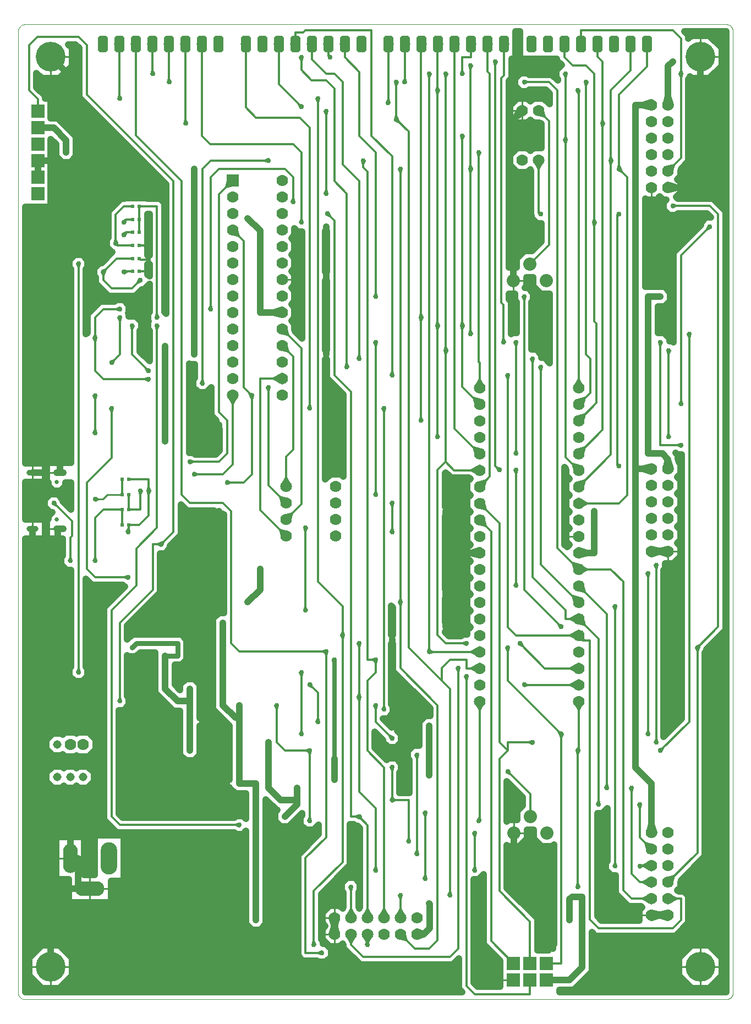
<source format=gbr>
G04 PROTEUS GERBER X2 FILE*
%TF.GenerationSoftware,Labcenter,Proteus,8.15-SP0-Build33980*%
%TF.CreationDate,2023-03-15T16:04:22+00:00*%
%TF.FileFunction,Copper,L2,Bot*%
%TF.FilePolarity,Positive*%
%TF.Part,Single*%
%TF.SameCoordinates,{4545a914-5e6f-4f91-a9de-dead5439e7db}*%
%FSLAX45Y45*%
%MOMM*%
G01*
%TA.AperFunction,Conductor*%
%ADD10C,0.304800*%
%ADD11C,1.016000*%
%ADD13C,0.635000*%
%ADD14C,0.254000*%
%ADD12C,0.762000*%
%ADD48C,0.508000*%
%TA.AperFunction,ViaPad*%
%ADD15C,0.762000*%
%TA.AperFunction,ComponentPad*%
%ADD17C,0.635000*%
%AMPPAD008*
4,1,34,
1.000000,-0.000010,
0.990050,-0.102240,
0.961430,-0.196780,
0.915960,-0.281800,
0.855470,-0.355470,
0.781800,-0.415960,
0.696780,-0.461430,
0.602240,-0.490050,
0.500010,-0.500000,
-0.500010,-0.500000,
-0.602240,-0.490050,
-0.696780,-0.461430,
-0.781800,-0.415960,
-0.855470,-0.355470,
-0.915960,-0.281800,
-0.961430,-0.196780,
-0.990050,-0.102240,
-1.000000,0.000010,
-0.990050,0.102240,
-0.961430,0.196780,
-0.915960,0.281800,
-0.855470,0.355470,
-0.781800,0.415960,
-0.696780,0.461430,
-0.602240,0.490050,
-0.500010,0.500000,
0.500010,0.500000,
0.602240,0.490050,
0.696780,0.461430,
0.781800,0.415960,
0.855470,0.355470,
0.915960,0.281800,
0.961430,0.196780,
0.990050,0.102240,
1.000000,-0.000010,
0*%
%ADD18PPAD008*%
%AMPPAD009*
4,1,34,
0.900000,-0.000010,
0.891050,-0.092020,
0.865280,-0.177100,
0.824360,-0.253620,
0.769920,-0.319920,
0.703620,-0.374360,
0.627100,-0.415280,
0.542020,-0.441050,
0.450010,-0.450000,
-0.450010,-0.450000,
-0.542020,-0.441050,
-0.627100,-0.415280,
-0.703620,-0.374360,
-0.769920,-0.319920,
-0.824360,-0.253620,
-0.865280,-0.177100,
-0.891050,-0.092020,
-0.900000,0.000010,
-0.891050,0.092020,
-0.865280,0.177100,
-0.824360,0.253620,
-0.769920,0.319920,
-0.703620,0.374360,
-0.627100,0.415280,
-0.542020,0.441050,
-0.450010,0.450000,
0.450010,0.450000,
0.542020,0.441050,
0.627100,0.415280,
0.703620,0.374360,
0.769920,0.319920,
0.824360,0.253620,
0.865280,0.177100,
0.891050,0.092020,
0.900000,-0.000010,
0*%
%ADD19PPAD009*%
%AMDIL010*
4,1,8,
-0.762000,0.965200,-0.457200,1.270000,0.457200,1.270000,0.762000,0.965200,0.762000,-0.965200,
0.457200,-1.270000,-0.457200,-1.270000,-0.762000,-0.965200,-0.762000,0.965200,
0*%
%TA.AperFunction,ComponentPad*%
%ADD70DIL010*%
%TA.AperFunction,WasherPad*%
%ADD71C,1.778000*%
%AMPPAD012*
4,1,34,
-0.000010,-2.500000,
-0.255590,-2.475130,
-0.491950,-2.403560,
-0.704500,-2.289890,
-0.888670,-2.138670,
-1.039880,-1.954500,
-1.153560,-1.741950,
-1.225130,-1.505590,
-1.250000,-1.250010,
-1.250000,1.250010,
-1.225130,1.505590,
-1.153560,1.741950,
-1.039880,1.954500,
-0.888670,2.138670,
-0.704500,2.289890,
-0.491950,2.403560,
-0.255590,2.475130,
0.000010,2.500000,
0.255590,2.475130,
0.491950,2.403560,
0.704500,2.289890,
0.888670,2.138670,
1.039880,1.954500,
1.153560,1.741950,
1.225130,1.505590,
1.250000,1.250010,
1.250000,-1.250010,
1.225130,-1.505590,
1.153560,-1.741950,
1.039880,-1.954500,
0.888670,-2.138670,
0.704500,-2.289890,
0.491950,-2.403560,
0.255590,-2.475130,
-0.000010,-2.500000,
0*%
%TA.AperFunction,ComponentPad*%
%ADD20PPAD012*%
%AMPPAD013*
4,1,34,
-0.000010,-2.250000,
-0.230030,-2.227620,
-0.442750,-2.163210,
-0.634050,-2.060900,
-0.799800,-1.924800,
-0.935900,-1.759050,
-1.038210,-1.567750,
-1.102620,-1.355030,
-1.125000,-1.125010,
-1.125000,1.125010,
-1.102620,1.355030,
-1.038210,1.567750,
-0.935900,1.759050,
-0.799800,1.924800,
-0.634050,2.060900,
-0.442750,2.163210,
-0.230030,2.227620,
0.000010,2.250000,
0.230030,2.227620,
0.442750,2.163210,
0.634050,2.060900,
0.799800,1.924800,
0.935900,1.759050,
1.038210,1.567750,
1.102620,1.355030,
1.125000,1.125010,
1.125000,-1.125010,
1.102620,-1.355030,
1.038210,-1.567750,
0.935900,-1.759050,
0.799800,-1.924800,
0.634050,-2.060900,
0.442750,-2.163210,
0.230030,-2.227620,
-0.000010,-2.250000,
0*%
%ADD21PPAD013*%
%AMPPAD014*
4,1,34,
1.125010,-1.125000,
-1.125010,-1.125000,
-1.355030,-1.102620,
-1.567750,-1.038210,
-1.759050,-0.935900,
-1.924800,-0.799800,
-2.060900,-0.634050,
-2.163210,-0.442750,
-2.227620,-0.230030,
-2.250000,0.000010,
-2.227620,0.230030,
-2.163210,0.442750,
-2.060900,0.634050,
-1.924800,0.799800,
-1.759050,0.935900,
-1.567750,1.038210,
-1.355030,1.102620,
-1.125010,1.125000,
1.125010,1.125000,
1.355030,1.102620,
1.567750,1.038210,
1.759050,0.935900,
1.924800,0.799800,
2.060900,0.634050,
2.163210,0.442750,
2.227620,0.230030,
2.250000,-0.000010,
2.227620,-0.230030,
2.163210,-0.442750,
2.060900,-0.634050,
1.924800,-0.799800,
1.759050,-0.935900,
1.567750,-1.038210,
1.355030,-1.102620,
1.125010,-1.125000,
0*%
%ADD22PPAD014*%
%TA.AperFunction,ComponentPad*%
%ADD25C,1.308100*%
%ADD26C,1.778000*%
%ADD27R,2.032000X2.032000*%
%TA.AperFunction,ComponentPad*%
%ADD28R,1.905000X1.905000*%
%TA.AperFunction,ComponentPad*%
%ADD72C,2.032000*%
%TA.AperFunction,SMDPad,CuDef*%
%ADD49R,0.558800X0.609600*%
%TA.AperFunction,OtherPad,Unknown*%
%ADD46C,4.572000*%
%TA.AperFunction,Profile*%
%ADD47C,0.101600*%
%TD.AperFunction*%
%TA.AperFunction,Conductor*%
G36*
X+2908000Y+7700000D02*
X+2847040Y+7700000D01*
X+2908000Y+7585700D01*
X+2968960Y+7700000D01*
X+2908000Y+7700000D01*
G37*
%TD.AperFunction*%
%TA.AperFunction,Conductor*%
G36*
X+3162000Y+7700000D02*
X+3222960Y+7700000D01*
X+3162000Y+7814300D01*
X+3101040Y+7700000D01*
X+3162000Y+7700000D01*
G37*
%TD.AperFunction*%
%TA.AperFunction,Conductor*%
G36*
X+3416000Y+7700000D02*
X+3355040Y+7700000D01*
X+3416000Y+7585700D01*
X+3476960Y+7700000D01*
X+3416000Y+7700000D01*
G37*
%TD.AperFunction*%
%TA.AperFunction,Conductor*%
G36*
X+3924000Y+7700000D02*
X+3863040Y+7700000D01*
X+3924000Y+7585700D01*
X+3984960Y+7700000D01*
X+3924000Y+7700000D01*
G37*
%TD.AperFunction*%
%TA.AperFunction,Conductor*%
G36*
X+4178000Y+7700000D02*
X+4117040Y+7700000D01*
X+4178000Y+7585700D01*
X+4238960Y+7700000D01*
X+4178000Y+7700000D01*
G37*
%TD.AperFunction*%
%TA.AperFunction,Conductor*%
G36*
X+200000Y+7700000D02*
X+139040Y+7700000D01*
X+200000Y+7585700D01*
X+260960Y+7700000D01*
X+200000Y+7700000D01*
G37*
%TD.AperFunction*%
%TA.AperFunction,Conductor*%
G36*
X+454000Y+7700000D02*
X+393040Y+7700000D01*
X+454000Y+7585700D01*
X+514960Y+7700000D01*
X+454000Y+7700000D01*
G37*
%TD.AperFunction*%
%TA.AperFunction,Conductor*%
G36*
X+708000Y+7700000D02*
X+647251Y+7705066D01*
X+698500Y+7586096D01*
X+768749Y+7694934D01*
X+708000Y+7700000D01*
G37*
%TD.AperFunction*%
%TA.AperFunction,Conductor*%
G36*
X+962000Y+7700000D02*
X+901251Y+7705066D01*
X+952500Y+7586096D01*
X+1022749Y+7694934D01*
X+962000Y+7700000D01*
G37*
%TD.AperFunction*%
%TA.AperFunction,Conductor*%
G36*
X+1216000Y+7700000D02*
X+1155040Y+7700000D01*
X+1216000Y+7585700D01*
X+1276960Y+7700000D01*
X+1216000Y+7700000D01*
G37*
%TD.AperFunction*%
%TA.AperFunction,Conductor*%
G36*
X+1470000Y+7700000D02*
X+1409040Y+7700000D01*
X+1470000Y+7585700D01*
X+1530960Y+7700000D01*
X+1470000Y+7700000D01*
G37*
%TD.AperFunction*%
%TA.AperFunction,Conductor*%
G36*
X+1724000Y+7700000D02*
X+1663040Y+7700000D01*
X+1724000Y+7585700D01*
X+1784960Y+7700000D01*
X+1724000Y+7700000D01*
G37*
%TD.AperFunction*%
%TA.AperFunction,Conductor*%
G36*
X+1978000Y+7700000D02*
X+1917040Y+7700000D01*
X+1978000Y+7585700D01*
X+2038960Y+7700000D01*
X+1978000Y+7700000D01*
G37*
%TD.AperFunction*%
%TA.AperFunction,Conductor*%
G36*
X-2000000Y+7700000D02*
X-2060960Y+7700000D01*
X-2000000Y+7585700D01*
X-1939040Y+7700000D01*
X-2000000Y+7700000D01*
G37*
%TD.AperFunction*%
%TA.AperFunction,Conductor*%
G36*
X-1492000Y+7700000D02*
X-1552960Y+7700000D01*
X-1492000Y+7585700D01*
X-1431040Y+7700000D01*
X-1492000Y+7700000D01*
G37*
%TD.AperFunction*%
%TA.AperFunction,Conductor*%
G36*
X-1238000Y+7700000D02*
X-1177040Y+7700000D01*
X-1238000Y+7814300D01*
X-1298960Y+7700000D01*
X-1238000Y+7700000D01*
G37*
%TD.AperFunction*%
%TA.AperFunction,Conductor*%
G36*
X-984000Y+7700000D02*
X-1044960Y+7700000D01*
X-984000Y+7585700D01*
X-923040Y+7700000D01*
X-984000Y+7700000D01*
G37*
%TD.AperFunction*%
%TA.AperFunction,Conductor*%
G36*
X-730000Y+7700000D02*
X-790960Y+7700000D01*
X-730000Y+7585700D01*
X-669040Y+7700000D01*
X-730000Y+7700000D01*
G37*
%TD.AperFunction*%
%TA.AperFunction,Conductor*%
G36*
X-476000Y+7700000D02*
X-536960Y+7700000D01*
X-476000Y+7585700D01*
X-415040Y+7700000D01*
X-476000Y+7700000D01*
G37*
%TD.AperFunction*%
%TA.AperFunction,Conductor*%
G36*
X-3946000Y+7700000D02*
X-4006960Y+7700000D01*
X-3946000Y+7585700D01*
X-3885040Y+7700000D01*
X-3946000Y+7700000D01*
G37*
%TD.AperFunction*%
%TA.AperFunction,Conductor*%
G36*
X-3692000Y+7700000D02*
X-3752960Y+7700000D01*
X-3692000Y+7585700D01*
X-3631040Y+7700000D01*
X-3692000Y+7700000D01*
G37*
%TD.AperFunction*%
%TA.AperFunction,Conductor*%
G36*
X-3438000Y+7700000D02*
X-3498960Y+7700000D01*
X-3438000Y+7585700D01*
X-3377040Y+7700000D01*
X-3438000Y+7700000D01*
G37*
%TD.AperFunction*%
%TA.AperFunction,Conductor*%
G36*
X-3184000Y+7700000D02*
X-3244960Y+7700000D01*
X-3184000Y+7585700D01*
X-3123040Y+7700000D01*
X-3184000Y+7700000D01*
G37*
%TD.AperFunction*%
%TA.AperFunction,Conductor*%
G36*
X-2930000Y+7700000D02*
X-2990960Y+7700000D01*
X-2930000Y+7585700D01*
X-2869040Y+7700000D01*
X-2930000Y+7700000D01*
G37*
%TD.AperFunction*%
%TA.AperFunction,Conductor*%
G36*
X-2676000Y+7700000D02*
X-2736960Y+7700000D01*
X-2676000Y+7585700D01*
X-2615040Y+7700000D01*
X-2676000Y+7700000D01*
G37*
%TD.AperFunction*%
%TA.AperFunction,Conductor*%
G36*
X+4246000Y+6762000D02*
X+4246000Y+6800100D01*
X+4112650Y+6762000D01*
X+4246000Y+6723900D01*
X+4246000Y+6762000D01*
G37*
%TD.AperFunction*%
%TA.AperFunction,Conductor*%
G36*
X+4500000Y+6762000D02*
X+4538100Y+6762000D01*
X+4500000Y+6895350D01*
X+4461900Y+6762000D01*
X+4500000Y+6762000D01*
G37*
%TD.AperFunction*%
%TA.AperFunction,Conductor*%
G36*
X+4500000Y+5746000D02*
X+4552085Y+5693915D01*
X+4594293Y+5840293D01*
X+4447915Y+5798085D01*
X+4500000Y+5746000D01*
G37*
%TD.AperFunction*%
%TA.AperFunction,Conductor*%
G36*
X+4500000Y+5492000D02*
X+4500000Y+5453900D01*
X+4633350Y+5492000D01*
X+4500000Y+5530100D01*
X+4500000Y+5492000D01*
G37*
%TD.AperFunction*%
%TA.AperFunction,Conductor*%
G36*
X+4246000Y+1162000D02*
X+4246000Y+1200100D01*
X+4112650Y+1162000D01*
X+4246000Y+1123900D01*
X+4246000Y+1162000D01*
G37*
%TD.AperFunction*%
%TA.AperFunction,Conductor*%
G36*
X+4500000Y+1162000D02*
X+4538100Y+1162000D01*
X+4500000Y+1295350D01*
X+4461900Y+1162000D01*
X+4500000Y+1162000D01*
G37*
%TD.AperFunction*%
%TA.AperFunction,Conductor*%
G36*
X+4246000Y-108000D02*
X+4246000Y-146100D01*
X+4379350Y-108000D01*
X+4246000Y-69900D01*
X+4246000Y-108000D01*
G37*
%TD.AperFunction*%
%TA.AperFunction,Conductor*%
G36*
X+4500000Y-108000D02*
X+4500000Y-69900D01*
X+4366650Y-108000D01*
X+4500000Y-146100D01*
X+4500000Y-108000D01*
G37*
%TD.AperFunction*%
%TA.AperFunction,Conductor*%
G36*
X+4246000Y-4438000D02*
X+4284100Y-4438000D01*
X+4246000Y-4304650D01*
X+4207900Y-4438000D01*
X+4246000Y-4438000D01*
G37*
%TD.AperFunction*%
%TA.AperFunction,Conductor*%
G36*
X+4246000Y-4692000D02*
X+4298085Y-4639915D01*
X+4151707Y-4597707D01*
X+4193915Y-4744085D01*
X+4246000Y-4692000D01*
G37*
%TD.AperFunction*%
%TA.AperFunction,Conductor*%
G36*
X+4246000Y-4946000D02*
X+4246000Y-4872340D01*
X+4112650Y-4946000D01*
X+4246000Y-5019660D01*
X+4246000Y-4946000D01*
G37*
%TD.AperFunction*%
%TA.AperFunction,Conductor*%
G36*
X+4246000Y-5200000D02*
X+4246000Y-5126340D01*
X+4112650Y-5200000D01*
X+4246000Y-5273660D01*
X+4246000Y-5200000D01*
G37*
%TD.AperFunction*%
%TA.AperFunction,Conductor*%
G36*
X+4500000Y-5200000D02*
X+4552085Y-5252085D01*
X+4594293Y-5105707D01*
X+4447915Y-5147915D01*
X+4500000Y-5200000D01*
G37*
%TD.AperFunction*%
%TA.AperFunction,Conductor*%
G36*
X+4246000Y-5454000D02*
X+4246000Y-5380340D01*
X+4112650Y-5454000D01*
X+4246000Y-5527660D01*
X+4246000Y-5454000D01*
G37*
%TD.AperFunction*%
%TA.AperFunction,Conductor*%
G36*
X+4500000Y-5454000D02*
X+4500000Y-5527660D01*
X+4633350Y-5454000D01*
X+4500000Y-5380340D01*
X+4500000Y-5454000D01*
G37*
%TD.AperFunction*%
%TA.AperFunction,Conductor*%
G36*
X+4246000Y-5708000D02*
X+4246000Y-5746100D01*
X+4379350Y-5708000D01*
X+4246000Y-5669900D01*
X+4246000Y-5708000D01*
G37*
%TD.AperFunction*%
%TA.AperFunction,Conductor*%
G36*
X+4500000Y-5708000D02*
X+4500000Y-5669900D01*
X+4366650Y-5708000D01*
X+4500000Y-5746100D01*
X+4500000Y-5708000D01*
G37*
%TD.AperFunction*%
%TA.AperFunction,Conductor*%
G36*
X+637000Y-6000000D02*
X+637000Y-6038100D01*
X+742680Y-6000000D01*
X+637000Y-5961900D01*
X+637000Y-6000000D01*
G37*
%TD.AperFunction*%
%TA.AperFunction,Conductor*%
G36*
X+383000Y-5746000D02*
X+456660Y-5746000D01*
X+383000Y-5612650D01*
X+309340Y-5746000D01*
X+383000Y-5746000D01*
G37*
%TD.AperFunction*%
%TA.AperFunction,Conductor*%
G36*
X+383000Y-6000000D02*
X+330915Y-6052085D01*
X+477293Y-6094293D01*
X+435085Y-5947915D01*
X+383000Y-6000000D01*
G37*
%TD.AperFunction*%
%TA.AperFunction,Conductor*%
G36*
X+129000Y-5746000D02*
X+202660Y-5746000D01*
X+129000Y-5612650D01*
X+55340Y-5746000D01*
X+129000Y-5746000D01*
G37*
%TD.AperFunction*%
%TA.AperFunction,Conductor*%
G36*
X-125000Y-5746000D02*
X-51340Y-5746000D01*
X-125000Y-5612650D01*
X-198660Y-5746000D01*
X-125000Y-5746000D01*
G37*
%TD.AperFunction*%
%TA.AperFunction,Conductor*%
G36*
X-125000Y-6000000D02*
X-198660Y-6000000D01*
X-125000Y-6133350D01*
X-51340Y-6000000D01*
X-125000Y-6000000D01*
G37*
%TD.AperFunction*%
%TA.AperFunction,Conductor*%
G36*
X-379000Y-5746000D02*
X-305340Y-5746000D01*
X-379000Y-5612650D01*
X-452660Y-5746000D01*
X-379000Y-5746000D01*
G37*
%TD.AperFunction*%
%TA.AperFunction,Conductor*%
G36*
X-379000Y-6000000D02*
X-452660Y-6000000D01*
X-379000Y-6133350D01*
X-305340Y-6000000D01*
X-379000Y-6000000D01*
G37*
%TD.AperFunction*%
%TA.AperFunction,Conductor*%
G36*
X-633000Y-5746000D02*
X-671100Y-5746000D01*
X-633000Y-5879350D01*
X-594900Y-5746000D01*
X-633000Y-5746000D01*
G37*
%TD.AperFunction*%
%TA.AperFunction,Conductor*%
G36*
X-633000Y-6000000D02*
X-594900Y-6000000D01*
X-633000Y-5866650D01*
X-671100Y-6000000D01*
X-633000Y-6000000D01*
G37*
%TD.AperFunction*%
%TA.AperFunction,Conductor*%
G36*
X+1600000Y+2411000D02*
X+1673660Y+2411000D01*
X+1600000Y+2544350D01*
X+1526340Y+2411000D01*
X+1600000Y+2411000D01*
G37*
%TD.AperFunction*%
%TA.AperFunction,Conductor*%
G36*
X+1600000Y+2157000D02*
X+1652085Y+2209085D01*
X+1505707Y+2251293D01*
X+1547915Y+2104915D01*
X+1600000Y+2157000D01*
G37*
%TD.AperFunction*%
%TA.AperFunction,Conductor*%
G36*
X+1600000Y+1395000D02*
X+1652085Y+1447085D01*
X+1505707Y+1489293D01*
X+1547915Y+1342915D01*
X+1600000Y+1395000D01*
G37*
%TD.AperFunction*%
%TA.AperFunction,Conductor*%
G36*
X+1600000Y+1141000D02*
X+1600000Y+1214660D01*
X+1466650Y+1141000D01*
X+1600000Y+1067340D01*
X+1600000Y+1141000D01*
G37*
%TD.AperFunction*%
%TA.AperFunction,Conductor*%
G36*
X+1600000Y+887000D02*
X+1652085Y+834915D01*
X+1694293Y+981293D01*
X+1547915Y+939085D01*
X+1600000Y+887000D01*
G37*
%TD.AperFunction*%
%TA.AperFunction,Conductor*%
G36*
X+1600000Y+633000D02*
X+1547915Y+580915D01*
X+1694293Y+538707D01*
X+1652085Y+685085D01*
X+1600000Y+633000D01*
G37*
%TD.AperFunction*%
%TA.AperFunction,Conductor*%
G36*
X+1600000Y+379000D02*
X+1547915Y+326915D01*
X+1694293Y+284707D01*
X+1652085Y+431085D01*
X+1600000Y+379000D01*
G37*
%TD.AperFunction*%
%TA.AperFunction,Conductor*%
G36*
X+1600000Y-129000D02*
X+1600000Y-90900D01*
X+1466650Y-129000D01*
X+1600000Y-167100D01*
X+1600000Y-129000D01*
G37*
%TD.AperFunction*%
%TA.AperFunction,Conductor*%
G36*
X+1600000Y-1653000D02*
X+1600000Y-1579340D01*
X+1466650Y-1653000D01*
X+1600000Y-1726660D01*
X+1600000Y-1653000D01*
G37*
%TD.AperFunction*%
%TA.AperFunction,Conductor*%
G36*
X+1600000Y-1907000D02*
X+1600000Y-1833340D01*
X+1466650Y-1907000D01*
X+1600000Y-1980660D01*
X+1600000Y-1907000D01*
G37*
%TD.AperFunction*%
%TA.AperFunction,Conductor*%
G36*
X+1600000Y-2415000D02*
X+1526340Y-2415000D01*
X+1600000Y-2548350D01*
X+1673660Y-2415000D01*
X+1600000Y-2415000D01*
G37*
%TD.AperFunction*%
%TA.AperFunction,Conductor*%
G36*
X+3124000Y-2415000D02*
X+3050340Y-2415000D01*
X+3124000Y-2548350D01*
X+3197660Y-2415000D01*
X+3124000Y-2415000D01*
G37*
%TD.AperFunction*%
%TA.AperFunction,Conductor*%
G36*
X+3124000Y-2161000D02*
X+3124000Y-2087340D01*
X+2990650Y-2161000D01*
X+3124000Y-2234660D01*
X+3124000Y-2161000D01*
G37*
%TD.AperFunction*%
%TA.AperFunction,Conductor*%
G36*
X+3124000Y-1907000D02*
X+3124000Y-1833340D01*
X+2990650Y-1907000D01*
X+3124000Y-1980660D01*
X+3124000Y-1907000D01*
G37*
%TD.AperFunction*%
%TA.AperFunction,Conductor*%
G36*
X+3124000Y-1399000D02*
X+3071915Y-1451085D01*
X+3204480Y-1479480D01*
X+3176085Y-1346915D01*
X+3124000Y-1399000D01*
G37*
%TD.AperFunction*%
%TA.AperFunction,Conductor*%
G36*
X+3124000Y-1399000D02*
X+3124000Y-1325340D01*
X+2990650Y-1399000D01*
X+3124000Y-1472660D01*
X+3124000Y-1399000D01*
G37*
%TD.AperFunction*%
%TA.AperFunction,Conductor*%
G36*
X+3124000Y-1145000D02*
X+3124000Y-1071340D01*
X+2990650Y-1145000D01*
X+3124000Y-1218660D01*
X+3124000Y-1145000D01*
G37*
%TD.AperFunction*%
%TA.AperFunction,Conductor*%
G36*
X+3124000Y-1145000D02*
X+3071915Y-1197085D01*
X+3218293Y-1239293D01*
X+3176085Y-1092915D01*
X+3124000Y-1145000D01*
G37*
%TD.AperFunction*%
%TA.AperFunction,Conductor*%
G36*
X+3124000Y-891000D02*
X+3176085Y-838915D01*
X+3029707Y-796707D01*
X+3071915Y-943085D01*
X+3124000Y-891000D01*
G37*
%TD.AperFunction*%
%TA.AperFunction,Conductor*%
G36*
X+3124000Y-637000D02*
X+3071915Y-689085D01*
X+3218293Y-731293D01*
X+3176085Y-584915D01*
X+3124000Y-637000D01*
G37*
%TD.AperFunction*%
%TA.AperFunction,Conductor*%
G36*
X+3124000Y-383000D02*
X+3124000Y-456660D01*
X+3257350Y-383000D01*
X+3124000Y-309340D01*
X+3124000Y-383000D01*
G37*
%TD.AperFunction*%
%TA.AperFunction,Conductor*%
G36*
X+3124000Y-383000D02*
X+3176085Y-330915D01*
X+3029707Y-288707D01*
X+3071915Y-435085D01*
X+3124000Y-383000D01*
G37*
%TD.AperFunction*%
%TA.AperFunction,Conductor*%
G36*
X+3124000Y-129000D02*
X+3124000Y-167100D01*
X+3257350Y-129000D01*
X+3124000Y-90900D01*
X+3124000Y-129000D01*
G37*
%TD.AperFunction*%
%TA.AperFunction,Conductor*%
G36*
X+3124000Y+633000D02*
X+3124000Y+559340D01*
X+3257350Y+633000D01*
X+3124000Y+706660D01*
X+3124000Y+633000D01*
G37*
%TD.AperFunction*%
%TA.AperFunction,Conductor*%
G36*
X+3124000Y+887000D02*
X+3176085Y+834915D01*
X+3218293Y+981293D01*
X+3071915Y+939085D01*
X+3124000Y+887000D01*
G37*
%TD.AperFunction*%
%TA.AperFunction,Conductor*%
G36*
X+3124000Y+1141000D02*
X+3176085Y+1193085D01*
X+3029707Y+1235293D01*
X+3071915Y+1088915D01*
X+3124000Y+1141000D01*
G37*
%TD.AperFunction*%
%TA.AperFunction,Conductor*%
G36*
X+3124000Y+1395000D02*
X+3176085Y+1342915D01*
X+3218293Y+1489293D01*
X+3071915Y+1447085D01*
X+3124000Y+1395000D01*
G37*
%TD.AperFunction*%
%TA.AperFunction,Conductor*%
G36*
X+3124000Y+1903000D02*
X+3176085Y+1850915D01*
X+3218293Y+1997293D01*
X+3071915Y+1955085D01*
X+3124000Y+1903000D01*
G37*
%TD.AperFunction*%
%TA.AperFunction,Conductor*%
G36*
X+3124000Y+2157000D02*
X+3176085Y+2104915D01*
X+3218293Y+2251293D01*
X+3071915Y+2209085D01*
X+3124000Y+2157000D01*
G37*
%TD.AperFunction*%
%TA.AperFunction,Conductor*%
G36*
X+3124000Y+2411000D02*
X+3197660Y+2411000D01*
X+3124000Y+2544350D01*
X+3050340Y+2411000D01*
X+3124000Y+2411000D01*
G37*
%TD.AperFunction*%
%TA.AperFunction,Conductor*%
G36*
X-2200000Y+5600000D02*
X-2256575Y+5656575D01*
X-2301028Y+5498972D01*
X-2143425Y+5543425D01*
X-2200000Y+5600000D01*
G37*
%TD.AperFunction*%
%TA.AperFunction,Conductor*%
G36*
X-2200000Y+4838000D02*
X-2252085Y+4785915D01*
X-2105707Y+4743707D01*
X-2147915Y+4890085D01*
X-2200000Y+4838000D01*
G37*
%TD.AperFunction*%
%TA.AperFunction,Conductor*%
G36*
X-2200000Y+2298000D02*
X-2273660Y+2298000D01*
X-2200000Y+2164650D01*
X-2126340Y+2298000D01*
X-2200000Y+2298000D01*
G37*
%TD.AperFunction*%
%TA.AperFunction,Conductor*%
G36*
X-1438000Y+2552000D02*
X-1438000Y+2625660D01*
X-1571350Y+2552000D01*
X-1438000Y+2478340D01*
X-1438000Y+2552000D01*
G37*
%TD.AperFunction*%
%TA.AperFunction,Conductor*%
G36*
X-1438000Y+3060000D02*
X-1490085Y+3007915D01*
X-1343707Y+2965707D01*
X-1385915Y+3112085D01*
X-1438000Y+3060000D01*
G37*
%TD.AperFunction*%
%TA.AperFunction,Conductor*%
G36*
X-1438000Y+3314000D02*
X-1490085Y+3261915D01*
X-1343707Y+3219707D01*
X-1385915Y+3366085D01*
X-1438000Y+3314000D01*
G37*
%TD.AperFunction*%
%TA.AperFunction,Conductor*%
G36*
X-1438000Y+3568000D02*
X-1438000Y+3606100D01*
X-1571350Y+3568000D01*
X-1438000Y+3529900D01*
X-1438000Y+3568000D01*
G37*
%TD.AperFunction*%
%TA.AperFunction,Conductor*%
G36*
X+2510000Y+6673500D02*
X+2457915Y+6621415D01*
X+2604293Y+6579207D01*
X+2562085Y+6725585D01*
X+2510000Y+6673500D01*
G37*
%TD.AperFunction*%
%TA.AperFunction,Conductor*%
G36*
X+2510000Y+5911500D02*
X+2436340Y+5911500D01*
X+2510000Y+5778150D01*
X+2583660Y+5911500D01*
X+2510000Y+5911500D01*
G37*
%TD.AperFunction*%
%TA.AperFunction,Conductor*%
G36*
X+2256000Y+6673500D02*
X+2229060Y+6700440D01*
X+2161707Y+6579207D01*
X+2282940Y+6646560D01*
X+2256000Y+6673500D01*
G37*
%TD.AperFunction*%
%TA.AperFunction,Conductor*%
G36*
X-1378000Y+892000D02*
X-1304340Y+892000D01*
X-1378000Y+1025350D01*
X-1451660Y+892000D01*
X-1378000Y+892000D01*
G37*
%TD.AperFunction*%
%TA.AperFunction,Conductor*%
G36*
X-1378000Y+638000D02*
X-1325915Y+690085D01*
X-1472293Y+732293D01*
X-1430085Y+585915D01*
X-1378000Y+638000D01*
G37*
%TD.AperFunction*%
%TA.AperFunction,Conductor*%
G36*
X-1378000Y+384000D02*
X-1325915Y+331915D01*
X-1283707Y+478293D01*
X-1430085Y+436085D01*
X-1378000Y+384000D01*
G37*
%TD.AperFunction*%
%TA.AperFunction,Conductor*%
G36*
X-1378000Y+130000D02*
X-1325915Y+182085D01*
X-1472293Y+224293D01*
X-1430085Y+77915D01*
X-1378000Y+130000D01*
G37*
%TD.AperFunction*%
%TA.AperFunction,Conductor*%
G36*
X+254000Y+635000D02*
X+231140Y+635000D01*
X+254000Y+577850D01*
X+276860Y+635000D01*
X+254000Y+635000D01*
G37*
%TD.AperFunction*%
%TA.AperFunction,Conductor*%
G36*
X+254000Y+190500D02*
X+276860Y+190500D01*
X+254000Y+247650D01*
X+231140Y+190500D01*
X+254000Y+190500D01*
G37*
%TD.AperFunction*%
%TA.AperFunction,Conductor*%
G36*
X-4318000Y+2286000D02*
X-4340860Y+2286000D01*
X-4318000Y+2228850D01*
X-4295140Y+2286000D01*
X-4318000Y+2286000D01*
G37*
%TD.AperFunction*%
%TA.AperFunction,Conductor*%
G36*
X-4318000Y+1714500D02*
X-4295140Y+1714500D01*
X-4318000Y+1771650D01*
X-4340860Y+1714500D01*
X-4318000Y+1714500D01*
G37*
%TD.AperFunction*%
%TA.AperFunction,Conductor*%
G36*
X-4000500Y+4635500D02*
X-3977640Y+4635500D01*
X-4000500Y+4692650D01*
X-4023360Y+4635500D01*
X-4000500Y+4635500D01*
G37*
%TD.AperFunction*%
%TA.AperFunction,Conductor*%
G36*
X-4000500Y+4635500D02*
X-4016664Y+4619336D01*
X-3965000Y+4600000D01*
X-3984336Y+4651664D01*
X-4000500Y+4635500D01*
G37*
%TD.AperFunction*%
%TA.AperFunction,Conductor*%
G36*
X-4191000Y+4191000D02*
X-4174836Y+4174836D01*
X-4150589Y+4231411D01*
X-4207164Y+4207164D01*
X-4191000Y+4191000D01*
G37*
%TD.AperFunction*%
%TA.AperFunction,Conductor*%
G36*
X-4191000Y+4191000D02*
X-4213860Y+4191000D01*
X-4191000Y+4133850D01*
X-4168140Y+4191000D01*
X-4191000Y+4191000D01*
G37*
%TD.AperFunction*%
%TA.AperFunction,Conductor*%
G36*
X-3873500Y+4953000D02*
X-3855654Y+4938714D01*
X-3837785Y+4997615D01*
X-3891346Y+4967286D01*
X-3873500Y+4953000D01*
G37*
%TD.AperFunction*%
%TA.AperFunction,Conductor*%
G36*
X-3619500Y+4064000D02*
X-3635664Y+4080164D01*
X-3659911Y+4023589D01*
X-3603336Y+4047836D01*
X-3619500Y+4064000D01*
G37*
%TD.AperFunction*%
%TA.AperFunction,Conductor*%
G36*
X-3873500Y+4191000D02*
X-3869900Y+4168426D01*
X-3817064Y+4200000D01*
X-3877100Y+4213574D01*
X-3873500Y+4191000D01*
G37*
%TD.AperFunction*%
%TA.AperFunction,Conductor*%
G36*
X-3873500Y+4762500D02*
X-3857336Y+4746336D01*
X-3836000Y+4800000D01*
X-3889664Y+4778664D01*
X-3873500Y+4762500D01*
G37*
%TD.AperFunction*%
%TA.AperFunction,Conductor*%
G36*
X-3937000Y+3492500D02*
X-3959860Y+3492500D01*
X-3937000Y+3435350D01*
X-3914140Y+3492500D01*
X-3937000Y+3492500D01*
G37*
%TD.AperFunction*%
%TA.AperFunction,Conductor*%
G36*
X-4064000Y+2794000D02*
X-4047836Y+2777836D01*
X-4023589Y+2834411D01*
X-4080164Y+2810164D01*
X-4064000Y+2794000D01*
G37*
%TD.AperFunction*%
%TA.AperFunction,Conductor*%
G36*
X-3492500Y+2540000D02*
X-3492500Y+2562860D01*
X-3549650Y+2540000D01*
X-3492500Y+2517140D01*
X-3492500Y+2540000D01*
G37*
%TD.AperFunction*%
%TA.AperFunction,Conductor*%
G36*
X-3937000Y+3619500D02*
X-3937000Y+3642360D01*
X-3994150Y+3619500D01*
X-3937000Y+3596640D01*
X-3937000Y+3619500D01*
G37*
%TD.AperFunction*%
%TA.AperFunction,Conductor*%
G36*
X-4318000Y+3175000D02*
X-4295140Y+3175000D01*
X-4318000Y+3232150D01*
X-4340860Y+3175000D01*
X-4318000Y+3175000D01*
G37*
%TD.AperFunction*%
%TA.AperFunction,Conductor*%
G36*
X-4318000Y+3175000D02*
X-4340860Y+3175000D01*
X-4318000Y+3117850D01*
X-4295140Y+3175000D01*
X-4318000Y+3175000D01*
G37*
%TD.AperFunction*%
%TA.AperFunction,Conductor*%
G36*
X-3492500Y+2667000D02*
X-3476336Y+2683164D01*
X-3532911Y+2707411D01*
X-3508664Y+2650836D01*
X-3492500Y+2667000D01*
G37*
%TD.AperFunction*%
%TA.AperFunction,Conductor*%
G36*
X-3746500Y+3365500D02*
X-3769360Y+3365500D01*
X-3746500Y+3308350D01*
X-3723640Y+3365500D01*
X-3746500Y+3365500D01*
G37*
%TD.AperFunction*%
%TA.AperFunction,Conductor*%
G36*
X-3365500Y+3492500D02*
X-3342640Y+3492500D01*
X-3365500Y+3549650D01*
X-3388360Y+3492500D01*
X-3365500Y+3492500D01*
G37*
%TD.AperFunction*%
%TA.AperFunction,Conductor*%
G36*
X+254000Y-3429000D02*
X+231140Y-3429000D01*
X+254000Y-3486150D01*
X+276860Y-3429000D01*
X+254000Y-3429000D01*
G37*
%TD.AperFunction*%
%TA.AperFunction,Conductor*%
G36*
X+254000Y-3937000D02*
X+276860Y-3937000D01*
X+254000Y-3879850D01*
X+231140Y-3937000D01*
X+254000Y-3937000D01*
G37*
%TD.AperFunction*%
%TA.AperFunction,Conductor*%
G36*
X+254000Y-3937000D02*
X+254000Y-3959860D01*
X+311150Y-3937000D01*
X+254000Y-3914140D01*
X+254000Y-3937000D01*
G37*
%TD.AperFunction*%
%TA.AperFunction,Conductor*%
G36*
X+508000Y-4572000D02*
X+530860Y-4572000D01*
X+508000Y-4514850D01*
X+485140Y-4572000D01*
X+508000Y-4572000D01*
G37*
%TD.AperFunction*%
%TA.AperFunction,Conductor*%
G36*
X-1524000Y-2476500D02*
X-1546860Y-2476500D01*
X-1524000Y-2533650D01*
X-1501140Y-2476500D01*
X-1524000Y-2476500D01*
G37*
%TD.AperFunction*%
%TA.AperFunction,Conductor*%
G36*
X-1016000Y-3175000D02*
X-1016000Y-3152140D01*
X-1073150Y-3175000D01*
X-1016000Y-3197860D01*
X-1016000Y-3175000D01*
G37*
%TD.AperFunction*%
%TA.AperFunction,Conductor*%
G36*
X-1016000Y-3175000D02*
X-1038860Y-3175000D01*
X-1016000Y-3232150D01*
X-993140Y-3175000D01*
X-1016000Y-3175000D01*
G37*
%TD.AperFunction*%
%TA.AperFunction,Conductor*%
G36*
X-1016000Y-4254500D02*
X-993140Y-4254500D01*
X-1016000Y-4197350D01*
X-1038860Y-4254500D01*
X-1016000Y-4254500D01*
G37*
%TD.AperFunction*%
%TA.AperFunction,Conductor*%
G36*
X-1143000Y-1968500D02*
X-1165860Y-1968500D01*
X-1143000Y-2025650D01*
X-1120140Y-1968500D01*
X-1143000Y-1968500D01*
G37*
%TD.AperFunction*%
%TA.AperFunction,Conductor*%
G36*
X-1143000Y-2921000D02*
X-1120140Y-2921000D01*
X-1143000Y-2863850D01*
X-1165860Y-2921000D01*
X-1143000Y-2921000D01*
G37*
%TD.AperFunction*%
%TA.AperFunction,Conductor*%
G36*
X-1016000Y-2159000D02*
X-1032164Y-2175164D01*
X-975589Y-2199411D01*
X-999836Y-2142836D01*
X-1016000Y-2159000D01*
G37*
%TD.AperFunction*%
%TA.AperFunction,Conductor*%
G36*
X-889000Y-2730500D02*
X-866140Y-2730500D01*
X-889000Y-2673350D01*
X-911860Y-2730500D01*
X-889000Y-2730500D01*
G37*
%TD.AperFunction*%
%TA.AperFunction,Conductor*%
G36*
X+2032000Y-3492500D02*
X+2015836Y-3508664D01*
X+2072411Y-3532911D01*
X+2048164Y-3476336D01*
X+2032000Y-3492500D01*
G37*
%TD.AperFunction*%
%TA.AperFunction,Conductor*%
G36*
X+635000Y-4762500D02*
X+657860Y-4762500D01*
X+635000Y-4705350D01*
X+612140Y-4762500D01*
X+635000Y-4762500D01*
G37*
%TD.AperFunction*%
%TA.AperFunction,Conductor*%
G36*
X+635000Y-3238500D02*
X+612140Y-3238500D01*
X+635000Y-3295650D01*
X+657860Y-3238500D01*
X+635000Y-3238500D01*
G37*
%TD.AperFunction*%
%TA.AperFunction,Conductor*%
G36*
X-254000Y-2349500D02*
X-231140Y-2349500D01*
X-254000Y-2292350D01*
X-276860Y-2349500D01*
X-254000Y-2349500D01*
G37*
%TD.AperFunction*%
%TA.AperFunction,Conductor*%
G36*
X-254000Y-2349500D02*
X-276860Y-2349500D01*
X-254000Y-2406650D01*
X-231140Y-2349500D01*
X-254000Y-2349500D01*
G37*
%TD.AperFunction*%
%TA.AperFunction,Conductor*%
G36*
X-4572000Y+4318000D02*
X-4594860Y+4318000D01*
X-4572000Y+4260850D01*
X-4549140Y+4318000D01*
X-4572000Y+4318000D01*
G37*
%TD.AperFunction*%
%TA.AperFunction,Conductor*%
G36*
X-4572000Y-1968500D02*
X-4549140Y-1968500D01*
X-4572000Y-1911350D01*
X-4594860Y-1968500D01*
X-4572000Y-1968500D01*
G37*
%TD.AperFunction*%
%TA.AperFunction,Conductor*%
G36*
X-254000Y-1524000D02*
X-276860Y-1524000D01*
X-254000Y-1581150D01*
X-231140Y-1524000D01*
X-254000Y-1524000D01*
G37*
%TD.AperFunction*%
%TA.AperFunction,Conductor*%
G36*
X+254000Y-2984500D02*
X+270164Y-2968336D01*
X+213589Y-2944089D01*
X+237836Y-3000664D01*
X+254000Y-2984500D01*
G37*
%TD.AperFunction*%
%TA.AperFunction,Conductor*%
G36*
X+1524000Y-4445000D02*
X+1501140Y-4445000D01*
X+1524000Y-4502150D01*
X+1546860Y-4445000D01*
X+1524000Y-4445000D01*
G37*
%TD.AperFunction*%
%TA.AperFunction,Conductor*%
G36*
X+1524000Y-5016500D02*
X+1546860Y-5016500D01*
X+1524000Y-4959350D01*
X+1501140Y-5016500D01*
X+1524000Y-5016500D01*
G37*
%TD.AperFunction*%
%TA.AperFunction,Conductor*%
G36*
X+0Y-5016500D02*
X+22860Y-5016500D01*
X+0Y-4959350D01*
X-22860Y-5016500D01*
X+0Y-5016500D01*
G37*
%TD.AperFunction*%
%TA.AperFunction,Conductor*%
G36*
X+0Y-2476500D02*
X-22860Y-2476500D01*
X+0Y-2533650D01*
X+22860Y-2476500D01*
X+0Y-2476500D01*
G37*
%TD.AperFunction*%
%TA.AperFunction,Conductor*%
G36*
X-2794000Y+1079500D02*
X-2794000Y+1056640D01*
X-2736850Y+1079500D01*
X-2794000Y+1102360D01*
X-2794000Y+1079500D01*
G37*
%TD.AperFunction*%
%TA.AperFunction,Conductor*%
G36*
X-2540000Y+3619500D02*
X-2517140Y+3619500D01*
X-2540000Y+3676650D01*
X-2562860Y+3619500D01*
X-2540000Y+3619500D01*
G37*
%TD.AperFunction*%
%TA.AperFunction,Conductor*%
G36*
X-1270000Y+5270500D02*
X-1247140Y+5270500D01*
X-1270000Y+5327650D01*
X-1292860Y+5270500D01*
X-1270000Y+5270500D01*
G37*
%TD.AperFunction*%
%TA.AperFunction,Conductor*%
G36*
X-2857500Y+1270000D02*
X-2857500Y+1247140D01*
X-2800350Y+1270000D01*
X-2857500Y+1292860D01*
X-2857500Y+1270000D01*
G37*
%TD.AperFunction*%
%TA.AperFunction,Conductor*%
G36*
X-3619500Y+825500D02*
X-3642360Y+825500D01*
X-3619500Y+768350D01*
X-3596640Y+825500D01*
X-3619500Y+825500D01*
G37*
%TD.AperFunction*%
%TA.AperFunction,Conductor*%
G36*
X-3492500Y+825500D02*
X-3469640Y+825500D01*
X-3492500Y+882650D01*
X-3515360Y+825500D01*
X-3492500Y+825500D01*
G37*
%TD.AperFunction*%
%TA.AperFunction,Conductor*%
G36*
X-3492500Y+825500D02*
X-3515360Y+825500D01*
X-3492500Y+768350D01*
X-3469640Y+825500D01*
X-3492500Y+825500D01*
G37*
%TD.AperFunction*%
%TA.AperFunction,Conductor*%
G36*
X-3810000Y+190500D02*
X-3787493Y+186500D01*
X-3800000Y+246768D01*
X-3832507Y+194500D01*
X-3810000Y+190500D01*
G37*
%TD.AperFunction*%
%TA.AperFunction,Conductor*%
G36*
X-3937000Y-2413000D02*
X-3914140Y-2413000D01*
X-3937000Y-2355850D01*
X-3959860Y-2413000D01*
X-3937000Y-2413000D01*
G37*
%TD.AperFunction*%
%TA.AperFunction,Conductor*%
G36*
X-3302000Y+0D02*
X-3285836Y-16164D01*
X-3261589Y+40411D01*
X-3318164Y+16164D01*
X-3302000Y+0D01*
G37*
%TD.AperFunction*%
%TA.AperFunction,Conductor*%
G36*
X-3302000Y+0D02*
X-3302000Y+22860D01*
X-3359150Y+0D01*
X-3302000Y-22860D01*
X-3302000Y+0D01*
G37*
%TD.AperFunction*%
%TA.AperFunction,Conductor*%
G36*
X-635000Y-1778000D02*
X-641350Y-1778000D01*
X-635000Y-1835150D01*
X-628650Y-1778000D01*
X-635000Y-1778000D01*
G37*
%TD.AperFunction*%
%TA.AperFunction,Conductor*%
G36*
X+2540000Y+5080000D02*
X+2556164Y+5096164D01*
X+2510000Y+5110000D01*
X+2523836Y+5063836D01*
X+2540000Y+5080000D01*
G37*
%TD.AperFunction*%
%TA.AperFunction,Conductor*%
G36*
X+3746500Y+5080000D02*
X+3730336Y+5096164D01*
X+3723239Y+5056739D01*
X+3762664Y+5063836D01*
X+3746500Y+5080000D01*
G37*
%TD.AperFunction*%
%TA.AperFunction,Conductor*%
G36*
X+3746500Y+1206500D02*
X+3762664Y+1222664D01*
X+3723239Y+1229761D01*
X+3730336Y+1190336D01*
X+3746500Y+1206500D01*
G37*
%TD.AperFunction*%
%TA.AperFunction,Conductor*%
G36*
X-4318000Y+698500D02*
X-4318000Y+673100D01*
X-4260850Y+698500D01*
X-4318000Y+723900D01*
X-4318000Y+698500D01*
G37*
%TD.AperFunction*%
%TA.AperFunction,Conductor*%
G36*
X-4953000Y+635000D02*
X-4969164Y+618836D01*
X-4912589Y+594589D01*
X-4936836Y+651164D01*
X-4953000Y+635000D01*
G37*
%TD.AperFunction*%
%TA.AperFunction,Conductor*%
G36*
X-4699000Y-254000D02*
X-4676140Y-254000D01*
X-4699000Y-196850D01*
X-4721860Y-254000D01*
X-4699000Y-254000D01*
G37*
%TD.AperFunction*%
%TA.AperFunction,Conductor*%
G36*
X-4318000Y-254000D02*
X-4295140Y-254000D01*
X-4318000Y-196850D01*
X-4340860Y-254000D01*
X-4318000Y-254000D01*
G37*
%TD.AperFunction*%
%TA.AperFunction,Conductor*%
G36*
X-3492500Y+4381500D02*
X-3483520Y+4390480D01*
X-3511000Y+4400000D01*
X-3501480Y+4372520D01*
X-3492500Y+4381500D01*
G37*
%TD.AperFunction*%
%TA.AperFunction,Conductor*%
G36*
X+762000Y-5143500D02*
X+784860Y-5143500D01*
X+762000Y-5086350D01*
X+739140Y-5143500D01*
X+762000Y-5143500D01*
G37*
%TD.AperFunction*%
%TA.AperFunction,Conductor*%
G36*
X+762000Y-4127500D02*
X+739140Y-4127500D01*
X+762000Y-4184650D01*
X+784860Y-4127500D01*
X+762000Y-4127500D01*
G37*
%TD.AperFunction*%
%TA.AperFunction,Conductor*%
G36*
X-2095500Y-4318000D02*
X-2095500Y-4295140D01*
X-2152650Y-4318000D01*
X-2095500Y-4340860D01*
X-2095500Y-4318000D01*
G37*
%TD.AperFunction*%
%TA.AperFunction,Conductor*%
G36*
X-3365500Y+3365500D02*
X-3388360Y+3365500D01*
X-3365500Y+3308350D01*
X-3342640Y+3365500D01*
X-3365500Y+3365500D01*
G37*
%TD.AperFunction*%
%TA.AperFunction,Conductor*%
G36*
X+3111500Y+6985000D02*
X+3089194Y+6980000D01*
X+3124000Y+6929234D01*
X+3133806Y+6990000D01*
X+3111500Y+6985000D01*
G37*
%TD.AperFunction*%
%TA.AperFunction,Conductor*%
G36*
X+3238500Y+7112000D02*
X+3215640Y+7112000D01*
X+3238500Y+7054850D01*
X+3261360Y+7112000D01*
X+3238500Y+7112000D01*
G37*
%TD.AperFunction*%
%TA.AperFunction,Conductor*%
G36*
X+3365500Y+4953000D02*
X+3388360Y+4953000D01*
X+3365500Y+5010150D01*
X+3342640Y+4953000D01*
X+3365500Y+4953000D01*
G37*
%TD.AperFunction*%
%TA.AperFunction,Conductor*%
G36*
X+3365500Y+4953000D02*
X+3342640Y+4953000D01*
X+3365500Y+4895850D01*
X+3388360Y+4953000D01*
X+3365500Y+4953000D01*
G37*
%TD.AperFunction*%
%TA.AperFunction,Conductor*%
G36*
X+4699000Y+2159000D02*
X+4721860Y+2159000D01*
X+4699000Y+2216150D01*
X+4676140Y+2159000D01*
X+4699000Y+2159000D01*
G37*
%TD.AperFunction*%
%TA.AperFunction,Conductor*%
G36*
X+5143500Y+4889500D02*
X+5127336Y+4905664D01*
X+5103089Y+4849089D01*
X+5159664Y+4873336D01*
X+5143500Y+4889500D01*
G37*
%TD.AperFunction*%
%TA.AperFunction,Conductor*%
G36*
X+4699000Y+7239000D02*
X+4676140Y+7239000D01*
X+4699000Y+7181850D01*
X+4721860Y+7239000D01*
X+4699000Y+7239000D01*
G37*
%TD.AperFunction*%
%TA.AperFunction,Conductor*%
G36*
X+4699000Y+7239000D02*
X+4721860Y+7239000D01*
X+4699000Y+7296150D01*
X+4676140Y+7239000D01*
X+4699000Y+7239000D01*
G37*
%TD.AperFunction*%
%TA.AperFunction,Conductor*%
G36*
X+3492500Y+6477000D02*
X+3469640Y+6477000D01*
X+3492500Y+6419850D01*
X+3515360Y+6477000D01*
X+3492500Y+6477000D01*
G37*
%TD.AperFunction*%
%TA.AperFunction,Conductor*%
G36*
X+3492500Y+6477000D02*
X+3515360Y+6477000D01*
X+3492500Y+6534150D01*
X+3469640Y+6477000D01*
X+3492500Y+6477000D01*
G37*
%TD.AperFunction*%
%TA.AperFunction,Conductor*%
G36*
X+2921000Y+6223000D02*
X+2898140Y+6223000D01*
X+2921000Y+6165850D01*
X+2943860Y+6223000D01*
X+2921000Y+6223000D01*
G37*
%TD.AperFunction*%
%TA.AperFunction,Conductor*%
G36*
X+2921000Y+6223000D02*
X+2943860Y+6223000D01*
X+2921000Y+6280150D01*
X+2898140Y+6223000D01*
X+2921000Y+6223000D01*
G37*
%TD.AperFunction*%
%TA.AperFunction,Conductor*%
G36*
X+2921000Y+7239000D02*
X+2898140Y+7239000D01*
X+2921000Y+7181850D01*
X+2943860Y+7239000D01*
X+2921000Y+7239000D01*
G37*
%TD.AperFunction*%
%TA.AperFunction,Conductor*%
G36*
X+3619500Y+5905500D02*
X+3596640Y+5905500D01*
X+3619500Y+5848350D01*
X+3642360Y+5905500D01*
X+3619500Y+5905500D01*
G37*
%TD.AperFunction*%
%TA.AperFunction,Conductor*%
G36*
X+3619500Y+5905500D02*
X+3642360Y+5905500D01*
X+3619500Y+5962650D01*
X+3596640Y+5905500D01*
X+3619500Y+5905500D01*
G37*
%TD.AperFunction*%
%TA.AperFunction,Conductor*%
G36*
X+3746500Y+5778500D02*
X+3730336Y+5762336D01*
X+3786911Y+5738089D01*
X+3762664Y+5794664D01*
X+3746500Y+5778500D01*
G37*
%TD.AperFunction*%
%TA.AperFunction,Conductor*%
G36*
X+3746500Y+5778500D02*
X+3769360Y+5778500D01*
X+3746500Y+5835650D01*
X+3723640Y+5778500D01*
X+3746500Y+5778500D01*
G37*
%TD.AperFunction*%
%TA.AperFunction,Conductor*%
G36*
X+190500Y+6794500D02*
X+213041Y+6790700D01*
X+200000Y+6850854D01*
X+167959Y+6798300D01*
X+190500Y+6794500D01*
G37*
%TD.AperFunction*%
%TA.AperFunction,Conductor*%
G36*
X+1587500Y+6032500D02*
X+1564640Y+6032500D01*
X+1587500Y+5975350D01*
X+1610360Y+6032500D01*
X+1587500Y+6032500D01*
G37*
%TD.AperFunction*%
%TA.AperFunction,Conductor*%
G36*
X+1333500Y+3365500D02*
X+1310640Y+3365500D01*
X+1333500Y+3308350D01*
X+1356360Y+3365500D01*
X+1333500Y+3365500D01*
G37*
%TD.AperFunction*%
%TA.AperFunction,Conductor*%
G36*
X+1333500Y+3365500D02*
X+1356360Y+3365500D01*
X+1333500Y+3422650D01*
X+1310640Y+3365500D01*
X+1333500Y+3365500D01*
G37*
%TD.AperFunction*%
%TA.AperFunction,Conductor*%
G36*
X+444500Y+7112000D02*
X+467041Y+7108200D01*
X+454000Y+7168354D01*
X+421959Y+7115800D01*
X+444500Y+7112000D01*
G37*
%TD.AperFunction*%
%TA.AperFunction,Conductor*%
G36*
X+1333500Y+6286500D02*
X+1310640Y+6286500D01*
X+1333500Y+6229350D01*
X+1356360Y+6286500D01*
X+1333500Y+6286500D01*
G37*
%TD.AperFunction*%
%TA.AperFunction,Conductor*%
G36*
X+698500Y+1905000D02*
X+721360Y+1905000D01*
X+698500Y+1962150D01*
X+675640Y+1905000D01*
X+698500Y+1905000D01*
G37*
%TD.AperFunction*%
%TA.AperFunction,Conductor*%
G36*
X+698500Y+3492500D02*
X+721360Y+3492500D01*
X+698500Y+3549650D01*
X+675640Y+3492500D01*
X+698500Y+3492500D01*
G37*
%TD.AperFunction*%
%TA.AperFunction,Conductor*%
G36*
X+698500Y+3492500D02*
X+675640Y+3492500D01*
X+698500Y+3435350D01*
X+721360Y+3492500D01*
X+698500Y+3492500D01*
G37*
%TD.AperFunction*%
%TA.AperFunction,Conductor*%
G36*
X+952500Y+6985000D02*
X+975360Y+6985000D01*
X+952500Y+7042150D01*
X+929640Y+6985000D01*
X+952500Y+6985000D01*
G37*
%TD.AperFunction*%
%TA.AperFunction,Conductor*%
G36*
X+952500Y+6985000D02*
X+929640Y+6985000D01*
X+952500Y+6927850D01*
X+975360Y+6985000D01*
X+952500Y+6985000D01*
G37*
%TD.AperFunction*%
%TA.AperFunction,Conductor*%
G36*
X+952500Y+1651000D02*
X+975360Y+1651000D01*
X+952500Y+1708150D01*
X+929640Y+1651000D01*
X+952500Y+1651000D01*
G37*
%TD.AperFunction*%
%TA.AperFunction,Conductor*%
G36*
X+952500Y+3365500D02*
X+929640Y+3365500D01*
X+952500Y+3308350D01*
X+975360Y+3365500D01*
X+952500Y+3365500D01*
G37*
%TD.AperFunction*%
%TA.AperFunction,Conductor*%
G36*
X+952500Y+3365500D02*
X+975360Y+3365500D01*
X+952500Y+3422650D01*
X+929640Y+3365500D01*
X+952500Y+3365500D01*
G37*
%TD.AperFunction*%
%TA.AperFunction,Conductor*%
G36*
X+2159000Y+1397000D02*
X+2181860Y+1397000D01*
X+2159000Y+1454150D01*
X+2136140Y+1397000D01*
X+2159000Y+1397000D01*
G37*
%TD.AperFunction*%
%TA.AperFunction,Conductor*%
G36*
X+2159000Y+3111500D02*
X+2136140Y+3111500D01*
X+2159000Y+3054350D01*
X+2181860Y+3111500D01*
X+2159000Y+3111500D01*
G37*
%TD.AperFunction*%
%TA.AperFunction,Conductor*%
G36*
X+4381500Y+3111500D02*
X+4358640Y+3111500D01*
X+4381500Y+3054350D01*
X+4404360Y+3111500D01*
X+4381500Y+3111500D01*
G37*
%TD.AperFunction*%
%TA.AperFunction,Conductor*%
G36*
X+4699000Y+1524000D02*
X+4699000Y+1546860D01*
X+4641850Y+1524000D01*
X+4699000Y+1501140D01*
X+4699000Y+1524000D01*
G37*
%TD.AperFunction*%
%TA.AperFunction,Conductor*%
G36*
X+1397000Y-2032000D02*
X+1374140Y-2032000D01*
X+1397000Y-2089150D01*
X+1419860Y-2032000D01*
X+1397000Y-2032000D01*
G37*
%TD.AperFunction*%
%TA.AperFunction,Conductor*%
G36*
X+1397000Y-1524000D02*
X+1397000Y-1501140D01*
X+1339850Y-1524000D01*
X+1397000Y-1546860D01*
X+1397000Y-1524000D01*
G37*
%TD.AperFunction*%
%TA.AperFunction,Conductor*%
G36*
X+1079500Y+7239000D02*
X+1056640Y+7239000D01*
X+1079500Y+7181850D01*
X+1102360Y+7239000D01*
X+1079500Y+7239000D01*
G37*
%TD.AperFunction*%
%TA.AperFunction,Conductor*%
G36*
X+1333500Y+7239000D02*
X+1356360Y+7239000D01*
X+1333500Y+7296150D01*
X+1310640Y+7239000D01*
X+1333500Y+7239000D01*
G37*
%TD.AperFunction*%
%TA.AperFunction,Conductor*%
G36*
X+1079500Y+2984500D02*
X+1102360Y+2984500D01*
X+1079500Y+3041650D01*
X+1056640Y+2984500D01*
X+1079500Y+2984500D01*
G37*
%TD.AperFunction*%
%TA.AperFunction,Conductor*%
G36*
X+1079500Y+2984500D02*
X+1056640Y+2984500D01*
X+1079500Y+2927350D01*
X+1102360Y+2984500D01*
X+1079500Y+2984500D01*
G37*
%TD.AperFunction*%
%TA.AperFunction,Conductor*%
G36*
X+4508500Y+2984500D02*
X+4485640Y+2984500D01*
X+4508500Y+2927350D01*
X+4531360Y+2984500D01*
X+4508500Y+2984500D01*
G37*
%TD.AperFunction*%
%TA.AperFunction,Conductor*%
G36*
X+4508500Y+1651000D02*
X+4531360Y+1651000D01*
X+4508500Y+1708150D01*
X+4485640Y+1651000D01*
X+4508500Y+1651000D01*
G37*
%TD.AperFunction*%
%TA.AperFunction,Conductor*%
G36*
X+2857500Y-2921000D02*
X+2834640Y-2921000D01*
X+2857500Y-2978150D01*
X+2880360Y-2921000D01*
X+2857500Y-2921000D01*
G37*
%TD.AperFunction*%
%TA.AperFunction,Conductor*%
G36*
X+2857500Y-2921000D02*
X+2873664Y-2904836D01*
X+2817089Y-2880589D01*
X+2841336Y-2937164D01*
X+2857500Y-2921000D01*
G37*
%TD.AperFunction*%
%TA.AperFunction,Conductor*%
G36*
X+4191000Y-2921000D02*
X+4213860Y-2921000D01*
X+4191000Y-2863850D01*
X+4168140Y-2921000D01*
X+4191000Y-2921000D01*
G37*
%TD.AperFunction*%
%TA.AperFunction,Conductor*%
G36*
X+4191000Y-444500D02*
X+4168140Y-444500D01*
X+4191000Y-501650D01*
X+4213860Y-444500D01*
X+4191000Y-444500D01*
G37*
%TD.AperFunction*%
%TA.AperFunction,Conductor*%
G36*
X+2032000Y-1587500D02*
X+2009140Y-1587500D01*
X+2032000Y-1644650D01*
X+2054860Y-1587500D01*
X+2032000Y-1587500D01*
G37*
%TD.AperFunction*%
%TA.AperFunction,Conductor*%
G36*
X+2413000Y-3048000D02*
X+2413000Y-3025140D01*
X+2355850Y-3048000D01*
X+2413000Y-3070860D01*
X+2413000Y-3048000D01*
G37*
%TD.AperFunction*%
%TA.AperFunction,Conductor*%
G36*
X+4318000Y-3048000D02*
X+4340860Y-3048000D01*
X+4318000Y-2990850D01*
X+4295140Y-3048000D01*
X+4318000Y-3048000D01*
G37*
%TD.AperFunction*%
%TA.AperFunction,Conductor*%
G36*
X+4318000Y-317500D02*
X+4295140Y-317500D01*
X+4318000Y-374650D01*
X+4340860Y-317500D01*
X+4318000Y-317500D01*
G37*
%TD.AperFunction*%
%TA.AperFunction,Conductor*%
G36*
X+1968500Y+3111500D02*
X+1991360Y+3111500D01*
X+1968500Y+3168650D01*
X+1945640Y+3111500D01*
X+1968500Y+3111500D01*
G37*
%TD.AperFunction*%
%TA.AperFunction,Conductor*%
G36*
X+0Y+3111500D02*
X-22860Y+3111500D01*
X+0Y+3054350D01*
X+22860Y+3111500D01*
X+0Y+3111500D01*
G37*
%TD.AperFunction*%
%TA.AperFunction,Conductor*%
G36*
X+0Y+762000D02*
X+22860Y+762000D01*
X+0Y+819150D01*
X-22860Y+762000D01*
X+0Y+762000D01*
G37*
%TD.AperFunction*%
%TA.AperFunction,Conductor*%
G36*
X+2286000Y-2159000D02*
X+2285200Y-2181845D01*
X+2343114Y-2161000D01*
X+2286800Y-2136155D01*
X+2286000Y-2159000D01*
G37*
%TD.AperFunction*%
%TA.AperFunction,Conductor*%
G36*
X+127000Y-2540000D02*
X+149860Y-2540000D01*
X+127000Y-2482850D01*
X+104140Y-2540000D01*
X+127000Y-2540000D01*
G37*
%TD.AperFunction*%
%TA.AperFunction,Conductor*%
G36*
X+127000Y+2095500D02*
X+104140Y+2095500D01*
X+127000Y+2038350D01*
X+149860Y+2095500D01*
X+127000Y+2095500D01*
G37*
%TD.AperFunction*%
%TA.AperFunction,Conductor*%
G36*
X-1016000Y+2095500D02*
X-993140Y+2095500D01*
X-1016000Y+2152650D01*
X-1038860Y+2095500D01*
X-1016000Y+2095500D01*
G37*
%TD.AperFunction*%
%TA.AperFunction,Conductor*%
G36*
X+2222500Y-1524000D02*
X+2206336Y-1540164D01*
X+2262911Y-1564411D01*
X+2238664Y-1507836D01*
X+2222500Y-1524000D01*
G37*
%TD.AperFunction*%
%TA.AperFunction,Conductor*%
G36*
X+2159000Y-635000D02*
X+2181860Y-635000D01*
X+2159000Y-577850D01*
X+2136140Y-635000D01*
X+2159000Y-635000D01*
G37*
%TD.AperFunction*%
%TA.AperFunction,Conductor*%
G36*
X+2159000Y+1143000D02*
X+2136140Y+1143000D01*
X+2159000Y+1085850D01*
X+2181860Y+1143000D01*
X+2159000Y+1143000D01*
G37*
%TD.AperFunction*%
%TA.AperFunction,Conductor*%
G36*
X+1905000Y+1143000D02*
X+1921164Y+1159164D01*
X+1864589Y+1183411D01*
X+1888836Y+1126836D01*
X+1905000Y+1143000D01*
G37*
%TD.AperFunction*%
%TA.AperFunction,Conductor*%
G36*
X+1841500Y+7429500D02*
X+1818640Y+7429500D01*
X+1841500Y+7372350D01*
X+1864360Y+7429500D01*
X+1841500Y+7429500D01*
G37*
%TD.AperFunction*%
%TA.AperFunction,Conductor*%
G36*
X-1143000Y+6731000D02*
X-1126836Y+6747164D01*
X-1183411Y+6771411D01*
X-1159164Y+6714836D01*
X-1143000Y+6731000D01*
G37*
%TD.AperFunction*%
%TA.AperFunction,Conductor*%
G36*
X-762000Y+6667500D02*
X-784860Y+6667500D01*
X-762000Y+6610350D01*
X-739140Y+6667500D01*
X-762000Y+6667500D01*
G37*
%TD.AperFunction*%
%TA.AperFunction,Conductor*%
G36*
X-762000Y+5397500D02*
X-739140Y+5397500D01*
X-762000Y+5454650D01*
X-784860Y+5397500D01*
X-762000Y+5397500D01*
G37*
%TD.AperFunction*%
%TA.AperFunction,Conductor*%
G36*
X+4572000Y+5207000D02*
X+4572000Y+5184140D01*
X+4629150Y+5207000D01*
X+4572000Y+5229860D01*
X+4572000Y+5207000D01*
G37*
%TD.AperFunction*%
%TA.AperFunction,Conductor*%
G36*
X+4953000Y-1587500D02*
X+4930140Y-1587500D01*
X+4953000Y-1644650D01*
X+4975860Y-1587500D01*
X+4953000Y-1587500D01*
G37*
%TD.AperFunction*%
%TA.AperFunction,Conductor*%
G36*
X+4953000Y-1587500D02*
X+4969164Y-1603664D01*
X+4993411Y-1547089D01*
X+4936836Y-1571336D01*
X+4953000Y-1587500D01*
G37*
%TD.AperFunction*%
%TA.AperFunction,Conductor*%
G36*
X+2032000Y+2603500D02*
X+2009140Y+2603500D01*
X+2032000Y+2546350D01*
X+2054860Y+2603500D01*
X+2032000Y+2603500D01*
G37*
%TD.AperFunction*%
%TA.AperFunction,Conductor*%
G36*
X+254000Y+2603500D02*
X+276860Y+2603500D01*
X+254000Y+2660650D01*
X+231140Y+2603500D01*
X+254000Y+2603500D01*
G37*
%TD.AperFunction*%
%TA.AperFunction,Conductor*%
G36*
X+2413000Y+2857500D02*
X+2390140Y+2857500D01*
X+2413000Y+2800350D01*
X+2435860Y+2857500D01*
X+2413000Y+2857500D01*
G37*
%TD.AperFunction*%
%TA.AperFunction,Conductor*%
G36*
X-254000Y+2857500D02*
X-231140Y+2857500D01*
X-254000Y+2914650D01*
X-276860Y+2857500D01*
X-254000Y+2857500D01*
G37*
%TD.AperFunction*%
%TA.AperFunction,Conductor*%
G36*
X+4064000Y-4000500D02*
X+4041140Y-4000500D01*
X+4064000Y-4057650D01*
X+4086860Y-4000500D01*
X+4064000Y-4000500D01*
G37*
%TD.AperFunction*%
%TA.AperFunction,Conductor*%
G36*
X+3429000Y-4000500D02*
X+3451860Y-4000500D01*
X+3429000Y-3943350D01*
X+3406140Y-4000500D01*
X+3429000Y-4000500D01*
G37*
%TD.AperFunction*%
%TA.AperFunction,Conductor*%
G36*
X+4064000Y-4953000D02*
X+4066800Y-4975687D01*
X+4120719Y-4946000D01*
X+4061200Y-4930313D01*
X+4064000Y-4953000D01*
G37*
%TD.AperFunction*%
%TA.AperFunction,Conductor*%
G36*
X+3683000Y-4953000D02*
X+3705860Y-4953000D01*
X+3683000Y-4895850D01*
X+3660140Y-4953000D01*
X+3683000Y-4953000D01*
G37*
%TD.AperFunction*%
%TA.AperFunction,Conductor*%
G36*
X+3683000Y-952500D02*
X+3660140Y-952500D01*
X+3683000Y-1009650D01*
X+3705860Y-952500D01*
X+3683000Y-952500D01*
G37*
%TD.AperFunction*%
%TA.AperFunction,Conductor*%
G36*
X-698500Y+7493000D02*
X-680882Y+7507566D01*
X-730000Y+7531100D01*
X-716118Y+7478434D01*
X-698500Y+7493000D01*
G37*
%TD.AperFunction*%
%TA.AperFunction,Conductor*%
G36*
X-1143000Y+7493000D02*
X-1165860Y+7493000D01*
X-1143000Y+7435850D01*
X-1120140Y+7493000D01*
X-1143000Y+7493000D01*
G37*
%TD.AperFunction*%
%TA.AperFunction,Conductor*%
G36*
X-444500Y+2730500D02*
X-421640Y+2730500D01*
X-444500Y+2787650D01*
X-467360Y+2730500D01*
X-444500Y+2730500D01*
G37*
%TD.AperFunction*%
%TA.AperFunction,Conductor*%
G36*
X+2540000Y+2730500D02*
X+2517140Y+2730500D01*
X+2540000Y+2673350D01*
X+2562860Y+2730500D01*
X+2540000Y+2730500D01*
G37*
%TD.AperFunction*%
%TA.AperFunction,Conductor*%
G36*
X+3937000Y-3746500D02*
X+3914140Y-3746500D01*
X+3937000Y-3803650D01*
X+3959860Y-3746500D01*
X+3937000Y-3746500D01*
G37*
%TD.AperFunction*%
%TA.AperFunction,Conductor*%
G36*
X+3556000Y-3746500D02*
X+3578860Y-3746500D01*
X+3556000Y-3689350D01*
X+3533140Y-3746500D01*
X+3556000Y-3746500D01*
G37*
%TD.AperFunction*%
%TA.AperFunction,Conductor*%
G36*
X+0Y+3810000D02*
X+22860Y+3810000D01*
X+0Y+3867150D01*
X-22860Y+3810000D01*
X+0Y+3810000D01*
G37*
%TD.AperFunction*%
%TA.AperFunction,Conductor*%
G36*
X+2286000Y+3810000D02*
X+2263140Y+3810000D01*
X+2286000Y+3752850D01*
X+2308860Y+3810000D01*
X+2286000Y+3810000D01*
G37*
%TD.AperFunction*%
%TA.AperFunction,Conductor*%
G36*
X+2857500Y-1270000D02*
X+2873664Y-1253836D01*
X+2817089Y-1229589D01*
X+2841336Y-1286164D01*
X+2857500Y-1270000D01*
G37*
%TD.AperFunction*%
%TA.AperFunction,Conductor*%
G36*
X+2286000Y+7112000D02*
X+2286000Y+7089140D01*
X+2343150Y+7112000D01*
X+2286000Y+7134860D01*
X+2286000Y+7112000D01*
G37*
%TD.AperFunction*%
%TA.AperFunction,Conductor*%
G36*
X+381000Y+5778500D02*
X+358140Y+5778500D01*
X+381000Y+5721350D01*
X+403860Y+5778500D01*
X+381000Y+5778500D01*
G37*
%TD.AperFunction*%
%TA.AperFunction,Conductor*%
G36*
X+381000Y-889000D02*
X+403860Y-889000D01*
X+381000Y-831850D01*
X+358140Y-889000D01*
X+381000Y-889000D01*
G37*
%TD.AperFunction*%
%TA.AperFunction,Conductor*%
G36*
X+381000Y-889000D02*
X+358140Y-889000D01*
X+381000Y-946150D01*
X+403860Y-889000D01*
X+381000Y-889000D01*
G37*
%TD.AperFunction*%
%TA.AperFunction,Conductor*%
G36*
X-952500Y-6159500D02*
X-929640Y-6159500D01*
X-952500Y-6102350D01*
X-975360Y-6159500D01*
X-952500Y-6159500D01*
G37*
%TD.AperFunction*%
%TA.AperFunction,Conductor*%
G36*
X-508000Y-1397000D02*
X-530860Y-1397000D01*
X-508000Y-1454150D01*
X-485140Y-1397000D01*
X-508000Y-1397000D01*
G37*
%TD.AperFunction*%
%TA.AperFunction,Conductor*%
G36*
X-508000Y-1397000D02*
X-485140Y-1397000D01*
X-508000Y-1339850D01*
X-530860Y-1397000D01*
X-508000Y-1397000D01*
G37*
%TD.AperFunction*%
%TA.AperFunction,Conductor*%
G36*
X-3937000Y+6858000D02*
X-3914426Y+6861600D01*
X-3946000Y+6914436D01*
X-3959574Y+6854400D01*
X-3937000Y+6858000D01*
G37*
%TD.AperFunction*%
%TA.AperFunction,Conductor*%
G36*
X-889000Y+6858000D02*
X-911860Y+6858000D01*
X-889000Y+6800850D01*
X-866140Y+6858000D01*
X-889000Y+6858000D01*
G37*
%TD.AperFunction*%
%TA.AperFunction,Conductor*%
G36*
X-127000Y-6159500D02*
X-104155Y-6160300D01*
X-125000Y-6102386D01*
X-149845Y-6158700D01*
X-127000Y-6159500D01*
G37*
%TD.AperFunction*%
%TA.AperFunction,Conductor*%
G36*
X-825500Y-6286500D02*
X-825500Y-6263640D01*
X-882650Y-6286500D01*
X-825500Y-6309360D01*
X-825500Y-6286500D01*
G37*
%TD.AperFunction*%
%TA.AperFunction,Conductor*%
G36*
X-762000Y-1651000D02*
X-762000Y-1628140D01*
X-819150Y-1651000D01*
X-762000Y-1673860D01*
X-762000Y-1651000D01*
G37*
%TD.AperFunction*%
%TA.AperFunction,Conductor*%
G36*
X-762000Y-1651000D02*
X-784860Y-1651000D01*
X-762000Y-1708150D01*
X-739140Y-1651000D01*
X-762000Y-1651000D01*
G37*
%TD.AperFunction*%
%TA.AperFunction,Conductor*%
G36*
X+825500Y+7239000D02*
X+802640Y+7239000D01*
X+825500Y+7181850D01*
X+848360Y+7239000D01*
X+825500Y+7239000D01*
G37*
%TD.AperFunction*%
%TA.AperFunction,Conductor*%
G36*
X-3429000Y+7239000D02*
X-3406426Y+7242600D01*
X-3438000Y+7295436D01*
X-3451574Y+7235400D01*
X-3429000Y+7239000D01*
G37*
%TD.AperFunction*%
%TA.AperFunction,Conductor*%
G36*
X+825500Y-1651000D02*
X+824700Y-1673845D01*
X+882614Y-1653000D01*
X+826300Y-1628155D01*
X+825500Y-1651000D01*
G37*
%TD.AperFunction*%
%TA.AperFunction,Conductor*%
G36*
X+825500Y-1651000D02*
X+848360Y-1651000D01*
X+825500Y-1593850D01*
X+802640Y-1651000D01*
X+825500Y-1651000D01*
G37*
%TD.AperFunction*%
%TA.AperFunction,Conductor*%
G36*
X+1270000Y-1905000D02*
X+1247140Y-1905000D01*
X+1270000Y-1962150D01*
X+1292860Y-1905000D01*
X+1270000Y-1905000D01*
G37*
%TD.AperFunction*%
%TA.AperFunction,Conductor*%
G36*
X+317500Y+7112000D02*
X+294640Y+7112000D01*
X+317500Y+7054850D01*
X+340360Y+7112000D01*
X+317500Y+7112000D01*
G37*
%TD.AperFunction*%
%TA.AperFunction,Conductor*%
G36*
X-3175000Y+7112000D02*
X-3152426Y+7115600D01*
X-3184000Y+7168436D01*
X-3197574Y+7108400D01*
X-3175000Y+7112000D01*
G37*
%TD.AperFunction*%
%TA.AperFunction,Conductor*%
G36*
X+1143000Y-5397500D02*
X+1165860Y-5397500D01*
X+1143000Y-5340350D01*
X+1120140Y-5397500D01*
X+1143000Y-5397500D01*
G37*
%TD.AperFunction*%
%TA.AperFunction,Conductor*%
G36*
X+381000Y-5397500D02*
X+358155Y-5398300D01*
X+383000Y-5454614D01*
X+403845Y-5396700D01*
X+381000Y-5397500D01*
G37*
%TD.AperFunction*%
%TA.AperFunction,Conductor*%
G36*
X+317500Y+6540500D02*
X+340360Y+6540500D01*
X+317500Y+6597650D01*
X+294640Y+6540500D01*
X+317500Y+6540500D01*
G37*
%TD.AperFunction*%
%TA.AperFunction,Conductor*%
G36*
X+317500Y+6540500D02*
X+301336Y+6524336D01*
X+357911Y+6500089D01*
X+333664Y+6556664D01*
X+317500Y+6540500D01*
G37*
%TD.AperFunction*%
%TA.AperFunction,Conductor*%
G36*
X+0Y-1778000D02*
X-22860Y-1778000D01*
X+0Y-1835150D01*
X+22860Y-1778000D01*
X+0Y-1778000D01*
G37*
%TD.AperFunction*%
%TA.AperFunction,Conductor*%
G36*
X+0Y-1778000D02*
X+0Y-1755140D01*
X-57150Y-1778000D01*
X+0Y-1800860D01*
X+0Y-1778000D01*
G37*
%TD.AperFunction*%
%TA.AperFunction,Conductor*%
G36*
X-2921000Y+6477000D02*
X-2898426Y+6480600D01*
X-2930000Y+6533436D01*
X-2943574Y+6473400D01*
X-2921000Y+6477000D01*
G37*
%TD.AperFunction*%
%TA.AperFunction,Conductor*%
G36*
X-190500Y+5905500D02*
X-213360Y+5905500D01*
X-190500Y+5848350D01*
X-167640Y+5905500D01*
X-190500Y+5905500D01*
G37*
%TD.AperFunction*%
%TA.AperFunction,Conductor*%
G36*
X+1587500Y-4254500D02*
X+1609806Y-4259500D01*
X+1600000Y-4198734D01*
X+1565194Y-4249500D01*
X+1587500Y-4254500D01*
G37*
%TD.AperFunction*%
%TA.AperFunction,Conductor*%
G36*
X+1460500Y+5778500D02*
X+1437640Y+5778500D01*
X+1460500Y+5721350D01*
X+1483360Y+5778500D01*
X+1460500Y+5778500D01*
G37*
%TD.AperFunction*%
%TA.AperFunction,Conductor*%
G36*
X+1460500Y+5778500D02*
X+1483360Y+5778500D01*
X+1460500Y+5835650D01*
X+1437640Y+5778500D01*
X+1460500Y+5778500D01*
G37*
%TD.AperFunction*%
%TA.AperFunction,Conductor*%
G36*
X+3111500Y-5270500D02*
X+3134360Y-5270500D01*
X+3111500Y-5213350D01*
X+3088640Y-5270500D01*
X+3111500Y-5270500D01*
G37*
%TD.AperFunction*%
%TA.AperFunction,Conductor*%
G36*
X-381000Y-5270500D02*
X-403845Y-5271300D01*
X-379000Y-5327614D01*
X-358155Y-5269700D01*
X-381000Y-5270500D01*
G37*
%TD.AperFunction*%
%TA.AperFunction,Conductor*%
G36*
X+1460500Y+3238500D02*
X+1483360Y+3238500D01*
X+1460500Y+3295650D01*
X+1437640Y+3238500D01*
X+1460500Y+3238500D01*
G37*
%TD.AperFunction*%
%TA.AperFunction,Conductor*%
G36*
X+4826000Y+3238500D02*
X+4803140Y+3238500D01*
X+4826000Y+3181350D01*
X+4848860Y+3238500D01*
X+4826000Y+3238500D01*
G37*
%TD.AperFunction*%
%TA.AperFunction,Conductor*%
G36*
X+4381500Y-3175000D02*
X+4397664Y-3191164D01*
X+4421911Y-3134589D01*
X+4365336Y-3158836D01*
X+4381500Y-3175000D01*
G37*
%TD.AperFunction*%
%TA.AperFunction,Conductor*%
G36*
X+3111500Y-3175000D02*
X+3133806Y-3180000D01*
X+3124000Y-3119234D01*
X+3089194Y-3170000D01*
X+3111500Y-3175000D01*
G37*
%TD.AperFunction*%
%TA.AperFunction,Conductor*%
G36*
X+3111500Y-3175000D02*
X+3088640Y-3175000D01*
X+3111500Y-3232150D01*
X+3134360Y-3175000D01*
X+3111500Y-3175000D01*
G37*
%TD.AperFunction*%
%TA.AperFunction,Conductor*%
G36*
X+1460500Y+7366000D02*
X+1437640Y+7366000D01*
X+1460500Y+7308850D01*
X+1483360Y+7366000D01*
X+1460500Y+7366000D01*
G37*
%TD.AperFunction*%
%TA.AperFunction,Conductor*%
G36*
X-1651000Y+2413000D02*
X-1673860Y+2413000D01*
X-1651000Y+2355850D01*
X-1628140Y+2413000D01*
X-1651000Y+2413000D01*
G37*
%TD.AperFunction*%
%TA.AperFunction,Conductor*%
G36*
X-1905000Y+2286000D02*
X-1888836Y+2302164D01*
X-1945411Y+2326411D01*
X-1921164Y+2269836D01*
X-1905000Y+2286000D01*
G37*
%TD.AperFunction*%
%TA.AperFunction,Conductor*%
G36*
X-1905000Y+2286000D02*
X-1927860Y+2286000D01*
X-1905000Y+2228850D01*
X-1882140Y+2286000D01*
X-1905000Y+2286000D01*
G37*
%TD.AperFunction*%
%TA.AperFunction,Conductor*%
G36*
X-2286000Y+952500D02*
X-2286000Y+929640D01*
X-2228850Y+952500D01*
X-2286000Y+975360D01*
X-2286000Y+952500D01*
G37*
%TD.AperFunction*%
%TA.AperFunction,Conductor*%
G36*
X-1651000Y+5905500D02*
X-1651000Y+5928360D01*
X-1708150Y+5905500D01*
X-1651000Y+5882640D01*
X-1651000Y+5905500D01*
G37*
%TD.AperFunction*%
%TA.AperFunction,Conductor*%
G36*
X-2667000Y+2476500D02*
X-2644140Y+2476500D01*
X-2667000Y+2533650D01*
X-2689860Y+2476500D01*
X-2667000Y+2476500D01*
G37*
%TD.AperFunction*%
%TA.AperFunction,Conductor*%
G36*
X-1079500Y-1016000D02*
X-1056640Y-1016000D01*
X-1079500Y-958850D01*
X-1102360Y-1016000D01*
X-1079500Y-1016000D01*
G37*
%TD.AperFunction*%
%TA.AperFunction,Conductor*%
G36*
X-1079500Y+254000D02*
X-1102360Y+254000D01*
X-1079500Y+196850D01*
X-1056640Y+254000D01*
X-1079500Y+254000D01*
G37*
%TD.AperFunction*%
%TA.AperFunction,Conductor*%
G36*
X-4064000Y+2095500D02*
X-4086860Y+2095500D01*
X-4064000Y+2038350D01*
X-4041140Y+2095500D01*
X-4064000Y+2095500D01*
G37*
%TD.AperFunction*%
%TA.AperFunction,Conductor*%
G36*
X-3810000Y-508000D02*
X-3810000Y-485140D01*
X-3867150Y-508000D01*
X-3810000Y-530860D01*
X-3810000Y-508000D01*
G37*
%TD.AperFunction*%
%TA.AperFunction,Conductor*%
G36*
X-254000Y-4191000D02*
X-254000Y-4168140D01*
X-311150Y-4191000D01*
X-254000Y-4213860D01*
X-254000Y-4191000D01*
G37*
%TD.AperFunction*%
%TA.AperFunction,Conductor*%
G36*
X-254000Y-4191000D02*
X-270164Y-4207164D01*
X-213589Y-4231411D01*
X-237836Y-4174836D01*
X-254000Y-4191000D01*
G37*
%TD.AperFunction*%
%TA.AperFunction,Conductor*%
G36*
X-740000Y+5090000D02*
X-756164Y+5073836D01*
X-699589Y+5049589D01*
X-723836Y+5106164D01*
X-740000Y+5090000D01*
G37*
%TD.AperFunction*%
%TA.AperFunction,Conductor*%
G36*
X-1143000Y+4953000D02*
X-1120140Y+4953000D01*
X-1143000Y+5010150D01*
X-1165860Y+4953000D01*
X-1143000Y+4953000D01*
G37*
%TD.AperFunction*%
%TA.AperFunction,Conductor*%
G36*
X+5393320Y-6893320D02*
X+2832399Y-6893320D01*
X+2832399Y-6851599D01*
X+3047293Y-6851599D01*
X+3326599Y-6572293D01*
X+3326599Y-5967201D01*
X+3380937Y-6021539D01*
X+4620063Y-6021539D01*
X+4815038Y-5826564D01*
X+4815038Y-5405935D01*
X+4747064Y-5337961D01*
X+4663265Y-5337961D01*
X+4642038Y-5326237D01*
X+4689699Y-5278576D01*
X+4689699Y-5193657D01*
X+4697500Y-5166602D01*
X+5069039Y-4795063D01*
X+5069039Y-1667894D01*
X+5091899Y-1645034D01*
X+5091899Y-1612703D01*
X+5386539Y-1318063D01*
X+5386539Y+5128063D01*
X+5191563Y+5323039D01*
X+4652394Y+5323039D01*
X+4629534Y+5345899D01*
X+4622174Y+5345899D01*
X+4689699Y+5413424D01*
X+4689699Y+5570576D01*
X+4641274Y+5618999D01*
X+4689699Y+5667424D01*
X+4689699Y+5752343D01*
X+4697500Y+5779398D01*
X+4815039Y+5896937D01*
X+4815039Y+7158606D01*
X+4837899Y+7181466D01*
X+4837899Y+7196260D01*
X+4863558Y+7170601D01*
X+5136442Y+7170601D01*
X+5329399Y+7363558D01*
X+5329399Y+7636442D01*
X+5136442Y+7829399D01*
X+4863558Y+7829399D01*
X+4815039Y+7780880D01*
X+4815039Y+7831623D01*
X+4753342Y+7893320D01*
X+5393320Y+7893320D01*
X+5393320Y-6893320D01*
G37*
%TD.AperFunction*%
%LPC*%
G36*
X+4670601Y-6636442D02*
X+4670601Y-6363558D01*
X+4863558Y-6170601D01*
X+5136442Y-6170601D01*
X+5329399Y-6363558D01*
X+5329399Y-6636442D01*
X+5136442Y-6829399D01*
X+4863558Y-6829399D01*
X+4670601Y-6636442D01*
G37*
%LPD*%
%TA.AperFunction,Conductor*%
G36*
X-4561038Y+7635436D02*
X-4561038Y+6873436D01*
X-3227539Y+5539937D01*
X-3227539Y+3550972D01*
X-3249461Y+3572893D01*
X-3249461Y+5248063D01*
X-3317437Y+5316039D01*
X-3511261Y+5316039D01*
X-3511261Y+5331279D01*
X-3868739Y+5331279D01*
X-3868739Y+5316039D01*
X-3921563Y+5316039D01*
X-4116539Y+5121063D01*
X-4116539Y+4715894D01*
X-4139399Y+4693034D01*
X-4139399Y+4577966D01*
X-4058034Y+4496601D01*
X-4049501Y+4496601D01*
X-4216203Y+4329899D01*
X-4248534Y+4329899D01*
X-4329899Y+4248534D01*
X-4329899Y+4133466D01*
X-4307039Y+4110606D01*
X-4307039Y+4015937D01*
X-4112063Y+3820961D01*
X-3698437Y+3820961D01*
X-3594297Y+3925101D01*
X-3561966Y+3925101D01*
X-3481539Y+4005528D01*
X-3481539Y+3572894D01*
X-3504399Y+3550034D01*
X-3504399Y+3434966D01*
X-3498433Y+3429000D01*
X-3504399Y+3423034D01*
X-3504399Y+3307966D01*
X-3481539Y+3285106D01*
X-3481539Y+2820141D01*
X-3630461Y+2969063D01*
X-3630461Y+3285106D01*
X-3607601Y+3307966D01*
X-3607601Y+3423034D01*
X-3688966Y+3504399D01*
X-3798101Y+3504399D01*
X-3798101Y+3550034D01*
X-3804067Y+3556000D01*
X-3798101Y+3561966D01*
X-3798101Y+3677034D01*
X-3879466Y+3758399D01*
X-3994534Y+3758399D01*
X-4017394Y+3735539D01*
X-4239063Y+3735539D01*
X-4434039Y+3540563D01*
X-4434039Y+3255394D01*
X-4455961Y+3233472D01*
X-4455961Y+4237606D01*
X-4433101Y+4260466D01*
X-4433101Y+4375534D01*
X-4514466Y+4456899D01*
X-4629534Y+4456899D01*
X-4710899Y+4375534D01*
X-4710899Y+4260466D01*
X-4688039Y+4237606D01*
X-4688039Y+1253799D01*
X-5059799Y+1253799D01*
X-5059799Y+952201D01*
X-5039549Y+952201D01*
X-5039549Y+904096D01*
X-4961904Y+826451D01*
X-4852096Y+826451D01*
X-4774451Y+904096D01*
X-4774451Y+952201D01*
X-4688039Y+952201D01*
X-4688039Y+534140D01*
X-4814101Y+660202D01*
X-4814101Y+692534D01*
X-4895466Y+773899D01*
X-5010534Y+773899D01*
X-5091899Y+692534D01*
X-5091899Y+577466D01*
X-5010534Y+496101D01*
X-4979352Y+496101D01*
X-5039549Y+435904D01*
X-5039549Y+387799D01*
X-5059799Y+387799D01*
X-5059799Y+86201D01*
X-4815039Y+86201D01*
X-4815039Y-173606D01*
X-4837899Y-196466D01*
X-4837899Y-311534D01*
X-4756534Y-392899D01*
X-4688039Y-392899D01*
X-4688039Y-1888106D01*
X-4710899Y-1910966D01*
X-4710899Y-2026034D01*
X-4629534Y-2107399D01*
X-4514466Y-2107399D01*
X-4433101Y-2026034D01*
X-4433101Y-1910966D01*
X-4455961Y-1888106D01*
X-4455961Y-534141D01*
X-4366063Y-624039D01*
X-3890394Y-624039D01*
X-3867534Y-646899D01*
X-3859001Y-646899D01*
X-4180039Y-967937D01*
X-4180039Y-4239063D01*
X-3985063Y-4434039D01*
X-2175894Y-4434039D01*
X-2153034Y-4456899D01*
X-2037966Y-4456899D01*
X-1993099Y-4412032D01*
X-1993099Y-5841294D01*
X-1904294Y-5930099D01*
X-1778706Y-5930099D01*
X-1689901Y-5841294D01*
X-1689901Y-3921991D01*
X-1523293Y-4088599D01*
X-1508991Y-4088599D01*
X-1548598Y-4128206D01*
X-1548598Y-4253794D01*
X-1459794Y-4342598D01*
X-1334206Y-4342598D01*
X-1132039Y-4140431D01*
X-1132039Y-4174106D01*
X-1154899Y-4196966D01*
X-1154899Y-4312034D01*
X-1073534Y-4393399D01*
X-958466Y-4393399D01*
X-878039Y-4312972D01*
X-878039Y-4460437D01*
X-1195539Y-4777937D01*
X-1195539Y-6334563D01*
X-1127563Y-6402539D01*
X-905894Y-6402539D01*
X-883034Y-6425399D01*
X-767966Y-6425399D01*
X-686601Y-6344034D01*
X-686601Y-6228966D01*
X-767966Y-6147601D01*
X-813601Y-6147601D01*
X-813601Y-6101966D01*
X-836461Y-6079106D01*
X-836461Y-5382063D01*
X-391961Y-4937563D01*
X-391961Y-4307039D01*
X-334394Y-4307039D01*
X-311534Y-4329899D01*
X-279204Y-4329899D01*
X-241039Y-4368064D01*
X-241039Y-5582735D01*
X-252000Y-5602578D01*
X-262961Y-5582735D01*
X-262961Y-5348894D01*
X-242101Y-5328034D01*
X-242101Y-5212966D01*
X-323466Y-5131601D01*
X-438534Y-5131601D01*
X-519899Y-5212966D01*
X-519899Y-5328034D01*
X-495039Y-5352894D01*
X-495039Y-5582735D01*
X-506764Y-5603962D01*
X-554424Y-5556301D01*
X-711576Y-5556301D01*
X-822699Y-5667424D01*
X-822699Y-5824576D01*
X-774275Y-5873000D01*
X-822699Y-5921424D01*
X-822699Y-6078576D01*
X-711576Y-6189699D01*
X-554424Y-6189699D01*
X-506765Y-6142040D01*
X-495039Y-6163266D01*
X-495039Y-6209563D01*
X-238563Y-6466039D01*
X+1191063Y-6466039D01*
X+1280961Y-6376141D01*
X+1280961Y-6842563D01*
X+1331718Y-6893320D01*
X-5393320Y-6893320D01*
X-5393320Y+91201D01*
X-5086213Y+91201D01*
X-5086213Y+382799D01*
X-5393320Y+382799D01*
X-5393320Y+957201D01*
X-5086213Y+957201D01*
X-5086213Y+1248799D01*
X-5393320Y+1248799D01*
X-5393320Y+5189601D01*
X-4997601Y+5189601D01*
X-4997601Y+6238209D01*
X-4914099Y+6154707D01*
X-4914099Y+5969706D01*
X-4825294Y+5880901D01*
X-4699706Y+5880901D01*
X-4610901Y+5969706D01*
X-4610901Y+6280293D01*
X-4890207Y+6559599D01*
X-4997601Y+6559599D01*
X-4997601Y+6864399D01*
X-5083961Y+6864399D01*
X-5083961Y+6899063D01*
X-5217961Y+7033063D01*
X-5217961Y+7252120D01*
X-5136442Y+7170601D01*
X-4863558Y+7170601D01*
X-4670601Y+7363558D01*
X-4670601Y+7636442D01*
X-4728620Y+7694461D01*
X-4620063Y+7694461D01*
X-4561038Y+7635436D01*
G37*
%TD.AperFunction*%
%LPC*%
G36*
X-3874201Y-5180799D02*
X-4074201Y-5180799D01*
X-4074201Y-5513299D01*
X-4725799Y-5513299D01*
X-4725799Y-5155799D01*
X-4913299Y-5155799D01*
X-4913299Y-4504201D01*
X-4486701Y-4504201D01*
X-4486701Y-5086701D01*
X-4325799Y-5086701D01*
X-4325799Y-4479201D01*
X-3874201Y-4479201D01*
X-3874201Y-5180799D01*
G37*
G36*
X-4310301Y-3001424D02*
X-4310301Y-3158576D01*
X-4421424Y-3269699D01*
X-4578576Y-3269699D01*
X-4600000Y-3248275D01*
X-4621424Y-3269699D01*
X-4778576Y-3269699D01*
X-4816614Y-3231662D01*
X-4831156Y-3246204D01*
X-4968844Y-3246204D01*
X-5066204Y-3148844D01*
X-5066204Y-3011156D01*
X-4968844Y-2913796D01*
X-4831156Y-2913796D01*
X-4816614Y-2928339D01*
X-4778576Y-2890301D01*
X-4621424Y-2890301D01*
X-4600000Y-2911725D01*
X-4578576Y-2890301D01*
X-4421424Y-2890301D01*
X-4310301Y-3001424D01*
G37*
G36*
X-4333796Y-3511156D02*
X-4333796Y-3648844D01*
X-4431156Y-3746204D01*
X-4568844Y-3746204D01*
X-4600000Y-3715048D01*
X-4631156Y-3746204D01*
X-4768844Y-3746204D01*
X-4800000Y-3715048D01*
X-4831156Y-3746204D01*
X-4968844Y-3746204D01*
X-5066204Y-3648844D01*
X-5066204Y-3511156D01*
X-4968844Y-3413796D01*
X-4831156Y-3413796D01*
X-4800000Y-3444952D01*
X-4768844Y-3413796D01*
X-4631156Y-3413796D01*
X-4600000Y-3444952D01*
X-4568844Y-3413796D01*
X-4431156Y-3413796D01*
X-4333796Y-3511156D01*
G37*
G36*
X-5329399Y-6636442D02*
X-5329399Y-6363558D01*
X-5136442Y-6170601D01*
X-4863558Y-6170601D01*
X-4670601Y-6363558D01*
X-4670601Y-6636442D01*
X-4863558Y-6829399D01*
X-5136442Y-6829399D01*
X-5329399Y-6636442D01*
G37*
G36*
X-5149850Y-2060933D02*
X-5149850Y-2003067D01*
X-5108933Y-1962150D01*
X-5051067Y-1962150D01*
X-5010150Y-2003067D01*
X-5010150Y-2060933D01*
X-5051067Y-2101850D01*
X-5108933Y-2101850D01*
X-5149850Y-2060933D01*
G37*
%LPD*%
%TA.AperFunction,Conductor*%
G36*
X+2223001Y+7472201D02*
X+2791961Y+7472201D01*
X+2791961Y+7444937D01*
X+2861232Y+7375665D01*
X+2782101Y+7296534D01*
X+2782101Y+7181466D01*
X+2804961Y+7158606D01*
X+2804961Y+7138141D01*
X+2715064Y+7228038D01*
X+2366395Y+7228038D01*
X+2343534Y+7250899D01*
X+2228466Y+7250899D01*
X+2147101Y+7169534D01*
X+2147101Y+7054466D01*
X+2228466Y+6973101D01*
X+2343534Y+6973101D01*
X+2366394Y+6995961D01*
X+2618936Y+6995961D01*
X+2677961Y+6936936D01*
X+2677961Y+6773814D01*
X+2588576Y+6863199D01*
X+2431424Y+6863199D01*
X+2382999Y+6814774D01*
X+2334576Y+6863199D01*
X+2177424Y+6863199D01*
X+2066301Y+6752076D01*
X+2066301Y+6594924D01*
X+2177424Y+6483801D01*
X+2334576Y+6483801D01*
X+2383000Y+6532225D01*
X+2431424Y+6483801D01*
X+2516341Y+6483801D01*
X+2543398Y+6475999D01*
X+2550961Y+6468437D01*
X+2550961Y+6101199D01*
X+2431424Y+6101199D01*
X+2382999Y+6052774D01*
X+2334576Y+6101199D01*
X+2177424Y+6101199D01*
X+2066301Y+5990076D01*
X+2066301Y+5832924D01*
X+2177424Y+5721801D01*
X+2334576Y+5721801D01*
X+2382235Y+5769460D01*
X+2393961Y+5748234D01*
X+2393961Y+5061937D01*
X+2401101Y+5054796D01*
X+2401101Y+5022466D01*
X+2482466Y+4941101D01*
X+2550961Y+4941101D01*
X+2550961Y+4655063D01*
X+2408297Y+4512399D01*
X+2286164Y+4512399D01*
X+2167601Y+4393836D01*
X+2167601Y+4258399D01*
X+2049448Y+4258399D01*
X+2049448Y+7127437D01*
X+2094039Y+7172028D01*
X+2094039Y+7472201D01*
X+2154999Y+7472201D01*
X+2154999Y+7893320D01*
X+2223001Y+7893320D01*
X+2223001Y+7472201D01*
G37*
%TD.AperFunction*%
%LPC*%
G36*
X+2216150Y+5051067D02*
X+2216150Y+5108933D01*
X+2257067Y+5149850D01*
X+2314933Y+5149850D01*
X+2355850Y+5108933D01*
X+2355850Y+5051067D01*
X+2314933Y+5010150D01*
X+2257067Y+5010150D01*
X+2216150Y+5051067D01*
G37*
%LPD*%
%TA.AperFunction,Conductor*%
G36*
X+4421424Y+5302301D02*
X+4470868Y+5302301D01*
X+4433101Y+5264534D01*
X+4433101Y+5149466D01*
X+4514466Y+5068101D01*
X+4629534Y+5068101D01*
X+4652394Y+5090961D01*
X+5095437Y+5090961D01*
X+5154461Y+5031937D01*
X+5154461Y+5028399D01*
X+5085966Y+5028399D01*
X+5004601Y+4947034D01*
X+5004601Y+4914703D01*
X+4582961Y+4493063D01*
X+4582961Y+3106472D01*
X+4566034Y+3123399D01*
X+4520399Y+3123399D01*
X+4520399Y+3169034D01*
X+4439034Y+3250399D01*
X+4342599Y+3250399D01*
X+4342599Y+3658401D01*
X+4444294Y+3658401D01*
X+4533099Y+3747206D01*
X+4533099Y+3872794D01*
X+4444294Y+3961599D01*
X+4152099Y+3961599D01*
X+4152099Y+5317626D01*
X+4167424Y+5302301D01*
X+4324576Y+5302301D01*
X+4373000Y+5350725D01*
X+4421424Y+5302301D01*
G37*
%TD.AperFunction*%
%TA.AperFunction,Conductor*%
G36*
X-3481539Y+4451350D02*
X-3511261Y+4451350D01*
X-3511261Y+5083961D01*
X-3481539Y+5083961D01*
X-3481539Y+4451350D01*
G37*
%TD.AperFunction*%
%TA.AperFunction,Conductor*%
G36*
X-751039Y+4197350D02*
X-772961Y+4197350D01*
X-772961Y+4819650D01*
X-751039Y+4819650D01*
X-751039Y+4197350D01*
G37*
%TD.AperFunction*%
%TA.AperFunction,Conductor*%
G36*
X-3481539Y+4122472D02*
X-3511261Y+4152194D01*
X-3511261Y+4311650D01*
X-3481539Y+4311650D01*
X-3481539Y+4122472D01*
G37*
%TD.AperFunction*%
%TA.AperFunction,Conductor*%
G36*
X+2147101Y+3752466D02*
X+2169961Y+3729605D01*
X+2169961Y+3250399D01*
X+2101466Y+3250399D01*
X+2084539Y+3233472D01*
X+2084539Y+3731063D01*
X+2049448Y+3766154D01*
X+2049448Y+3853601D01*
X+2147101Y+3853601D01*
X+2147101Y+3752466D01*
G37*
%TD.AperFunction*%
%TA.AperFunction,Conductor*%
G36*
X-1200534Y+4814101D02*
X-1132039Y+4814101D01*
X-1132039Y+3172141D01*
X-1240501Y+3280602D01*
X-1248301Y+3307656D01*
X-1248301Y+3392576D01*
X-1296725Y+3441000D01*
X-1248301Y+3489424D01*
X-1248301Y+3646576D01*
X-1296725Y+3695000D01*
X-1248301Y+3743424D01*
X-1248301Y+3900576D01*
X-1296725Y+3949000D01*
X-1248301Y+3997424D01*
X-1248301Y+4154576D01*
X-1296725Y+4203000D01*
X-1248301Y+4251424D01*
X-1248301Y+4408576D01*
X-1296725Y+4457000D01*
X-1248301Y+4505424D01*
X-1248301Y+4662576D01*
X-1296725Y+4711000D01*
X-1248301Y+4759424D01*
X-1248301Y+4861868D01*
X-1200534Y+4814101D01*
G37*
%TD.AperFunction*%
%TA.AperFunction,Conductor*%
G36*
X-751039Y+2990850D02*
X-772961Y+2990850D01*
X-772961Y+4057650D01*
X-751039Y+4057650D01*
X-751039Y+2990850D01*
G37*
%TD.AperFunction*%
%TA.AperFunction,Conductor*%
G36*
X+2421601Y+3972164D02*
X+2540164Y+3853601D01*
X+2677961Y+3853601D01*
X+2677961Y+2788972D01*
X+2597534Y+2869399D01*
X+2551899Y+2869399D01*
X+2551899Y+2915034D01*
X+2470534Y+2996399D01*
X+2402038Y+2996399D01*
X+2402038Y+3729605D01*
X+2424899Y+3752466D01*
X+2424899Y+3867534D01*
X+2343534Y+3948899D01*
X+2295134Y+3948899D01*
X+2318399Y+3972164D01*
X+2318399Y+4107601D01*
X+2421601Y+4107601D01*
X+2421601Y+3972164D01*
G37*
%TD.AperFunction*%
%TA.AperFunction,Conductor*%
G36*
X-2856794Y+2769401D02*
X-2783039Y+2769401D01*
X-2783039Y+2556894D01*
X-2805899Y+2534034D01*
X-2805899Y+2418966D01*
X-2742783Y+2355850D01*
X-2759433Y+2355850D01*
X-2800350Y+2314933D01*
X-2800350Y+2257067D01*
X-2759433Y+2216150D01*
X-2701567Y+2216150D01*
X-2660650Y+2257067D01*
X-2660650Y+2314933D01*
X-2683318Y+2337601D01*
X-2609466Y+2337601D01*
X-2529039Y+2418028D01*
X-2529039Y+1983937D01*
X-2449193Y+1904090D01*
X-2482850Y+1870433D01*
X-2482850Y+1812567D01*
X-2441933Y+1771650D01*
X-2402039Y+1771650D01*
X-2402039Y+1445063D01*
X-2461063Y+1386039D01*
X-2777106Y+1386039D01*
X-2799966Y+1408899D01*
X-2868462Y+1408899D01*
X-2868462Y+2781069D01*
X-2856794Y+2769401D01*
G37*
%TD.AperFunction*%
%LPC*%
G36*
X-2800350Y+1431567D02*
X-2800350Y+1489433D01*
X-2759433Y+1530350D01*
X-2701567Y+1530350D01*
X-2660650Y+1489433D01*
X-2660650Y+1431567D01*
X-2701567Y+1390650D01*
X-2759433Y+1390650D01*
X-2800350Y+1431567D01*
G37*
%LPD*%
%TA.AperFunction,Conductor*%
G36*
X-751039Y+2603500D02*
X-751039Y+2555437D01*
X-497039Y+2301437D01*
X-497039Y+1041314D01*
X-537424Y+1081699D01*
X-694576Y+1081699D01*
X-772961Y+1003314D01*
X-772961Y+2851150D01*
X-751039Y+2851150D01*
X-751039Y+2603500D01*
G37*
%TD.AperFunction*%
%TA.AperFunction,Conductor*%
G36*
X+2926499Y+1174398D02*
X+2934301Y+1147343D01*
X+2934301Y+1062424D01*
X+2982724Y+1013999D01*
X+2934301Y+965576D01*
X+2934301Y+808424D01*
X+2982725Y+760000D01*
X+2934301Y+711576D01*
X+2934301Y+554424D01*
X+2982725Y+506000D01*
X+2934301Y+457576D01*
X+2934301Y+300424D01*
X+2982725Y+252000D01*
X+2934301Y+203576D01*
X+2934301Y+46424D01*
X+2982725Y-2000D01*
X+2944913Y-39812D01*
X+2910039Y-4938D01*
X+2910039Y+1190859D01*
X+2926499Y+1174398D01*
G37*
%TD.AperFunction*%
%TA.AperFunction,Conductor*%
G36*
X+264961Y-969394D02*
X+264961Y-1390650D01*
X+243039Y-1390650D01*
X+243039Y-947472D01*
X+264961Y-969394D01*
G37*
%TD.AperFunction*%
%TA.AperFunction,Conductor*%
G36*
X+1126449Y+1058949D02*
X+1160437Y+1024961D01*
X+1436734Y+1024961D01*
X+1457960Y+1013235D01*
X+1410301Y+965576D01*
X+1410301Y+808424D01*
X+1458725Y+760000D01*
X+1410301Y+711576D01*
X+1410301Y+554424D01*
X+1458725Y+506000D01*
X+1410301Y+457576D01*
X+1410301Y+300424D01*
X+1458725Y+252000D01*
X+1410301Y+203576D01*
X+1410301Y+46424D01*
X+1458725Y-2000D01*
X+1410301Y-50424D01*
X+1410301Y-207576D01*
X+1458725Y-256000D01*
X+1410301Y-304424D01*
X+1410301Y-461576D01*
X+1458725Y-510000D01*
X+1410301Y-558424D01*
X+1410301Y-715576D01*
X+1458725Y-764000D01*
X+1410301Y-812424D01*
X+1410301Y-969576D01*
X+1458725Y-1018000D01*
X+1410301Y-1066424D01*
X+1410301Y-1223576D01*
X+1458725Y-1272000D01*
X+1410301Y-1320424D01*
X+1410301Y-1385101D01*
X+1339466Y-1385101D01*
X+1316606Y-1407961D01*
X+1127563Y-1407961D01*
X+1068539Y-1348937D01*
X+1068539Y-1339850D01*
X+1108433Y-1339850D01*
X+1149350Y-1298933D01*
X+1149350Y-1241067D01*
X+1108433Y-1200150D01*
X+1068539Y-1200150D01*
X+1068539Y-831850D01*
X+1108433Y-831850D01*
X+1149350Y-790933D01*
X+1149350Y-733067D01*
X+1108433Y-692150D01*
X+1068539Y-692150D01*
X+1068539Y+438150D01*
X+1108433Y+438150D01*
X+1149350Y+479067D01*
X+1149350Y+536933D01*
X+1108433Y+577850D01*
X+1068539Y+577850D01*
X+1068539Y+1094937D01*
X+1079500Y+1105898D01*
X+1126449Y+1058949D01*
G37*
%TD.AperFunction*%
%TA.AperFunction,Conductor*%
G36*
X-2939551Y+552949D02*
X-2905563Y+518961D01*
X-2482850Y+518961D01*
X-2482850Y+479067D01*
X-2441933Y+438150D01*
X-2384067Y+438150D01*
X-2350410Y+471807D01*
X-2338539Y+459937D01*
X-2338539Y-1054901D01*
X-2412294Y-1054901D01*
X-2501099Y-1143706D01*
X-2501099Y-2539293D01*
X-2247099Y-2793293D01*
X-2247099Y-3623118D01*
X-2257067Y-3613150D01*
X-2314933Y-3613150D01*
X-2355850Y-3654067D01*
X-2355850Y-3711933D01*
X-2314933Y-3752850D01*
X-2257067Y-3752850D01*
X-2247099Y-3742882D01*
X-2247099Y-3745794D01*
X-2158294Y-3834599D01*
X-1993099Y-3834599D01*
X-1993099Y-4223968D01*
X-2037966Y-4179101D01*
X-2153034Y-4179101D01*
X-2175894Y-4201961D01*
X-3888937Y-4201961D01*
X-3947961Y-4142937D01*
X-3947961Y-2551899D01*
X-3879466Y-2551899D01*
X-3798101Y-2470534D01*
X-3798101Y-2355466D01*
X-3820962Y-2332605D01*
X-3820962Y-1709471D01*
X-3804034Y-1726399D01*
X-3688966Y-1726399D01*
X-3625466Y-1662899D01*
X-3390099Y-1662899D01*
X-3390099Y-2285293D01*
X-3110793Y-2564599D01*
X-3009099Y-2564599D01*
X-3009099Y-3237794D01*
X-2920294Y-3326599D01*
X-2794706Y-3326599D01*
X-2705901Y-3237794D01*
X-2705901Y-2790382D01*
X-2695933Y-2800350D01*
X-2638067Y-2800350D01*
X-2597150Y-2759433D01*
X-2597150Y-2701567D01*
X-2638067Y-2660650D01*
X-2695933Y-2660650D01*
X-2705901Y-2670618D01*
X-2705901Y-2159706D01*
X-2794706Y-2070901D01*
X-2920294Y-2070901D01*
X-3009099Y-2159706D01*
X-3009099Y-2237509D01*
X-3086901Y-2159707D01*
X-3086901Y-1853399D01*
X-2990467Y-1853399D01*
X-2909101Y-1772033D01*
X-2909101Y-1466467D01*
X-2990467Y-1385101D01*
X-3740533Y-1385101D01*
X-3820962Y-1465529D01*
X-3820962Y-1254564D01*
X-3312961Y-746563D01*
X-3312961Y-138899D01*
X-3244466Y-138899D01*
X-3163101Y-57534D01*
X-3163101Y-25203D01*
X-2995461Y+142437D01*
X-2995461Y+608859D01*
X-2939551Y+552949D01*
G37*
%TD.AperFunction*%
%LPC*%
G36*
X-3498850Y-1044933D02*
X-3498850Y-987067D01*
X-3457933Y-946150D01*
X-3400067Y-946150D01*
X-3359150Y-987067D01*
X-3359150Y-1044933D01*
X-3400067Y-1085850D01*
X-3457933Y-1085850D01*
X-3498850Y-1044933D01*
G37*
G36*
X-2609850Y-219433D02*
X-2609850Y-161567D01*
X-2568933Y-120650D01*
X-2511067Y-120650D01*
X-2470150Y-161567D01*
X-2470150Y-219433D01*
X-2511067Y-260350D01*
X-2568933Y-260350D01*
X-2609850Y-219433D01*
G37*
G36*
X-2927350Y-1044933D02*
X-2927350Y-987067D01*
X-2886433Y-946150D01*
X-2828567Y-946150D01*
X-2787650Y-987067D01*
X-2787650Y-1044933D01*
X-2828567Y-1085850D01*
X-2886433Y-1085850D01*
X-2927350Y-1044933D01*
G37*
G36*
X-2736850Y-3775433D02*
X-2736850Y-3717567D01*
X-2695933Y-3676650D01*
X-2638067Y-3676650D01*
X-2597150Y-3717567D01*
X-2597150Y-3775433D01*
X-2638067Y-3816350D01*
X-2695933Y-3816350D01*
X-2736850Y-3775433D01*
G37*
%LPD*%
%TA.AperFunction,Conductor*%
G36*
X+4641466Y+1385101D02*
X+4709961Y+1385101D01*
X+4709961Y-2682437D01*
X+4434038Y-2958360D01*
X+4434038Y-397895D01*
X+4456899Y-375034D01*
X+4456899Y-297699D01*
X+4578576Y-297699D01*
X+4689699Y-186576D01*
X+4689699Y-29424D01*
X+4641275Y+19000D01*
X+4689699Y+67424D01*
X+4689699Y+224576D01*
X+4641275Y+273000D01*
X+4689699Y+321424D01*
X+4689699Y+478576D01*
X+4641275Y+527000D01*
X+4689699Y+575424D01*
X+4689699Y+732576D01*
X+4641275Y+781000D01*
X+4689699Y+829424D01*
X+4689699Y+986576D01*
X+4641275Y+1035000D01*
X+4689699Y+1083424D01*
X+4689699Y+1240576D01*
X+4666761Y+1263513D01*
X+4651599Y+1316581D01*
X+4651599Y+1370893D01*
X+4614531Y+1407961D01*
X+4618606Y+1407961D01*
X+4641466Y+1385101D01*
G37*
%TD.AperFunction*%
%TA.AperFunction,Conductor*%
G36*
X+264961Y-1905000D02*
X+264961Y-1953063D01*
X+836461Y-2524563D01*
X+836461Y-2642401D01*
X+762706Y-2642401D01*
X+673901Y-2731206D01*
X+673901Y-3099601D01*
X+577466Y-3099601D01*
X+496101Y-3180966D01*
X+496101Y-3296034D01*
X+518961Y-3318894D01*
X+518961Y-3820961D01*
X+370039Y-3820961D01*
X+370039Y-3509394D01*
X+392899Y-3486534D01*
X+392899Y-3371466D01*
X+311534Y-3290101D01*
X+196466Y-3290101D01*
X+174334Y-3312233D01*
X-10961Y-3126937D01*
X-10961Y-2883642D01*
X+115101Y-3009704D01*
X+115101Y-3042034D01*
X+196466Y-3123399D01*
X+311534Y-3123399D01*
X+392899Y-3042034D01*
X+392899Y-2926966D01*
X+329783Y-2863850D01*
X+346433Y-2863850D01*
X+387350Y-2822933D01*
X+387350Y-2765067D01*
X+346433Y-2724150D01*
X+288567Y-2724150D01*
X+247650Y-2765067D01*
X+247650Y-2814049D01*
X+116039Y-2682438D01*
X+116039Y-2678899D01*
X+184534Y-2678899D01*
X+265899Y-2597534D01*
X+265899Y-2482466D01*
X+243039Y-2459606D01*
X+243039Y-1530350D01*
X+264961Y-1530350D01*
X+264961Y-1905000D01*
G37*
%TD.AperFunction*%
%TA.AperFunction,Conductor*%
G36*
X+2263961Y-3888563D02*
X+2263961Y-4019804D01*
X+2177601Y-4106164D01*
X+2177601Y-4241601D01*
X+2042164Y-4241601D01*
X+2021039Y-4262726D01*
X+2021039Y-3645641D01*
X+2263961Y-3888563D01*
G37*
%TD.AperFunction*%
%TA.AperFunction,Conductor*%
G36*
X+2431601Y-4527836D02*
X+2550164Y-4646399D01*
X+2717836Y-4646399D01*
X+2741461Y-4622774D01*
X+2741461Y-6153150D01*
X+2701567Y-6153150D01*
X+2660650Y-6194067D01*
X+2660650Y-6243601D01*
X+2492039Y-6243601D01*
X+2492039Y-5756937D01*
X+2021039Y-5285937D01*
X+2021039Y-4625274D01*
X+2042164Y-4646399D01*
X+2209836Y-4646399D01*
X+2328399Y-4527836D01*
X+2328399Y-4392399D01*
X+2431601Y-4392399D01*
X+2431601Y-4527836D01*
G37*
%TD.AperFunction*%
%TA.AperFunction,Conductor*%
G36*
X+3566961Y-4872606D02*
X+3544101Y-4895466D01*
X+3544101Y-5010534D01*
X+3625466Y-5091899D01*
X+3693961Y-5091899D01*
X+3693961Y-5375063D01*
X+3888937Y-5570039D01*
X+4082734Y-5570039D01*
X+4103960Y-5581765D01*
X+4056301Y-5629424D01*
X+4056301Y-5786576D01*
X+4059186Y-5789461D01*
X+3477063Y-5789461D01*
X+3410318Y-5722716D01*
X+3410318Y-4139399D01*
X+3486534Y-4139399D01*
X+3566961Y-4058972D01*
X+3566961Y-4872606D01*
G37*
%TD.AperFunction*%
%TA.AperFunction,Conductor*%
G36*
X+1661961Y-6150063D02*
X+1919601Y-6407703D01*
X+1919601Y-6805461D01*
X+1572063Y-6805461D01*
X+1513039Y-6746437D01*
X+1513039Y-5155399D01*
X+1581534Y-5155399D01*
X+1661961Y-5074972D01*
X+1661961Y-6150063D01*
G37*
%TD.AperFunction*%
D10*
X+254000Y+190500D02*
X+254000Y+635000D01*
X+2370000Y+4310000D02*
X+2667000Y+4607000D01*
X+2667000Y+6516500D01*
X+2510000Y+6673500D01*
X-4318000Y+1714500D02*
X-4318000Y+2286000D01*
X-4000500Y+4635500D02*
X-4000500Y+5073000D01*
X-3873500Y+5200000D01*
X-3740000Y+5200000D01*
X-4191000Y+4191000D02*
X-3982000Y+4400000D01*
X-3740000Y+4400000D01*
X-3619500Y+4064000D02*
X-3746500Y+3937000D01*
X-4064000Y+3937000D01*
X-4191000Y+4064000D01*
X-4191000Y+4191000D01*
X-3873500Y+4953000D02*
X-3873500Y+4961900D01*
X-3835400Y+5000000D01*
X-3740000Y+5000000D01*
X-3873500Y+4191000D02*
X-3864500Y+4200000D01*
X-3740000Y+4200000D01*
X-3873500Y+4762500D02*
X-3836000Y+4800000D01*
X-3740000Y+4800000D01*
X-4064000Y+2794000D02*
X-3937000Y+2921000D01*
X-3937000Y+3492500D01*
X-4318000Y+3175000D02*
X-4318000Y+2667000D01*
X-4191000Y+2540000D01*
X-3492500Y+2540000D01*
X-4318000Y+3175000D02*
X-4318000Y+3492500D01*
X-4191000Y+3619500D01*
X-3937000Y+3619500D01*
X-3746500Y+3365500D02*
X-3746500Y+2921000D01*
X-3492500Y+2667000D01*
X-3640000Y+5000000D02*
X-3640000Y+4800000D01*
X-3640000Y+5000000D02*
X-3640000Y+5200000D01*
X-3365500Y+5200000D01*
X-3365500Y+3492500D01*
X+254000Y-3937000D02*
X+254000Y-3429000D01*
X+381000Y-3937000D02*
X+254000Y-3937000D01*
X+508000Y-4572000D02*
X+508000Y-3937000D01*
X+381000Y-3937000D02*
X+508000Y-3937000D01*
X-1016000Y-3175000D02*
X-1397000Y-3175000D01*
X-1524000Y-3048000D01*
X-1524000Y-2476500D01*
X-1016000Y-3365500D02*
X-1016000Y-3175000D01*
X-1016000Y-4254500D02*
X-1016000Y-3365500D01*
X-1143000Y-2921000D02*
X-1143000Y-1968500D01*
X-889000Y-2730500D02*
X-889000Y-2286000D01*
X-1016000Y-2159000D01*
X+2032000Y-3492500D02*
X+2380000Y-3840500D01*
X+2380000Y-4190000D01*
X+635000Y-3238500D02*
X+635000Y-4762500D01*
X-254000Y-2476500D02*
X-254000Y-2349500D01*
X-254000Y-2286000D02*
X-254000Y-2159000D01*
X-4572000Y-1968500D02*
X-4572000Y+4318000D01*
X-254000Y-1524000D02*
X-254000Y-2159000D01*
X-254000Y-2286000D02*
X-254000Y-2349500D01*
X+0Y-5016500D02*
X+0Y-4064000D01*
X-254000Y-3810000D01*
X-254000Y-2476500D01*
X+1524000Y-5016500D02*
X+1524000Y-4445000D01*
X+0Y-2476500D02*
X+0Y-2730500D01*
X+254000Y-2984500D01*
X-2794000Y+1079500D02*
X-2349500Y+1079500D01*
X-2200000Y+1229000D01*
X-2200000Y+2298000D01*
X-1270000Y+5270500D02*
X-1270000Y+5651500D01*
X-1397000Y+5778500D01*
X-2413000Y+5778500D01*
X-2540000Y+5651500D01*
X-2540000Y+3619500D01*
X-2857500Y+1270000D02*
X-2413000Y+1270000D01*
X-2286000Y+1397000D01*
X-2286000Y+1905000D01*
X-2413000Y+2032000D01*
X-2413000Y+5387000D01*
X-2200000Y+5600000D01*
X-3800000Y+533333D02*
X-3619500Y+533333D01*
X-3619500Y+825500D01*
X-3800000Y+533333D02*
X-3800000Y+766666D01*
X-3800000Y+300000D02*
X-3637000Y+300000D01*
X-3492500Y+444500D01*
X-3492500Y+825500D01*
X-3492500Y+1000000D01*
X-3800000Y+1000000D01*
X-3800000Y+300000D02*
X-3800000Y+200500D01*
X-3810000Y+190500D01*
D11*
X+4246000Y-4438000D02*
X+4246000Y-3683000D01*
X+4000500Y-3437500D01*
X+4000500Y+1162000D01*
X+4000500Y+5334000D02*
X+4000500Y+1162000D01*
X+4246000Y+1162000D01*
X+4000500Y+5524500D02*
X+4000500Y+5334000D01*
X+4000500Y+5524500D02*
X+4000500Y+6762000D01*
X+4246000Y+6762000D01*
D10*
X-3302000Y+0D02*
X-3111500Y+190500D01*
X-3111500Y+5588000D01*
X-4445000Y+6921500D01*
X-4445000Y+7683500D01*
X-4572000Y+7810500D01*
X-5207000Y+7810500D01*
X-5334000Y+7683500D01*
X-5334000Y+6985000D01*
X-5200000Y+6851000D01*
X-5200000Y+6662000D01*
X+1600000Y+379000D02*
X+1778000Y+201000D01*
X+1778000Y-6102000D01*
X+2122000Y-6446000D01*
X-3937000Y-2413000D02*
X-3937000Y-1206500D01*
X-3429000Y-698500D01*
X-3429000Y+0D01*
X-3302000Y+0D02*
X-3429000Y+0D01*
D11*
X+4191000Y+2032000D02*
X+4191000Y+3810000D01*
X+2984500Y-5588000D02*
X+2984500Y-5461000D01*
X+3022600Y-5422900D01*
X+3175000Y-5422900D01*
X+3175000Y-6509500D01*
X+2984500Y-6700000D01*
X+2630000Y-6700000D01*
X+4191000Y+1841500D02*
X+4191000Y+1397000D01*
X+4411100Y+1397000D01*
X+4500000Y+1308100D01*
X+4500000Y+1162000D01*
X-4762500Y+6032500D02*
X-4762500Y+6217500D01*
X-4953000Y+6408000D01*
X-5200000Y+6408000D01*
X+4191000Y+2032000D02*
X+4191000Y+1841500D01*
X-3238500Y+1587500D02*
X-3238500Y+3048000D01*
X-2794000Y+4064000D02*
X-2794000Y+2921000D01*
X+825500Y-5524500D02*
X+831580Y-5530580D01*
X+831580Y-5911100D01*
X+742680Y-6000000D01*
X+637000Y-6000000D01*
X+2984500Y-5588000D02*
X+2984500Y-5778500D01*
X+825500Y-3556000D02*
X+825500Y-2794000D01*
X+3124000Y-129000D02*
X+3365500Y-129000D01*
X+3365500Y+508000D01*
X+4381500Y+3810000D02*
X+4191000Y+3810000D01*
X-1438000Y+3568000D02*
X-1778000Y+3568000D01*
X-1778000Y+4826000D01*
X-1968500Y+5016500D01*
X+4572000Y+7429500D02*
X+4500000Y+7357500D01*
X+4500000Y+6762000D01*
X-2794000Y+5778500D02*
X-2794000Y+4445000D01*
X-2794000Y+4064000D02*
X-2794000Y+4254500D01*
X-2794000Y+4445000D02*
X-2794000Y+4254500D01*
X-2095500Y-3175000D02*
X-2095500Y-2667000D01*
X-2349500Y-1206500D02*
X-2349500Y-2476500D01*
X-2159000Y-2667000D01*
X-2095500Y-2667000D01*
X-2095500Y-2476500D02*
X-2095500Y-2667000D01*
X-2095500Y-3556000D02*
X-2095500Y-3365500D01*
X-2095500Y-3175000D02*
X-2095500Y-3365500D01*
X-2095500Y-3683000D02*
X-2095500Y-3556000D01*
X-1841500Y-3683000D02*
X-2095500Y-3683000D01*
X-1841500Y-3683000D02*
X-1841500Y-5778500D01*
X-1968500Y-889000D02*
X-1778000Y-698500D01*
X-1778000Y-381000D01*
X-1206500Y-3937000D02*
X-1460500Y-3937000D01*
X-1651000Y-3746500D01*
X-1651000Y-3048000D01*
X-1206500Y-3937000D02*
X-1206500Y-4000500D01*
X-1397000Y-4191000D01*
X-1206500Y-3746500D02*
X-1206500Y-3937000D01*
D13*
X-635000Y-1778000D02*
X-635000Y-3302000D01*
D11*
X-635000Y-3429000D01*
X-635000Y-3492500D01*
X-635000Y-3619500D02*
X-635000Y-3492500D01*
D10*
X+2540000Y+5080000D02*
X+2510000Y+5110000D01*
X+2510000Y+5911500D01*
X+3746500Y+1206500D02*
X+3723239Y+1229761D01*
X+3723239Y+5056739D01*
X+3746500Y+5080000D01*
D14*
X-3900000Y+766666D02*
X-4127500Y+766666D01*
X-4195666Y+698500D01*
X-4318000Y+698500D01*
D10*
X-3900000Y+766666D02*
X-3900000Y+1000000D01*
X-3900000Y+533333D02*
X-3900000Y+300000D01*
X-4699000Y-254000D02*
X-4699000Y+101120D01*
X-4673120Y+127000D01*
X-4673120Y+355120D01*
X-4953000Y+635000D01*
X-3900000Y+533333D02*
X-4191000Y+533333D01*
X-4318000Y+406333D01*
X-4318000Y-254000D01*
D11*
X-4700000Y-4830000D02*
X-4574200Y-4830000D01*
X-4574200Y-5300000D01*
X-4725800Y-5300000D02*
X-4574200Y-5300000D01*
X-2857500Y-1016000D02*
X-2508250Y-1365250D01*
X-2508250Y-2921000D01*
X-2667000Y-2921000D01*
X+4500000Y+5492000D02*
X+4777000Y+5492000D01*
X+5000000Y+5715000D01*
X+5000000Y+7500000D01*
X+2730500Y-6223000D02*
X+2730500Y-5524500D01*
X+2126000Y-4920000D01*
X+2126000Y-4444000D01*
X-4953000Y+1270000D02*
X-5080000Y+1397000D01*
X-5080000Y+1651000D01*
X-4826000Y+1905000D01*
X-4826000Y+5651500D01*
X-4700000Y-4830000D02*
X-4700000Y-4191000D01*
X-5143500Y-3747500D01*
X-5143500Y-2730500D01*
X-4889500Y-2476500D01*
X-4889500Y-2222500D01*
X-5080000Y-2032000D01*
X-2667000Y-2730500D02*
X-2667000Y-2921000D01*
X-5000000Y-6500000D02*
X-5000000Y-5574200D01*
X-4725800Y-5300000D01*
X+2256000Y+6673500D02*
X+2057874Y+6475374D01*
X+2057874Y+4990626D01*
X+2286000Y+4762500D01*
X-2857500Y-1016000D02*
X-2857500Y-508000D01*
X-2540000Y-190500D01*
X-4826000Y+5651500D02*
X-4572000Y+5905500D01*
X-4572000Y+7072000D01*
X-5000000Y+7500000D01*
X-2730500Y+2286000D02*
X-2730500Y+1841500D01*
X-2413000Y+1841500D01*
X+1206500Y-190500D02*
X+1079500Y-317500D01*
X+1079500Y-762000D01*
X-4953000Y+63500D02*
X-5277012Y+63500D01*
X-5277012Y+237000D01*
X-5200000Y+5900000D02*
X-4953000Y+5900000D01*
X-4953000Y+5778500D01*
X-4826000Y+5651500D01*
X-4859000Y+1103000D02*
X-4859000Y+1270000D01*
X-4953000Y+1270000D01*
X-5080000Y+1270000D01*
X-5080000Y+1103000D01*
X-5277012Y+1103000D01*
X+1206500Y-190500D02*
X+1333500Y-190500D01*
X+1395000Y-129000D01*
X+1600000Y-129000D01*
X+2286000Y+4762500D02*
X+2095500Y+4572000D01*
X+2095500Y+4381500D01*
X+2116000Y+4361000D01*
X+2116000Y+4056000D01*
X-4574200Y-5300000D02*
X-4400000Y-5300000D01*
X-4859000Y+237000D02*
X-4889500Y+237000D01*
X-4889500Y+63500D01*
X-4953000Y+63500D01*
X-2540000Y-190500D02*
X-2540000Y+381000D01*
X-2413000Y+508000D01*
X-5080000Y-2032000D02*
X-4889500Y-1841500D01*
X-4889500Y+0D01*
X-4953000Y+63500D01*
X-762000Y+4127500D02*
X-762000Y+2921000D01*
X-2857500Y-1016000D02*
X-3429000Y-1016000D01*
X+4246000Y-5708000D02*
X+4500000Y-5708000D01*
X-633000Y-6000000D02*
X-633000Y-5746000D01*
X+4500000Y-108000D02*
X+4246000Y-108000D01*
X-5200000Y+5900000D02*
X-5200000Y+5646000D01*
D12*
X-2667000Y-3746500D02*
X-2667000Y-3556000D01*
X-2324100Y-3556000D01*
X-2286000Y-3594100D01*
X-2286000Y-3683000D01*
D11*
X-2667000Y-3556000D02*
X-2667000Y-2921000D01*
X-2730500Y+1460500D02*
X-2413000Y+1460500D01*
X-2413000Y+1841500D01*
D12*
X+2286000Y+4762500D02*
X+2286000Y+5080000D01*
D11*
X+1079500Y-1270000D02*
X+1079500Y-762000D01*
X-762000Y+4127500D02*
X-762000Y+4889500D01*
X+254000Y-1460500D02*
X+254000Y-2349500D01*
X+317500Y-2413000D01*
X+317500Y-2794000D01*
X+1079500Y+508000D02*
X+1079500Y-63500D01*
X+1206500Y-190500D01*
D10*
X+762000Y-4127500D02*
X+762000Y-5143500D01*
X-3365500Y+3365500D02*
X-3365500Y+254000D01*
X-3683000Y-63500D01*
X-3683000Y-635000D01*
X-4064000Y-1016000D01*
X-4064000Y-4191000D01*
X-3937000Y-4318000D01*
X-2095500Y-4318000D01*
X+3111500Y+6985000D02*
X+3124000Y+6972500D01*
X+3124000Y+2411000D01*
X+3238500Y+7112000D02*
X+3238500Y+2921000D01*
X+3302000Y+2857500D01*
X+3302000Y+2335000D01*
X+3124000Y+2157000D01*
X+3365500Y+4953000D02*
X+3365500Y+7239000D01*
X+3238500Y+7366000D01*
X+3035000Y+7366000D01*
X+2908000Y+7493000D01*
X+2908000Y+7700000D01*
X+3365500Y+4953000D02*
X+3365500Y+3429000D01*
X+3397250Y+3397250D01*
X+3397250Y+2176250D01*
X+3124000Y+1903000D01*
X+4699000Y+7239000D02*
X+4699000Y+7783560D01*
X+4572000Y+7910560D01*
X+3162000Y+7910560D01*
X+3162000Y+7700000D01*
X+4699000Y+7239000D02*
X+4699000Y+5945000D01*
X+4500000Y+5746000D01*
X+5143500Y+4889500D02*
X+4699000Y+4445000D01*
X+4699000Y+2159000D01*
X+3492500Y+6477000D02*
X+3492500Y+1763500D01*
X+3124000Y+1395000D01*
X+3492500Y+6477000D02*
X+3492500Y+7429500D01*
X+3416000Y+7506000D01*
X+3416000Y+7700000D01*
X+2921000Y+6223000D02*
X+2921000Y+1344000D01*
X+3124000Y+1141000D01*
X+2921000Y+7239000D02*
X+2921000Y+6223000D01*
X+3619500Y+5905500D02*
X+3619500Y+1382500D01*
X+3124000Y+887000D01*
X+3619500Y+5905500D02*
X+3619500Y+6985000D01*
X+3924000Y+7289500D01*
X+3924000Y+7700000D01*
X+3746500Y+5778500D02*
X+3873500Y+5651500D01*
X+3873500Y+760000D01*
X+3746500Y+633000D01*
X+3124000Y+633000D01*
X+3746500Y+5778500D02*
X+3746500Y+6921500D01*
X+4178000Y+7353000D01*
X+4178000Y+7700000D01*
X+190500Y+6794500D02*
X+200000Y+6804000D01*
X+200000Y+7700000D01*
X+1600000Y+2411000D02*
X+1600000Y+2794000D01*
X+1587500Y+2806500D01*
X+1587500Y+6032500D01*
X+1333500Y+3365500D02*
X+1333500Y+2423500D01*
X+1600000Y+2157000D01*
X+444500Y+7112000D02*
X+454000Y+7121500D01*
X+454000Y+7700000D01*
X+1333500Y+6286500D02*
X+1333500Y+3365500D01*
X+698500Y+3492500D02*
X+698500Y+7700000D01*
X+708000Y+7700000D01*
X+698500Y+1905000D02*
X+698500Y+3365500D01*
X+698500Y+3492500D02*
X+698500Y+3365500D01*
X+952500Y+6985000D02*
X+952500Y+7700000D01*
X+962000Y+7700000D01*
X+952500Y+3365500D02*
X+952500Y+6985000D01*
X+952500Y+1651000D02*
X+952500Y+3238500D01*
X+952500Y+3365500D02*
X+952500Y+3238500D01*
X+1600000Y+1395000D02*
X+1216000Y+1779000D01*
X+1216000Y+7700000D01*
X+2159000Y+3111500D02*
X+2159000Y+1397000D01*
X+4699000Y+1524000D02*
X+4381500Y+1524000D01*
X+4381500Y+3111500D01*
X+1600000Y+1141000D02*
X+1208500Y+1141000D01*
X+1079500Y+1270000D01*
X+1079500Y+2984500D02*
X+1079500Y+1270000D01*
X+1397000Y-2032000D02*
X+1397000Y-6794500D01*
X+1524000Y-6921500D01*
X+2376000Y-6921500D01*
X+2376000Y-6700000D01*
X+1079500Y+1270000D02*
X+952500Y+1143000D01*
X+952500Y-1397000D01*
X+1079500Y-1524000D01*
X+1397000Y-1524000D01*
X+1079500Y+2984500D02*
X+1079500Y+7239000D01*
X+1333500Y+7239000D02*
X+1333500Y+7493000D01*
X+1470000Y+7493000D01*
X+1470000Y+7700000D01*
X+4508500Y+1651000D02*
X+4508500Y+2984500D01*
X+1600000Y+887000D02*
X+1757580Y+1044580D01*
X+1757580Y+7239000D01*
X+1724000Y+7272580D01*
X+1724000Y+7700000D01*
X+2857500Y-2921000D02*
X+2857500Y-6446000D01*
X+2630000Y-6446000D01*
X+4191000Y-444500D02*
X+4191000Y-2921000D01*
X+2032000Y-1587500D02*
X+2032000Y-2095500D01*
X+2857500Y-2921000D01*
X+2032000Y-3175000D02*
X+1905000Y-3302000D01*
X+1905000Y-5334000D01*
X+2376000Y-5805000D01*
X+2376000Y-6446000D01*
X+1600000Y+633000D02*
X+1905000Y+328000D01*
X+1905000Y-3048000D01*
X+2032000Y-3175000D01*
X+2032000Y-3048000D02*
X+2032000Y-3175000D01*
X+2413000Y-3048000D02*
X+2032000Y-3048000D01*
X+4318000Y-317500D02*
X+4318000Y-3048000D01*
X+1968500Y+3111500D02*
X+1968500Y+3683000D01*
X+1933409Y+3718091D01*
X+1933409Y+7175500D01*
X+1978000Y+7220091D01*
X+1978000Y+7700000D01*
X+0Y+762000D02*
X+0Y+3111500D01*
X+3124000Y-2161000D02*
X+2288000Y-2161000D01*
X+2286000Y-2159000D01*
X+127000Y+2095500D02*
X+127000Y-2540000D01*
X-1016000Y+2095500D02*
X-1016000Y+6413500D01*
X-1169199Y+6566699D01*
X-1841500Y+6566699D01*
X-2000000Y+6725199D01*
X-2000000Y+7700000D01*
X+3124000Y-1907000D02*
X+2605500Y-1907000D01*
X+2222500Y-1524000D01*
X+2159000Y+1143000D02*
X+2159000Y-635000D01*
X+1841500Y+7429500D02*
X+1841500Y+1206500D01*
X+1905000Y+1143000D01*
X+4953000Y-1587500D02*
X+4953000Y-4747000D01*
X+4500000Y-5200000D01*
X-1143000Y+6731000D02*
X-1492000Y+7080000D01*
X-1492000Y+7700000D01*
X-762000Y+5397500D02*
X-762000Y+6667500D01*
X+4953000Y-1587500D02*
X+5270500Y-1270000D01*
X+5270500Y+5080000D01*
X+5143500Y+5207000D01*
X+4572000Y+5207000D01*
X+3124000Y-1399000D02*
X+3204480Y-1479480D01*
X+3294280Y-1479480D01*
X+3294280Y-5770780D01*
X+3429000Y-5905500D01*
X+4572000Y-5905500D01*
X+4699000Y-5778500D01*
X+4699000Y-5454000D01*
X+4500000Y-5454000D01*
X+3124000Y-1399000D02*
X+2159000Y-1399000D01*
X+2032000Y-1272000D01*
X+2032000Y+2603500D01*
X+254000Y+2603500D02*
X+254000Y+5969000D01*
X-63500Y+6286500D01*
X-63500Y+7910560D01*
X-1079500Y+7910560D01*
X-1116060Y+7874000D01*
X-1238000Y+7874000D01*
X-1238000Y+7700000D01*
X+3124000Y-1145000D02*
X+2921000Y-1145000D01*
X+2921000Y-1016000D01*
X+2413000Y-508000D01*
X+2413000Y+2857500D01*
X-254000Y+2857500D02*
X-254000Y+5588000D01*
X-508000Y+5842000D01*
X-508000Y+7112000D01*
X-635000Y+7239000D01*
X-762000Y+7239000D01*
X-984000Y+7461000D01*
X-984000Y+7700000D01*
X+4064000Y-4000500D02*
X+4064000Y-4510000D01*
X+4246000Y-4692000D01*
X+3124000Y-1145000D02*
X+3429000Y-1450000D01*
X+3429000Y-4000500D01*
X+4064000Y-4953000D02*
X+4071000Y-4946000D01*
X+4246000Y-4946000D01*
X+3683000Y-952500D02*
X+3683000Y-4953000D01*
X-698500Y+7493000D02*
X-698500Y+7499600D01*
X-730000Y+7531100D01*
X-730000Y+7700000D01*
X-444500Y+2730500D02*
X-444500Y+5397500D01*
X-635000Y+5588000D01*
X-635000Y+7016750D01*
X-762000Y+7143750D01*
X-984250Y+7143750D01*
X-1143000Y+7302500D01*
X-1143000Y+7493000D01*
X+3124000Y-891000D02*
X+2540000Y-307000D01*
X+2540000Y+2730500D01*
X+3937000Y-3746500D02*
X+3937000Y-5073000D01*
X+4064000Y-5200000D01*
X+4246000Y-5200000D01*
X+3124000Y-637000D02*
X+3556000Y-1069000D01*
X+3556000Y-3746500D01*
X+0Y+3810000D02*
X+0Y+6032500D01*
X-254000Y+6286500D01*
X-254000Y+7271000D01*
X-476000Y+7493000D01*
X-476000Y+7700000D01*
X+2857500Y-1270000D02*
X+2286000Y-698500D01*
X+2286000Y+3810000D01*
X+3124000Y-383000D02*
X+3621500Y-383000D01*
X+3810000Y-571500D01*
X+3810000Y-5327000D01*
X+3937000Y-5454000D01*
X+4246000Y-5454000D01*
X+3124000Y-383000D02*
X+2794000Y-53000D01*
X+2794000Y+6985000D01*
X+2667000Y+7112000D01*
X+2286000Y+7112000D01*
X+381000Y-1016000D02*
X+381000Y-1905000D01*
X+952500Y-2476500D01*
X+952500Y-6096000D01*
X+825500Y-6223000D01*
X+606000Y-6223000D01*
X+383000Y-6000000D01*
X+381000Y-889000D02*
X+381000Y-1016000D01*
X+381000Y-889000D02*
X+381000Y+5778500D01*
X-508000Y-1397000D02*
X-508000Y-4889500D01*
X-952500Y-5334000D01*
X-952500Y-6159500D01*
X-889000Y+6858000D02*
X-889000Y-444500D01*
X-3937000Y+6858000D02*
X-3946000Y+6867000D01*
X-3946000Y+7700000D01*
X-889000Y-571500D02*
X-889000Y-444500D01*
X-508000Y-1333500D02*
X-508000Y-952500D01*
X-889000Y-571500D01*
X-508000Y-1333500D02*
X-508000Y-1397000D01*
X-762000Y-1651000D02*
X-2095500Y-1651000D01*
X-2222500Y-1524000D01*
X-2222500Y+508000D01*
X-2349500Y+635000D01*
X-2857500Y+635000D01*
X-2984500Y+762000D01*
X-2984500Y+5588000D01*
X-3692000Y+6295500D01*
X-3692000Y+7700000D01*
X-127000Y-6159500D02*
X-125000Y-6157500D01*
X-125000Y-6000000D01*
X-762000Y-1651000D02*
X-762000Y-4508500D01*
X-1079500Y-4826000D01*
X-1079500Y-6286500D01*
X-825500Y-6286500D01*
X+825500Y-1651000D02*
X+827500Y-1653000D01*
X+1600000Y-1653000D01*
X+825500Y-1651000D02*
X+825500Y+7239000D01*
X-3429000Y+7239000D02*
X-3438000Y+7248000D01*
X-3438000Y+7700000D01*
X+1270000Y-1905000D02*
X+1270000Y-6223000D01*
X+1143000Y-6350000D01*
X-190500Y-6350000D01*
X-379000Y-6161500D01*
X-379000Y-6000000D01*
X+317500Y+6540500D02*
X+317500Y+7112000D01*
X-3175000Y+7112000D02*
X-3184000Y+7121000D01*
X-3184000Y+7700000D01*
X+1016000Y-2095500D02*
X+1143000Y-2222500D01*
X+1143000Y-5397500D01*
X+317500Y+6540500D02*
X+508000Y+6350000D01*
X+508000Y-1587500D01*
X+1016000Y-2095500D01*
X+1016000Y-1905000D01*
X+1143000Y-1778000D01*
X+1397000Y-1778000D01*
X+1397000Y-1907000D01*
X+1600000Y-1907000D01*
X+381000Y-5397500D02*
X+383000Y-5399500D01*
X+383000Y-5746000D01*
X+0Y-1778000D02*
X+0Y-1968500D01*
X-127000Y-2095500D01*
X-127000Y-3175000D01*
X+129000Y-3431000D01*
X+129000Y-5746000D01*
X-127000Y-1778000D02*
X+0Y-1778000D01*
X-190500Y+5905500D02*
X-190500Y+5798820D01*
X-127000Y+5735320D01*
X-127000Y-1778000D01*
X-2921000Y+6477000D02*
X-2930000Y+6486000D01*
X-2930000Y+7700000D01*
X-254000Y-4191000D02*
X-125000Y-4320000D01*
X-125000Y-5746000D01*
X+1587500Y-4254500D02*
X+1600000Y-4242000D01*
X+1600000Y-2415000D01*
X+3111500Y-3175000D02*
X+3124000Y-3162500D01*
X+3124000Y-2415000D01*
X+3111500Y-3175000D02*
X+3111500Y-5270500D01*
X-381000Y-5270500D02*
X-379000Y-5272500D01*
X-379000Y-5746000D01*
X+1460500Y+3238500D02*
X+1460500Y+5651500D01*
X+4381500Y-3175000D02*
X+4826000Y-2730500D01*
X+4826000Y+3238500D01*
X+1460500Y+5778500D02*
X+1460500Y+5651500D01*
X+1460500Y+7366000D02*
X+1460500Y+5778500D01*
X-1378000Y+892000D02*
X-1378000Y+1352500D01*
X-1270000Y+1460500D01*
X-1270000Y+2892000D01*
X-1438000Y+3060000D01*
X-1651000Y+2413000D02*
X-1651000Y+911000D01*
X-1378000Y+638000D01*
X-1905000Y+2286000D02*
X-2032000Y+2413000D01*
X-2032000Y+4670000D01*
X-2200000Y+4838000D01*
X-2286000Y+952500D02*
X-2032000Y+952500D01*
X-1905000Y+1079500D01*
X-1905000Y+2286000D01*
X-1378000Y+384000D02*
X-1143000Y+619000D01*
X-1143000Y+3019000D01*
X-1438000Y+3314000D01*
X-1378000Y+130000D02*
X-1778000Y+530000D01*
X-1778000Y+2552000D01*
X-1438000Y+2552000D01*
X-2667000Y+2476500D02*
X-2667000Y+5778500D01*
X-2540000Y+5905500D01*
X-1651000Y+5905500D01*
X-1079500Y+254000D02*
X-1079500Y-1016000D01*
D11*
X-3238500Y-1714500D02*
X-3238500Y-2222500D01*
X-3048000Y-2413000D01*
X-2857500Y-2413000D01*
X-2857500Y-3175000D02*
X-2857500Y-2413000D01*
X-2857500Y-2222500D02*
X-2857500Y-2413000D01*
D12*
X-3746500Y-1587500D02*
X-3683000Y-1524000D01*
X-3048000Y-1524000D01*
X-3048000Y-1714500D01*
X-3238500Y-1714500D01*
D10*
X-3810000Y-508000D02*
X-4318000Y-508000D01*
X-4445000Y-381000D01*
X-4445000Y+952500D01*
X-4064000Y+1333500D01*
X-4064000Y+2095500D01*
X-254000Y-4191000D02*
X-381000Y-4191000D01*
X-381000Y+2349500D01*
X-635000Y+2603500D01*
X-635000Y+4985000D01*
X-740000Y+5090000D01*
X-1143000Y+4953000D02*
X-1143000Y+6032500D01*
X-1270000Y+6159500D01*
X-2549000Y+6159500D01*
X-2676000Y+6286500D01*
X-2676000Y+7700000D01*
X-3740000Y+4600000D02*
X-3965000Y+4600000D01*
X-4000500Y+4635500D01*
X-3640000Y+4600000D02*
X-3567210Y+4600000D01*
X-3492715Y+4525505D01*
X-3492715Y+4418285D01*
X-3511000Y+4400000D01*
D48*
X-3492500Y+4381500D02*
X-3511000Y+4400000D01*
D10*
X-3640000Y+4200000D02*
X-3538080Y+4200000D01*
X-3493875Y+4244205D01*
X-3493875Y+4381500D01*
X-3640000Y+4400000D02*
X-3621500Y+4381500D01*
X-3493875Y+4381500D01*
X-3492500Y+4381500D01*
X+2908000Y+7700000D02*
X+2847040Y+7700000D01*
X+2908000Y+7585700D01*
X+2968960Y+7700000D01*
X+2908000Y+7700000D01*
X+3162000Y+7700000D02*
X+3222960Y+7700000D01*
X+3162000Y+7814300D01*
X+3101040Y+7700000D01*
X+3162000Y+7700000D01*
X+3416000Y+7700000D02*
X+3355040Y+7700000D01*
X+3416000Y+7585700D01*
X+3476960Y+7700000D01*
X+3416000Y+7700000D01*
X+3924000Y+7700000D02*
X+3863040Y+7700000D01*
X+3924000Y+7585700D01*
X+3984960Y+7700000D01*
X+3924000Y+7700000D01*
X+4178000Y+7700000D02*
X+4117040Y+7700000D01*
X+4178000Y+7585700D01*
X+4238960Y+7700000D01*
X+4178000Y+7700000D01*
X+200000Y+7700000D02*
X+139040Y+7700000D01*
X+200000Y+7585700D01*
X+260960Y+7700000D01*
X+200000Y+7700000D01*
X+454000Y+7700000D02*
X+393040Y+7700000D01*
X+454000Y+7585700D01*
X+514960Y+7700000D01*
X+454000Y+7700000D01*
X+708000Y+7700000D02*
X+647251Y+7705066D01*
X+698500Y+7586096D01*
X+768749Y+7694934D01*
X+708000Y+7700000D01*
X+962000Y+7700000D02*
X+901251Y+7705066D01*
X+952500Y+7586096D01*
X+1022749Y+7694934D01*
X+962000Y+7700000D01*
X+1216000Y+7700000D02*
X+1155040Y+7700000D01*
X+1216000Y+7585700D01*
X+1276960Y+7700000D01*
X+1216000Y+7700000D01*
X+1470000Y+7700000D02*
X+1409040Y+7700000D01*
X+1470000Y+7585700D01*
X+1530960Y+7700000D01*
X+1470000Y+7700000D01*
X+1724000Y+7700000D02*
X+1663040Y+7700000D01*
X+1724000Y+7585700D01*
X+1784960Y+7700000D01*
X+1724000Y+7700000D01*
X+1978000Y+7700000D02*
X+1917040Y+7700000D01*
X+1978000Y+7585700D01*
X+2038960Y+7700000D01*
X+1978000Y+7700000D01*
X-2000000Y+7700000D02*
X-2060960Y+7700000D01*
X-2000000Y+7585700D01*
X-1939040Y+7700000D01*
X-2000000Y+7700000D01*
X-1492000Y+7700000D02*
X-1552960Y+7700000D01*
X-1492000Y+7585700D01*
X-1431040Y+7700000D01*
X-1492000Y+7700000D01*
X-1238000Y+7700000D02*
X-1177040Y+7700000D01*
X-1238000Y+7814300D01*
X-1298960Y+7700000D01*
X-1238000Y+7700000D01*
X-984000Y+7700000D02*
X-1044960Y+7700000D01*
X-984000Y+7585700D01*
X-923040Y+7700000D01*
X-984000Y+7700000D01*
X-730000Y+7700000D02*
X-790960Y+7700000D01*
X-730000Y+7585700D01*
X-669040Y+7700000D01*
X-730000Y+7700000D01*
X-476000Y+7700000D02*
X-536960Y+7700000D01*
X-476000Y+7585700D01*
X-415040Y+7700000D01*
X-476000Y+7700000D01*
X-3946000Y+7700000D02*
X-4006960Y+7700000D01*
X-3946000Y+7585700D01*
X-3885040Y+7700000D01*
X-3946000Y+7700000D01*
X-3692000Y+7700000D02*
X-3752960Y+7700000D01*
X-3692000Y+7585700D01*
X-3631040Y+7700000D01*
X-3692000Y+7700000D01*
X-3438000Y+7700000D02*
X-3498960Y+7700000D01*
X-3438000Y+7585700D01*
X-3377040Y+7700000D01*
X-3438000Y+7700000D01*
X-3184000Y+7700000D02*
X-3244960Y+7700000D01*
X-3184000Y+7585700D01*
X-3123040Y+7700000D01*
X-3184000Y+7700000D01*
X-2930000Y+7700000D02*
X-2990960Y+7700000D01*
X-2930000Y+7585700D01*
X-2869040Y+7700000D01*
X-2930000Y+7700000D01*
X-2676000Y+7700000D02*
X-2736960Y+7700000D01*
X-2676000Y+7585700D01*
X-2615040Y+7700000D01*
X-2676000Y+7700000D01*
D11*
X+4246000Y+6762000D02*
X+4246000Y+6800100D01*
X+4112650Y+6762000D01*
X+4246000Y+6723900D01*
X+4246000Y+6762000D01*
X+4500000Y+6762000D02*
X+4538100Y+6762000D01*
X+4500000Y+6895350D01*
X+4461900Y+6762000D01*
X+4500000Y+6762000D01*
D10*
X+4500000Y+5746000D02*
X+4552085Y+5693915D01*
X+4594293Y+5840293D01*
X+4447915Y+5798085D01*
X+4500000Y+5746000D01*
D11*
X+4500000Y+5492000D02*
X+4500000Y+5453900D01*
X+4633350Y+5492000D01*
X+4500000Y+5530100D01*
X+4500000Y+5492000D01*
X+4246000Y+1162000D02*
X+4246000Y+1200100D01*
X+4112650Y+1162000D01*
X+4246000Y+1123900D01*
X+4246000Y+1162000D01*
X+4500000Y+1162000D02*
X+4538100Y+1162000D01*
X+4500000Y+1295350D01*
X+4461900Y+1162000D01*
X+4500000Y+1162000D01*
X+4246000Y-108000D02*
X+4246000Y-146100D01*
X+4379350Y-108000D01*
X+4246000Y-69900D01*
X+4246000Y-108000D01*
X+4500000Y-108000D02*
X+4500000Y-69900D01*
X+4366650Y-108000D01*
X+4500000Y-146100D01*
X+4500000Y-108000D01*
X+4246000Y-4438000D02*
X+4284100Y-4438000D01*
X+4246000Y-4304650D01*
X+4207900Y-4438000D01*
X+4246000Y-4438000D01*
D10*
X+4246000Y-4692000D02*
X+4298085Y-4639915D01*
X+4151707Y-4597707D01*
X+4193915Y-4744085D01*
X+4246000Y-4692000D01*
X+4246000Y-4946000D02*
X+4246000Y-4872340D01*
X+4112650Y-4946000D01*
X+4246000Y-5019660D01*
X+4246000Y-4946000D01*
X+4246000Y-5200000D02*
X+4246000Y-5126340D01*
X+4112650Y-5200000D01*
X+4246000Y-5273660D01*
X+4246000Y-5200000D01*
X+4500000Y-5200000D02*
X+4552085Y-5252085D01*
X+4594293Y-5105707D01*
X+4447915Y-5147915D01*
X+4500000Y-5200000D01*
X+4246000Y-5454000D02*
X+4246000Y-5380340D01*
X+4112650Y-5454000D01*
X+4246000Y-5527660D01*
X+4246000Y-5454000D01*
X+4500000Y-5454000D02*
X+4500000Y-5527660D01*
X+4633350Y-5454000D01*
X+4500000Y-5380340D01*
X+4500000Y-5454000D01*
D11*
X+4246000Y-5708000D02*
X+4246000Y-5746100D01*
X+4379350Y-5708000D01*
X+4246000Y-5669900D01*
X+4246000Y-5708000D01*
X+4500000Y-5708000D02*
X+4500000Y-5669900D01*
X+4366650Y-5708000D01*
X+4500000Y-5746100D01*
X+4500000Y-5708000D01*
X+637000Y-6000000D02*
X+637000Y-6038100D01*
X+742680Y-6000000D01*
X+637000Y-5961900D01*
X+637000Y-6000000D01*
D10*
X+383000Y-5746000D02*
X+456660Y-5746000D01*
X+383000Y-5612650D01*
X+309340Y-5746000D01*
X+383000Y-5746000D01*
X+383000Y-6000000D02*
X+330915Y-6052085D01*
X+477293Y-6094293D01*
X+435085Y-5947915D01*
X+383000Y-6000000D01*
X+129000Y-5746000D02*
X+202660Y-5746000D01*
X+129000Y-5612650D01*
X+55340Y-5746000D01*
X+129000Y-5746000D01*
X-125000Y-5746000D02*
X-51340Y-5746000D01*
X-125000Y-5612650D01*
X-198660Y-5746000D01*
X-125000Y-5746000D01*
X-125000Y-6000000D02*
X-198660Y-6000000D01*
X-125000Y-6133350D01*
X-51340Y-6000000D01*
X-125000Y-6000000D01*
X-379000Y-5746000D02*
X-305340Y-5746000D01*
X-379000Y-5612650D01*
X-452660Y-5746000D01*
X-379000Y-5746000D01*
X-379000Y-6000000D02*
X-452660Y-6000000D01*
X-379000Y-6133350D01*
X-305340Y-6000000D01*
X-379000Y-6000000D01*
D11*
X-633000Y-5746000D02*
X-671100Y-5746000D01*
X-633000Y-5879350D01*
X-594900Y-5746000D01*
X-633000Y-5746000D01*
X-633000Y-6000000D02*
X-594900Y-6000000D01*
X-633000Y-5866650D01*
X-671100Y-6000000D01*
X-633000Y-6000000D01*
D10*
X+1600000Y+2411000D02*
X+1673660Y+2411000D01*
X+1600000Y+2544350D01*
X+1526340Y+2411000D01*
X+1600000Y+2411000D01*
X+1600000Y+2157000D02*
X+1652085Y+2209085D01*
X+1505707Y+2251293D01*
X+1547915Y+2104915D01*
X+1600000Y+2157000D01*
X+1600000Y+1395000D02*
X+1652085Y+1447085D01*
X+1505707Y+1489293D01*
X+1547915Y+1342915D01*
X+1600000Y+1395000D01*
X+1600000Y+1141000D02*
X+1600000Y+1214660D01*
X+1466650Y+1141000D01*
X+1600000Y+1067340D01*
X+1600000Y+1141000D01*
X+1600000Y+887000D02*
X+1652085Y+834915D01*
X+1694293Y+981293D01*
X+1547915Y+939085D01*
X+1600000Y+887000D01*
X+1600000Y+633000D02*
X+1547915Y+580915D01*
X+1694293Y+538707D01*
X+1652085Y+685085D01*
X+1600000Y+633000D01*
X+1600000Y+379000D02*
X+1547915Y+326915D01*
X+1694293Y+284707D01*
X+1652085Y+431085D01*
X+1600000Y+379000D01*
D11*
X+1600000Y-129000D02*
X+1600000Y-90900D01*
X+1466650Y-129000D01*
X+1600000Y-167100D01*
X+1600000Y-129000D01*
D10*
X+1600000Y-1653000D02*
X+1600000Y-1579340D01*
X+1466650Y-1653000D01*
X+1600000Y-1726660D01*
X+1600000Y-1653000D01*
X+1600000Y-1907000D02*
X+1600000Y-1833340D01*
X+1466650Y-1907000D01*
X+1600000Y-1980660D01*
X+1600000Y-1907000D01*
X+1600000Y-2415000D02*
X+1526340Y-2415000D01*
X+1600000Y-2548350D01*
X+1673660Y-2415000D01*
X+1600000Y-2415000D01*
X+3124000Y-2415000D02*
X+3050340Y-2415000D01*
X+3124000Y-2548350D01*
X+3197660Y-2415000D01*
X+3124000Y-2415000D01*
X+3124000Y-2161000D02*
X+3124000Y-2087340D01*
X+2990650Y-2161000D01*
X+3124000Y-2234660D01*
X+3124000Y-2161000D01*
X+3124000Y-1907000D02*
X+3124000Y-1833340D01*
X+2990650Y-1907000D01*
X+3124000Y-1980660D01*
X+3124000Y-1907000D01*
X+3124000Y-1399000D02*
X+3071915Y-1451085D01*
X+3204480Y-1479480D01*
X+3176085Y-1346915D01*
X+3124000Y-1399000D01*
X+3124000Y-1325340D01*
X+2990650Y-1399000D01*
X+3124000Y-1472660D01*
X+3124000Y-1399000D01*
X+3124000Y-1145000D02*
X+3124000Y-1071340D01*
X+2990650Y-1145000D01*
X+3124000Y-1218660D01*
X+3124000Y-1145000D01*
X+3071915Y-1197085D01*
X+3218293Y-1239293D01*
X+3176085Y-1092915D01*
X+3124000Y-1145000D01*
X+3124000Y-891000D02*
X+3176085Y-838915D01*
X+3029707Y-796707D01*
X+3071915Y-943085D01*
X+3124000Y-891000D01*
X+3124000Y-637000D02*
X+3071915Y-689085D01*
X+3218293Y-731293D01*
X+3176085Y-584915D01*
X+3124000Y-637000D01*
X+3124000Y-383000D02*
X+3124000Y-456660D01*
X+3257350Y-383000D01*
X+3124000Y-309340D01*
X+3124000Y-383000D01*
X+3176085Y-330915D01*
X+3029707Y-288707D01*
X+3071915Y-435085D01*
X+3124000Y-383000D01*
D11*
X+3124000Y-129000D02*
X+3124000Y-167100D01*
X+3257350Y-129000D01*
X+3124000Y-90900D01*
X+3124000Y-129000D01*
D10*
X+3124000Y+633000D02*
X+3124000Y+559340D01*
X+3257350Y+633000D01*
X+3124000Y+706660D01*
X+3124000Y+633000D01*
X+3124000Y+887000D02*
X+3176085Y+834915D01*
X+3218293Y+981293D01*
X+3071915Y+939085D01*
X+3124000Y+887000D01*
X+3124000Y+1141000D02*
X+3176085Y+1193085D01*
X+3029707Y+1235293D01*
X+3071915Y+1088915D01*
X+3124000Y+1141000D01*
X+3124000Y+1395000D02*
X+3176085Y+1342915D01*
X+3218293Y+1489293D01*
X+3071915Y+1447085D01*
X+3124000Y+1395000D01*
X+3124000Y+1903000D02*
X+3176085Y+1850915D01*
X+3218293Y+1997293D01*
X+3071915Y+1955085D01*
X+3124000Y+1903000D01*
X+3124000Y+2157000D02*
X+3176085Y+2104915D01*
X+3218293Y+2251293D01*
X+3071915Y+2209085D01*
X+3124000Y+2157000D01*
X+3124000Y+2411000D02*
X+3197660Y+2411000D01*
X+3124000Y+2544350D01*
X+3050340Y+2411000D01*
X+3124000Y+2411000D01*
X-2200000Y+5600000D02*
X-2256575Y+5656575D01*
X-2301028Y+5498972D01*
X-2143425Y+5543425D01*
X-2200000Y+5600000D01*
X-2200000Y+4838000D02*
X-2252085Y+4785915D01*
X-2105707Y+4743707D01*
X-2147915Y+4890085D01*
X-2200000Y+4838000D01*
X-2200000Y+2298000D02*
X-2273660Y+2298000D01*
X-2200000Y+2164650D01*
X-2126340Y+2298000D01*
X-2200000Y+2298000D01*
X-1438000Y+2552000D02*
X-1438000Y+2625660D01*
X-1571350Y+2552000D01*
X-1438000Y+2478340D01*
X-1438000Y+2552000D01*
X-1438000Y+3060000D02*
X-1490085Y+3007915D01*
X-1343707Y+2965707D01*
X-1385915Y+3112085D01*
X-1438000Y+3060000D01*
X-1438000Y+3314000D02*
X-1490085Y+3261915D01*
X-1343707Y+3219707D01*
X-1385915Y+3366085D01*
X-1438000Y+3314000D01*
D11*
X-1438000Y+3568000D02*
X-1438000Y+3606100D01*
X-1571350Y+3568000D01*
X-1438000Y+3529900D01*
X-1438000Y+3568000D01*
D10*
X+2510000Y+6673500D02*
X+2457915Y+6621415D01*
X+2604293Y+6579207D01*
X+2562085Y+6725585D01*
X+2510000Y+6673500D01*
X+2510000Y+5911500D02*
X+2436340Y+5911500D01*
X+2510000Y+5778150D01*
X+2583660Y+5911500D01*
X+2510000Y+5911500D01*
D11*
X+2256000Y+6673500D02*
X+2229060Y+6700440D01*
X+2161707Y+6579207D01*
X+2282940Y+6646560D01*
X+2256000Y+6673500D01*
D10*
X-1378000Y+892000D02*
X-1304340Y+892000D01*
X-1378000Y+1025350D01*
X-1451660Y+892000D01*
X-1378000Y+892000D01*
X-1378000Y+638000D02*
X-1325915Y+690085D01*
X-1472293Y+732293D01*
X-1430085Y+585915D01*
X-1378000Y+638000D01*
X-1378000Y+384000D02*
X-1325915Y+331915D01*
X-1283707Y+478293D01*
X-1430085Y+436085D01*
X-1378000Y+384000D01*
X-1378000Y+130000D02*
X-1325915Y+182085D01*
X-1472293Y+224293D01*
X-1430085Y+77915D01*
X-1378000Y+130000D01*
X+254000Y+635000D02*
X+231140Y+635000D01*
X+254000Y+577850D01*
X+276860Y+635000D01*
X+254000Y+635000D01*
X+254000Y+190500D02*
X+276860Y+190500D01*
X+254000Y+247650D01*
X+231140Y+190500D01*
X+254000Y+190500D01*
X-4318000Y+2286000D02*
X-4340860Y+2286000D01*
X-4318000Y+2228850D01*
X-4295140Y+2286000D01*
X-4318000Y+2286000D01*
X-4318000Y+1714500D02*
X-4295140Y+1714500D01*
X-4318000Y+1771650D01*
X-4340860Y+1714500D01*
X-4318000Y+1714500D01*
X-4000500Y+4635500D02*
X-3977640Y+4635500D01*
X-4000500Y+4692650D01*
X-4023360Y+4635500D01*
X-4000500Y+4635500D01*
X-4016664Y+4619336D01*
X-3965000Y+4600000D01*
X-3984336Y+4651664D01*
X-4000500Y+4635500D01*
X-4191000Y+4191000D02*
X-4174836Y+4174836D01*
X-4150589Y+4231411D01*
X-4207164Y+4207164D01*
X-4191000Y+4191000D01*
X-4213860Y+4191000D01*
X-4191000Y+4133850D01*
X-4168140Y+4191000D01*
X-4191000Y+4191000D01*
X-3873500Y+4953000D02*
X-3855654Y+4938714D01*
X-3837785Y+4997615D01*
X-3891346Y+4967286D01*
X-3873500Y+4953000D01*
X-3619500Y+4064000D02*
X-3635664Y+4080164D01*
X-3659911Y+4023589D01*
X-3603336Y+4047836D01*
X-3619500Y+4064000D01*
X-3873500Y+4191000D02*
X-3869900Y+4168426D01*
X-3817064Y+4200000D01*
X-3877100Y+4213574D01*
X-3873500Y+4191000D01*
X-3873500Y+4762500D02*
X-3857336Y+4746336D01*
X-3836000Y+4800000D01*
X-3889664Y+4778664D01*
X-3873500Y+4762500D01*
X-3937000Y+3492500D02*
X-3959860Y+3492500D01*
X-3937000Y+3435350D01*
X-3914140Y+3492500D01*
X-3937000Y+3492500D01*
X-4064000Y+2794000D02*
X-4047836Y+2777836D01*
X-4023589Y+2834411D01*
X-4080164Y+2810164D01*
X-4064000Y+2794000D01*
X-3492500Y+2540000D02*
X-3492500Y+2562860D01*
X-3549650Y+2540000D01*
X-3492500Y+2517140D01*
X-3492500Y+2540000D01*
X-3937000Y+3619500D02*
X-3937000Y+3642360D01*
X-3994150Y+3619500D01*
X-3937000Y+3596640D01*
X-3937000Y+3619500D01*
X-4318000Y+3175000D02*
X-4295140Y+3175000D01*
X-4318000Y+3232150D01*
X-4340860Y+3175000D01*
X-4318000Y+3175000D01*
X-4340860Y+3175000D01*
X-4318000Y+3117850D01*
X-4295140Y+3175000D01*
X-4318000Y+3175000D01*
X-3492500Y+2667000D02*
X-3476336Y+2683164D01*
X-3532911Y+2707411D01*
X-3508664Y+2650836D01*
X-3492500Y+2667000D01*
X-3746500Y+3365500D02*
X-3769360Y+3365500D01*
X-3746500Y+3308350D01*
X-3723640Y+3365500D01*
X-3746500Y+3365500D01*
X-3365500Y+3492500D02*
X-3342640Y+3492500D01*
X-3365500Y+3549650D01*
X-3388360Y+3492500D01*
X-3365500Y+3492500D01*
X+254000Y-3429000D02*
X+231140Y-3429000D01*
X+254000Y-3486150D01*
X+276860Y-3429000D01*
X+254000Y-3429000D01*
X+254000Y-3937000D02*
X+276860Y-3937000D01*
X+254000Y-3879850D01*
X+231140Y-3937000D01*
X+254000Y-3937000D01*
X+254000Y-3959860D01*
X+311150Y-3937000D01*
X+254000Y-3914140D01*
X+254000Y-3937000D01*
X+508000Y-4572000D02*
X+530860Y-4572000D01*
X+508000Y-4514850D01*
X+485140Y-4572000D01*
X+508000Y-4572000D01*
X-1524000Y-2476500D02*
X-1546860Y-2476500D01*
X-1524000Y-2533650D01*
X-1501140Y-2476500D01*
X-1524000Y-2476500D01*
X-1016000Y-3175000D02*
X-1016000Y-3152140D01*
X-1073150Y-3175000D01*
X-1016000Y-3197860D01*
X-1016000Y-3175000D01*
X-1038860Y-3175000D01*
X-1016000Y-3232150D01*
X-993140Y-3175000D01*
X-1016000Y-3175000D01*
X-1016000Y-4254500D02*
X-993140Y-4254500D01*
X-1016000Y-4197350D01*
X-1038860Y-4254500D01*
X-1016000Y-4254500D01*
X-1143000Y-1968500D02*
X-1165860Y-1968500D01*
X-1143000Y-2025650D01*
X-1120140Y-1968500D01*
X-1143000Y-1968500D01*
X-1143000Y-2921000D02*
X-1120140Y-2921000D01*
X-1143000Y-2863850D01*
X-1165860Y-2921000D01*
X-1143000Y-2921000D01*
X-1016000Y-2159000D02*
X-1032164Y-2175164D01*
X-975589Y-2199411D01*
X-999836Y-2142836D01*
X-1016000Y-2159000D01*
X-889000Y-2730500D02*
X-866140Y-2730500D01*
X-889000Y-2673350D01*
X-911860Y-2730500D01*
X-889000Y-2730500D01*
X+2032000Y-3492500D02*
X+2015836Y-3508664D01*
X+2072411Y-3532911D01*
X+2048164Y-3476336D01*
X+2032000Y-3492500D01*
X+635000Y-4762500D02*
X+657860Y-4762500D01*
X+635000Y-4705350D01*
X+612140Y-4762500D01*
X+635000Y-4762500D01*
X+635000Y-3238500D02*
X+612140Y-3238500D01*
X+635000Y-3295650D01*
X+657860Y-3238500D01*
X+635000Y-3238500D01*
X-254000Y-2349500D02*
X-231140Y-2349500D01*
X-254000Y-2292350D01*
X-276860Y-2349500D01*
X-254000Y-2349500D01*
X-276860Y-2349500D01*
X-254000Y-2406650D01*
X-231140Y-2349500D01*
X-254000Y-2349500D01*
X-4572000Y+4318000D02*
X-4594860Y+4318000D01*
X-4572000Y+4260850D01*
X-4549140Y+4318000D01*
X-4572000Y+4318000D01*
X-4572000Y-1968500D02*
X-4549140Y-1968500D01*
X-4572000Y-1911350D01*
X-4594860Y-1968500D01*
X-4572000Y-1968500D01*
X-254000Y-1524000D02*
X-276860Y-1524000D01*
X-254000Y-1581150D01*
X-231140Y-1524000D01*
X-254000Y-1524000D01*
X+254000Y-2984500D02*
X+270164Y-2968336D01*
X+213589Y-2944089D01*
X+237836Y-3000664D01*
X+254000Y-2984500D01*
X+1524000Y-4445000D02*
X+1501140Y-4445000D01*
X+1524000Y-4502150D01*
X+1546860Y-4445000D01*
X+1524000Y-4445000D01*
X+1524000Y-5016500D02*
X+1546860Y-5016500D01*
X+1524000Y-4959350D01*
X+1501140Y-5016500D01*
X+1524000Y-5016500D01*
X+0Y-5016500D02*
X+22860Y-5016500D01*
X+0Y-4959350D01*
X-22860Y-5016500D01*
X+0Y-5016500D01*
X+0Y-2476500D02*
X-22860Y-2476500D01*
X+0Y-2533650D01*
X+22860Y-2476500D01*
X+0Y-2476500D01*
X-2794000Y+1079500D02*
X-2794000Y+1056640D01*
X-2736850Y+1079500D01*
X-2794000Y+1102360D01*
X-2794000Y+1079500D01*
X-2540000Y+3619500D02*
X-2517140Y+3619500D01*
X-2540000Y+3676650D01*
X-2562860Y+3619500D01*
X-2540000Y+3619500D01*
X-1270000Y+5270500D02*
X-1247140Y+5270500D01*
X-1270000Y+5327650D01*
X-1292860Y+5270500D01*
X-1270000Y+5270500D01*
X-2857500Y+1270000D02*
X-2857500Y+1247140D01*
X-2800350Y+1270000D01*
X-2857500Y+1292860D01*
X-2857500Y+1270000D01*
X-3619500Y+825500D02*
X-3642360Y+825500D01*
X-3619500Y+768350D01*
X-3596640Y+825500D01*
X-3619500Y+825500D01*
X-3492500Y+825500D02*
X-3469640Y+825500D01*
X-3492500Y+882650D01*
X-3515360Y+825500D01*
X-3492500Y+825500D01*
X-3515360Y+825500D01*
X-3492500Y+768350D01*
X-3469640Y+825500D01*
X-3492500Y+825500D01*
X-3810000Y+190500D02*
X-3787493Y+186500D01*
X-3800000Y+246768D01*
X-3832507Y+194500D01*
X-3810000Y+190500D01*
X-3937000Y-2413000D02*
X-3914140Y-2413000D01*
X-3937000Y-2355850D01*
X-3959860Y-2413000D01*
X-3937000Y-2413000D01*
X-3302000Y+0D02*
X-3285836Y-16164D01*
X-3261589Y+40411D01*
X-3318164Y+16164D01*
X-3302000Y+0D01*
X-3302000Y+22860D01*
X-3359150Y+0D01*
X-3302000Y-22860D01*
X-3302000Y+0D01*
D13*
X-635000Y-1778000D02*
X-641350Y-1778000D01*
X-635000Y-1835150D01*
X-628650Y-1778000D01*
X-635000Y-1778000D01*
D10*
X+2540000Y+5080000D02*
X+2556164Y+5096164D01*
X+2510000Y+5110000D01*
X+2523836Y+5063836D01*
X+2540000Y+5080000D01*
X+3746500Y+5080000D02*
X+3730336Y+5096164D01*
X+3723239Y+5056739D01*
X+3762664Y+5063836D01*
X+3746500Y+5080000D01*
X+3746500Y+1206500D02*
X+3762664Y+1222664D01*
X+3723239Y+1229761D01*
X+3730336Y+1190336D01*
X+3746500Y+1206500D01*
D14*
X-4318000Y+698500D02*
X-4318000Y+673100D01*
X-4260850Y+698500D01*
X-4318000Y+723900D01*
X-4318000Y+698500D01*
D10*
X-4953000Y+635000D02*
X-4969164Y+618836D01*
X-4912589Y+594589D01*
X-4936836Y+651164D01*
X-4953000Y+635000D01*
X-4699000Y-254000D02*
X-4676140Y-254000D01*
X-4699000Y-196850D01*
X-4721860Y-254000D01*
X-4699000Y-254000D01*
X-4318000Y-254000D02*
X-4295140Y-254000D01*
X-4318000Y-196850D01*
X-4340860Y-254000D01*
X-4318000Y-254000D01*
D48*
X-3492500Y+4381500D02*
X-3483520Y+4390480D01*
X-3511000Y+4400000D01*
X-3501480Y+4372520D01*
X-3492500Y+4381500D01*
D10*
X+762000Y-5143500D02*
X+784860Y-5143500D01*
X+762000Y-5086350D01*
X+739140Y-5143500D01*
X+762000Y-5143500D01*
X+762000Y-4127500D02*
X+739140Y-4127500D01*
X+762000Y-4184650D01*
X+784860Y-4127500D01*
X+762000Y-4127500D01*
X-2095500Y-4318000D02*
X-2095500Y-4295140D01*
X-2152650Y-4318000D01*
X-2095500Y-4340860D01*
X-2095500Y-4318000D01*
X-3365500Y+3365500D02*
X-3388360Y+3365500D01*
X-3365500Y+3308350D01*
X-3342640Y+3365500D01*
X-3365500Y+3365500D01*
X+3111500Y+6985000D02*
X+3089194Y+6980000D01*
X+3124000Y+6929234D01*
X+3133806Y+6990000D01*
X+3111500Y+6985000D01*
X+3238500Y+7112000D02*
X+3215640Y+7112000D01*
X+3238500Y+7054850D01*
X+3261360Y+7112000D01*
X+3238500Y+7112000D01*
X+3365500Y+4953000D02*
X+3388360Y+4953000D01*
X+3365500Y+5010150D01*
X+3342640Y+4953000D01*
X+3365500Y+4953000D01*
X+3342640Y+4953000D01*
X+3365500Y+4895850D01*
X+3388360Y+4953000D01*
X+3365500Y+4953000D01*
X+4699000Y+2159000D02*
X+4721860Y+2159000D01*
X+4699000Y+2216150D01*
X+4676140Y+2159000D01*
X+4699000Y+2159000D01*
X+5143500Y+4889500D02*
X+5127336Y+4905664D01*
X+5103089Y+4849089D01*
X+5159664Y+4873336D01*
X+5143500Y+4889500D01*
X+4699000Y+7239000D02*
X+4676140Y+7239000D01*
X+4699000Y+7181850D01*
X+4721860Y+7239000D01*
X+4699000Y+7239000D01*
X+4721860Y+7239000D01*
X+4699000Y+7296150D01*
X+4676140Y+7239000D01*
X+4699000Y+7239000D01*
X+3492500Y+6477000D02*
X+3469640Y+6477000D01*
X+3492500Y+6419850D01*
X+3515360Y+6477000D01*
X+3492500Y+6477000D01*
X+3515360Y+6477000D01*
X+3492500Y+6534150D01*
X+3469640Y+6477000D01*
X+3492500Y+6477000D01*
X+2921000Y+6223000D02*
X+2898140Y+6223000D01*
X+2921000Y+6165850D01*
X+2943860Y+6223000D01*
X+2921000Y+6223000D01*
X+2943860Y+6223000D01*
X+2921000Y+6280150D01*
X+2898140Y+6223000D01*
X+2921000Y+6223000D01*
X+2921000Y+7239000D02*
X+2898140Y+7239000D01*
X+2921000Y+7181850D01*
X+2943860Y+7239000D01*
X+2921000Y+7239000D01*
X+3619500Y+5905500D02*
X+3596640Y+5905500D01*
X+3619500Y+5848350D01*
X+3642360Y+5905500D01*
X+3619500Y+5905500D01*
X+3642360Y+5905500D01*
X+3619500Y+5962650D01*
X+3596640Y+5905500D01*
X+3619500Y+5905500D01*
X+3746500Y+5778500D02*
X+3730336Y+5762336D01*
X+3786911Y+5738089D01*
X+3762664Y+5794664D01*
X+3746500Y+5778500D01*
X+3769360Y+5778500D01*
X+3746500Y+5835650D01*
X+3723640Y+5778500D01*
X+3746500Y+5778500D01*
X+190500Y+6794500D02*
X+213041Y+6790700D01*
X+200000Y+6850854D01*
X+167959Y+6798300D01*
X+190500Y+6794500D01*
X+1587500Y+6032500D02*
X+1564640Y+6032500D01*
X+1587500Y+5975350D01*
X+1610360Y+6032500D01*
X+1587500Y+6032500D01*
X+1333500Y+3365500D02*
X+1310640Y+3365500D01*
X+1333500Y+3308350D01*
X+1356360Y+3365500D01*
X+1333500Y+3365500D01*
X+1356360Y+3365500D01*
X+1333500Y+3422650D01*
X+1310640Y+3365500D01*
X+1333500Y+3365500D01*
X+444500Y+7112000D02*
X+467041Y+7108200D01*
X+454000Y+7168354D01*
X+421959Y+7115800D01*
X+444500Y+7112000D01*
X+1333500Y+6286500D02*
X+1310640Y+6286500D01*
X+1333500Y+6229350D01*
X+1356360Y+6286500D01*
X+1333500Y+6286500D01*
X+698500Y+1905000D02*
X+721360Y+1905000D01*
X+698500Y+1962150D01*
X+675640Y+1905000D01*
X+698500Y+1905000D01*
X+698500Y+3492500D02*
X+721360Y+3492500D01*
X+698500Y+3549650D01*
X+675640Y+3492500D01*
X+698500Y+3492500D01*
X+675640Y+3492500D01*
X+698500Y+3435350D01*
X+721360Y+3492500D01*
X+698500Y+3492500D01*
X+952500Y+6985000D02*
X+975360Y+6985000D01*
X+952500Y+7042150D01*
X+929640Y+6985000D01*
X+952500Y+6985000D01*
X+929640Y+6985000D01*
X+952500Y+6927850D01*
X+975360Y+6985000D01*
X+952500Y+6985000D01*
X+952500Y+1651000D02*
X+975360Y+1651000D01*
X+952500Y+1708150D01*
X+929640Y+1651000D01*
X+952500Y+1651000D01*
X+952500Y+3365500D02*
X+929640Y+3365500D01*
X+952500Y+3308350D01*
X+975360Y+3365500D01*
X+952500Y+3365500D01*
X+975360Y+3365500D01*
X+952500Y+3422650D01*
X+929640Y+3365500D01*
X+952500Y+3365500D01*
X+2159000Y+1397000D02*
X+2181860Y+1397000D01*
X+2159000Y+1454150D01*
X+2136140Y+1397000D01*
X+2159000Y+1397000D01*
X+2159000Y+3111500D02*
X+2136140Y+3111500D01*
X+2159000Y+3054350D01*
X+2181860Y+3111500D01*
X+2159000Y+3111500D01*
X+4381500Y+3111500D02*
X+4358640Y+3111500D01*
X+4381500Y+3054350D01*
X+4404360Y+3111500D01*
X+4381500Y+3111500D01*
X+4699000Y+1524000D02*
X+4699000Y+1546860D01*
X+4641850Y+1524000D01*
X+4699000Y+1501140D01*
X+4699000Y+1524000D01*
X+1397000Y-2032000D02*
X+1374140Y-2032000D01*
X+1397000Y-2089150D01*
X+1419860Y-2032000D01*
X+1397000Y-2032000D01*
X+1397000Y-1524000D02*
X+1397000Y-1501140D01*
X+1339850Y-1524000D01*
X+1397000Y-1546860D01*
X+1397000Y-1524000D01*
X+1079500Y+7239000D02*
X+1056640Y+7239000D01*
X+1079500Y+7181850D01*
X+1102360Y+7239000D01*
X+1079500Y+7239000D01*
X+1333500Y+7239000D02*
X+1356360Y+7239000D01*
X+1333500Y+7296150D01*
X+1310640Y+7239000D01*
X+1333500Y+7239000D01*
X+1079500Y+2984500D02*
X+1102360Y+2984500D01*
X+1079500Y+3041650D01*
X+1056640Y+2984500D01*
X+1079500Y+2984500D01*
X+1056640Y+2984500D01*
X+1079500Y+2927350D01*
X+1102360Y+2984500D01*
X+1079500Y+2984500D01*
X+4508500Y+2984500D02*
X+4485640Y+2984500D01*
X+4508500Y+2927350D01*
X+4531360Y+2984500D01*
X+4508500Y+2984500D01*
X+4508500Y+1651000D02*
X+4531360Y+1651000D01*
X+4508500Y+1708150D01*
X+4485640Y+1651000D01*
X+4508500Y+1651000D01*
X+2857500Y-2921000D02*
X+2834640Y-2921000D01*
X+2857500Y-2978150D01*
X+2880360Y-2921000D01*
X+2857500Y-2921000D01*
X+2873664Y-2904836D01*
X+2817089Y-2880589D01*
X+2841336Y-2937164D01*
X+2857500Y-2921000D01*
X+4191000Y-2921000D02*
X+4213860Y-2921000D01*
X+4191000Y-2863850D01*
X+4168140Y-2921000D01*
X+4191000Y-2921000D01*
X+4191000Y-444500D02*
X+4168140Y-444500D01*
X+4191000Y-501650D01*
X+4213860Y-444500D01*
X+4191000Y-444500D01*
X+2032000Y-1587500D02*
X+2009140Y-1587500D01*
X+2032000Y-1644650D01*
X+2054860Y-1587500D01*
X+2032000Y-1587500D01*
X+2413000Y-3048000D02*
X+2413000Y-3025140D01*
X+2355850Y-3048000D01*
X+2413000Y-3070860D01*
X+2413000Y-3048000D01*
X+4318000Y-3048000D02*
X+4340860Y-3048000D01*
X+4318000Y-2990850D01*
X+4295140Y-3048000D01*
X+4318000Y-3048000D01*
X+4318000Y-317500D02*
X+4295140Y-317500D01*
X+4318000Y-374650D01*
X+4340860Y-317500D01*
X+4318000Y-317500D01*
X+1968500Y+3111500D02*
X+1991360Y+3111500D01*
X+1968500Y+3168650D01*
X+1945640Y+3111500D01*
X+1968500Y+3111500D01*
X+0Y+3111500D02*
X-22860Y+3111500D01*
X+0Y+3054350D01*
X+22860Y+3111500D01*
X+0Y+3111500D01*
X+0Y+762000D02*
X+22860Y+762000D01*
X+0Y+819150D01*
X-22860Y+762000D01*
X+0Y+762000D01*
X+2286000Y-2159000D02*
X+2285200Y-2181845D01*
X+2343114Y-2161000D01*
X+2286800Y-2136155D01*
X+2286000Y-2159000D01*
X+127000Y-2540000D02*
X+149860Y-2540000D01*
X+127000Y-2482850D01*
X+104140Y-2540000D01*
X+127000Y-2540000D01*
X+127000Y+2095500D02*
X+104140Y+2095500D01*
X+127000Y+2038350D01*
X+149860Y+2095500D01*
X+127000Y+2095500D01*
X-1016000Y+2095500D02*
X-993140Y+2095500D01*
X-1016000Y+2152650D01*
X-1038860Y+2095500D01*
X-1016000Y+2095500D01*
X+2222500Y-1524000D02*
X+2206336Y-1540164D01*
X+2262911Y-1564411D01*
X+2238664Y-1507836D01*
X+2222500Y-1524000D01*
X+2159000Y-635000D02*
X+2181860Y-635000D01*
X+2159000Y-577850D01*
X+2136140Y-635000D01*
X+2159000Y-635000D01*
X+2159000Y+1143000D02*
X+2136140Y+1143000D01*
X+2159000Y+1085850D01*
X+2181860Y+1143000D01*
X+2159000Y+1143000D01*
X+1905000Y+1143000D02*
X+1921164Y+1159164D01*
X+1864589Y+1183411D01*
X+1888836Y+1126836D01*
X+1905000Y+1143000D01*
X+1841500Y+7429500D02*
X+1818640Y+7429500D01*
X+1841500Y+7372350D01*
X+1864360Y+7429500D01*
X+1841500Y+7429500D01*
X-1143000Y+6731000D02*
X-1126836Y+6747164D01*
X-1183411Y+6771411D01*
X-1159164Y+6714836D01*
X-1143000Y+6731000D01*
X-762000Y+6667500D02*
X-784860Y+6667500D01*
X-762000Y+6610350D01*
X-739140Y+6667500D01*
X-762000Y+6667500D01*
X-762000Y+5397500D02*
X-739140Y+5397500D01*
X-762000Y+5454650D01*
X-784860Y+5397500D01*
X-762000Y+5397500D01*
X+4572000Y+5207000D02*
X+4572000Y+5184140D01*
X+4629150Y+5207000D01*
X+4572000Y+5229860D01*
X+4572000Y+5207000D01*
X+4953000Y-1587500D02*
X+4930140Y-1587500D01*
X+4953000Y-1644650D01*
X+4975860Y-1587500D01*
X+4953000Y-1587500D01*
X+4969164Y-1603664D01*
X+4993411Y-1547089D01*
X+4936836Y-1571336D01*
X+4953000Y-1587500D01*
X+2032000Y+2603500D02*
X+2009140Y+2603500D01*
X+2032000Y+2546350D01*
X+2054860Y+2603500D01*
X+2032000Y+2603500D01*
X+254000Y+2603500D02*
X+276860Y+2603500D01*
X+254000Y+2660650D01*
X+231140Y+2603500D01*
X+254000Y+2603500D01*
X+2413000Y+2857500D02*
X+2390140Y+2857500D01*
X+2413000Y+2800350D01*
X+2435860Y+2857500D01*
X+2413000Y+2857500D01*
X-254000Y+2857500D02*
X-231140Y+2857500D01*
X-254000Y+2914650D01*
X-276860Y+2857500D01*
X-254000Y+2857500D01*
X+4064000Y-4000500D02*
X+4041140Y-4000500D01*
X+4064000Y-4057650D01*
X+4086860Y-4000500D01*
X+4064000Y-4000500D01*
X+3429000Y-4000500D02*
X+3451860Y-4000500D01*
X+3429000Y-3943350D01*
X+3406140Y-4000500D01*
X+3429000Y-4000500D01*
X+4064000Y-4953000D02*
X+4066800Y-4975687D01*
X+4120719Y-4946000D01*
X+4061200Y-4930313D01*
X+4064000Y-4953000D01*
X+3683000Y-4953000D02*
X+3705860Y-4953000D01*
X+3683000Y-4895850D01*
X+3660140Y-4953000D01*
X+3683000Y-4953000D01*
X+3683000Y-952500D02*
X+3660140Y-952500D01*
X+3683000Y-1009650D01*
X+3705860Y-952500D01*
X+3683000Y-952500D01*
X-698500Y+7493000D02*
X-680882Y+7507566D01*
X-730000Y+7531100D01*
X-716118Y+7478434D01*
X-698500Y+7493000D01*
X-1143000Y+7493000D02*
X-1165860Y+7493000D01*
X-1143000Y+7435850D01*
X-1120140Y+7493000D01*
X-1143000Y+7493000D01*
X-444500Y+2730500D02*
X-421640Y+2730500D01*
X-444500Y+2787650D01*
X-467360Y+2730500D01*
X-444500Y+2730500D01*
X+2540000Y+2730500D02*
X+2517140Y+2730500D01*
X+2540000Y+2673350D01*
X+2562860Y+2730500D01*
X+2540000Y+2730500D01*
X+3937000Y-3746500D02*
X+3914140Y-3746500D01*
X+3937000Y-3803650D01*
X+3959860Y-3746500D01*
X+3937000Y-3746500D01*
X+3556000Y-3746500D02*
X+3578860Y-3746500D01*
X+3556000Y-3689350D01*
X+3533140Y-3746500D01*
X+3556000Y-3746500D01*
X+0Y+3810000D02*
X+22860Y+3810000D01*
X+0Y+3867150D01*
X-22860Y+3810000D01*
X+0Y+3810000D01*
X+2286000Y+3810000D02*
X+2263140Y+3810000D01*
X+2286000Y+3752850D01*
X+2308860Y+3810000D01*
X+2286000Y+3810000D01*
X+2857500Y-1270000D02*
X+2873664Y-1253836D01*
X+2817089Y-1229589D01*
X+2841336Y-1286164D01*
X+2857500Y-1270000D01*
X+2286000Y+7112000D02*
X+2286000Y+7089140D01*
X+2343150Y+7112000D01*
X+2286000Y+7134860D01*
X+2286000Y+7112000D01*
X+381000Y+5778500D02*
X+358140Y+5778500D01*
X+381000Y+5721350D01*
X+403860Y+5778500D01*
X+381000Y+5778500D01*
X+381000Y-889000D02*
X+403860Y-889000D01*
X+381000Y-831850D01*
X+358140Y-889000D01*
X+381000Y-889000D01*
X+358140Y-889000D01*
X+381000Y-946150D01*
X+403860Y-889000D01*
X+381000Y-889000D01*
X-952500Y-6159500D02*
X-929640Y-6159500D01*
X-952500Y-6102350D01*
X-975360Y-6159500D01*
X-952500Y-6159500D01*
X-508000Y-1397000D02*
X-530860Y-1397000D01*
X-508000Y-1454150D01*
X-485140Y-1397000D01*
X-508000Y-1397000D01*
X-485140Y-1397000D01*
X-508000Y-1339850D01*
X-530860Y-1397000D01*
X-508000Y-1397000D01*
X-3937000Y+6858000D02*
X-3914426Y+6861600D01*
X-3946000Y+6914436D01*
X-3959574Y+6854400D01*
X-3937000Y+6858000D01*
X-889000Y+6858000D02*
X-911860Y+6858000D01*
X-889000Y+6800850D01*
X-866140Y+6858000D01*
X-889000Y+6858000D01*
X-127000Y-6159500D02*
X-104155Y-6160300D01*
X-125000Y-6102386D01*
X-149845Y-6158700D01*
X-127000Y-6159500D01*
X-825500Y-6286500D02*
X-825500Y-6263640D01*
X-882650Y-6286500D01*
X-825500Y-6309360D01*
X-825500Y-6286500D01*
X-762000Y-1651000D02*
X-762000Y-1628140D01*
X-819150Y-1651000D01*
X-762000Y-1673860D01*
X-762000Y-1651000D01*
X-784860Y-1651000D01*
X-762000Y-1708150D01*
X-739140Y-1651000D01*
X-762000Y-1651000D01*
X+825500Y+7239000D02*
X+802640Y+7239000D01*
X+825500Y+7181850D01*
X+848360Y+7239000D01*
X+825500Y+7239000D01*
X-3429000Y+7239000D02*
X-3406426Y+7242600D01*
X-3438000Y+7295436D01*
X-3451574Y+7235400D01*
X-3429000Y+7239000D01*
X+825500Y-1651000D02*
X+824700Y-1673845D01*
X+882614Y-1653000D01*
X+826300Y-1628155D01*
X+825500Y-1651000D01*
X+848360Y-1651000D01*
X+825500Y-1593850D01*
X+802640Y-1651000D01*
X+825500Y-1651000D01*
X+1270000Y-1905000D02*
X+1247140Y-1905000D01*
X+1270000Y-1962150D01*
X+1292860Y-1905000D01*
X+1270000Y-1905000D01*
X+317500Y+7112000D02*
X+294640Y+7112000D01*
X+317500Y+7054850D01*
X+340360Y+7112000D01*
X+317500Y+7112000D01*
X-3175000Y+7112000D02*
X-3152426Y+7115600D01*
X-3184000Y+7168436D01*
X-3197574Y+7108400D01*
X-3175000Y+7112000D01*
X+1143000Y-5397500D02*
X+1165860Y-5397500D01*
X+1143000Y-5340350D01*
X+1120140Y-5397500D01*
X+1143000Y-5397500D01*
X+381000Y-5397500D02*
X+358155Y-5398300D01*
X+383000Y-5454614D01*
X+403845Y-5396700D01*
X+381000Y-5397500D01*
X+317500Y+6540500D02*
X+340360Y+6540500D01*
X+317500Y+6597650D01*
X+294640Y+6540500D01*
X+317500Y+6540500D01*
X+301336Y+6524336D01*
X+357911Y+6500089D01*
X+333664Y+6556664D01*
X+317500Y+6540500D01*
X+0Y-1778000D02*
X-22860Y-1778000D01*
X+0Y-1835150D01*
X+22860Y-1778000D01*
X+0Y-1778000D01*
X+0Y-1755140D01*
X-57150Y-1778000D01*
X+0Y-1800860D01*
X+0Y-1778000D01*
X-2921000Y+6477000D02*
X-2898426Y+6480600D01*
X-2930000Y+6533436D01*
X-2943574Y+6473400D01*
X-2921000Y+6477000D01*
X-190500Y+5905500D02*
X-213360Y+5905500D01*
X-190500Y+5848350D01*
X-167640Y+5905500D01*
X-190500Y+5905500D01*
X+1587500Y-4254500D02*
X+1609806Y-4259500D01*
X+1600000Y-4198734D01*
X+1565194Y-4249500D01*
X+1587500Y-4254500D01*
X+1460500Y+5778500D02*
X+1437640Y+5778500D01*
X+1460500Y+5721350D01*
X+1483360Y+5778500D01*
X+1460500Y+5778500D01*
X+1483360Y+5778500D01*
X+1460500Y+5835650D01*
X+1437640Y+5778500D01*
X+1460500Y+5778500D01*
X+3111500Y-5270500D02*
X+3134360Y-5270500D01*
X+3111500Y-5213350D01*
X+3088640Y-5270500D01*
X+3111500Y-5270500D01*
X-381000Y-5270500D02*
X-403845Y-5271300D01*
X-379000Y-5327614D01*
X-358155Y-5269700D01*
X-381000Y-5270500D01*
X+1460500Y+3238500D02*
X+1483360Y+3238500D01*
X+1460500Y+3295650D01*
X+1437640Y+3238500D01*
X+1460500Y+3238500D01*
X+4826000Y+3238500D02*
X+4803140Y+3238500D01*
X+4826000Y+3181350D01*
X+4848860Y+3238500D01*
X+4826000Y+3238500D01*
X+4381500Y-3175000D02*
X+4397664Y-3191164D01*
X+4421911Y-3134589D01*
X+4365336Y-3158836D01*
X+4381500Y-3175000D01*
X+3111500Y-3175000D02*
X+3133806Y-3180000D01*
X+3124000Y-3119234D01*
X+3089194Y-3170000D01*
X+3111500Y-3175000D01*
X+3088640Y-3175000D01*
X+3111500Y-3232150D01*
X+3134360Y-3175000D01*
X+3111500Y-3175000D01*
X+1460500Y+7366000D02*
X+1437640Y+7366000D01*
X+1460500Y+7308850D01*
X+1483360Y+7366000D01*
X+1460500Y+7366000D01*
X-1651000Y+2413000D02*
X-1673860Y+2413000D01*
X-1651000Y+2355850D01*
X-1628140Y+2413000D01*
X-1651000Y+2413000D01*
X-1905000Y+2286000D02*
X-1888836Y+2302164D01*
X-1945411Y+2326411D01*
X-1921164Y+2269836D01*
X-1905000Y+2286000D01*
X-1927860Y+2286000D01*
X-1905000Y+2228850D01*
X-1882140Y+2286000D01*
X-1905000Y+2286000D01*
X-2286000Y+952500D02*
X-2286000Y+929640D01*
X-2228850Y+952500D01*
X-2286000Y+975360D01*
X-2286000Y+952500D01*
X-1651000Y+5905500D02*
X-1651000Y+5928360D01*
X-1708150Y+5905500D01*
X-1651000Y+5882640D01*
X-1651000Y+5905500D01*
X-2667000Y+2476500D02*
X-2644140Y+2476500D01*
X-2667000Y+2533650D01*
X-2689860Y+2476500D01*
X-2667000Y+2476500D01*
X-1079500Y-1016000D02*
X-1056640Y-1016000D01*
X-1079500Y-958850D01*
X-1102360Y-1016000D01*
X-1079500Y-1016000D01*
X-1079500Y+254000D02*
X-1102360Y+254000D01*
X-1079500Y+196850D01*
X-1056640Y+254000D01*
X-1079500Y+254000D01*
X-4064000Y+2095500D02*
X-4086860Y+2095500D01*
X-4064000Y+2038350D01*
X-4041140Y+2095500D01*
X-4064000Y+2095500D01*
X-3810000Y-508000D02*
X-3810000Y-485140D01*
X-3867150Y-508000D01*
X-3810000Y-530860D01*
X-3810000Y-508000D01*
X-254000Y-4191000D02*
X-254000Y-4168140D01*
X-311150Y-4191000D01*
X-254000Y-4213860D01*
X-254000Y-4191000D01*
X-270164Y-4207164D01*
X-213589Y-4231411D01*
X-237836Y-4174836D01*
X-254000Y-4191000D01*
X-740000Y+5090000D02*
X-756164Y+5073836D01*
X-699589Y+5049589D01*
X-723836Y+5106164D01*
X-740000Y+5090000D01*
X-1143000Y+4953000D02*
X-1120140Y+4953000D01*
X-1143000Y+5010150D01*
X-1165860Y+4953000D01*
X-1143000Y+4953000D01*
D15*
X+254000Y+635000D03*
X+254000Y+190500D03*
X-4318000Y+2286000D03*
X-4318000Y+1714500D03*
X-4000500Y+4635500D03*
X-4191000Y+4191000D03*
X-3873500Y+4953000D03*
X-3619500Y+4064000D03*
X-3873500Y+4191000D03*
X-3873500Y+4762500D03*
X-3937000Y+3492500D03*
X-4064000Y+2794000D03*
X-3492500Y+2540000D03*
X-3937000Y+3619500D03*
X-4318000Y+3175000D03*
X-3492500Y+2667000D03*
X-3746500Y+3365500D03*
X-3365500Y+3492500D03*
X+254000Y-3429000D03*
X+254000Y-3937000D03*
X+508000Y-4572000D03*
X-1524000Y-2476500D03*
X-1016000Y-3175000D03*
X-1016000Y-4254500D03*
X-1143000Y-1968500D03*
X-1143000Y-2921000D03*
X-1016000Y-2159000D03*
X-889000Y-2730500D03*
X+2032000Y-3492500D03*
X+635000Y-4762500D03*
X+635000Y-3238500D03*
X-254000Y-2349500D03*
X-4572000Y+4318000D03*
X-4572000Y-1968500D03*
X-254000Y-1524000D03*
X+254000Y-2984500D03*
X+1524000Y-4445000D03*
X+1524000Y-5016500D03*
X+0Y-5016500D03*
X+0Y-2476500D03*
X-2794000Y+1079500D03*
X-2540000Y+3619500D03*
X-1270000Y+5270500D03*
X-2857500Y+1270000D03*
X-3619500Y+825500D03*
X-3492500Y+825500D03*
X-3810000Y+190500D03*
X+4000500Y+5334000D03*
X-3937000Y-2413000D03*
X-3302000Y+0D03*
X-4762500Y+6032500D03*
X-3238500Y+3048000D03*
X-3238500Y+1587500D03*
X-2794000Y+2921000D03*
X+825500Y-5524500D03*
X+2984500Y-5588000D03*
X+825500Y-2794000D03*
X+825500Y-3556000D03*
X+3365500Y+508000D03*
X+4191000Y+3810000D03*
X-1968500Y+5016500D03*
X+4572000Y+7429500D03*
X-2794000Y+4064000D03*
X+4191000Y+2032000D03*
X-2794000Y+5778500D03*
X+4381500Y+3810000D03*
X-2095500Y-3365500D03*
X-2349500Y-1206500D03*
X-1841500Y-5778500D03*
X-1778000Y-381000D03*
X-1968500Y-889000D03*
X-2095500Y-2476500D03*
X-1651000Y-3048000D03*
X-1397000Y-4191000D03*
X-635000Y-1778000D03*
X-635000Y-3619500D03*
X-1206500Y-3746500D03*
X+2540000Y+5080000D03*
X+3746500Y+5080000D03*
X+3746500Y+1206500D03*
X-4318000Y+698500D03*
X-4953000Y+635000D03*
X-4699000Y-254000D03*
X-4318000Y-254000D03*
X+2730500Y-6223000D03*
X-2413000Y+508000D03*
X-762000Y+2921000D03*
X-3429000Y-1016000D03*
X-2540000Y-190500D03*
X-2413000Y+1841500D03*
X+1079500Y-762000D03*
X-762000Y+4127500D03*
X-2286000Y-3683000D03*
X-2857500Y-1016000D03*
X-2667000Y-2730500D03*
X-5080000Y-2032000D03*
X-3492500Y+4381500D03*
X+2286000Y+5080000D03*
X-2730500Y+2286000D03*
X-2730500Y+1460500D03*
X-762000Y+4889500D03*
X+317500Y-2794000D03*
X+254000Y-1460500D03*
X+1079500Y-1270000D03*
X-2667000Y-3746500D03*
X+1079500Y+508000D03*
X+762000Y-5143500D03*
X+762000Y-4127500D03*
X-2095500Y-4318000D03*
X-3365500Y+3365500D03*
X+3111500Y+6985000D03*
X+3238500Y+7112000D03*
X+3365500Y+4953000D03*
X+4699000Y+2159000D03*
X+5143500Y+4889500D03*
X+4699000Y+7239000D03*
X+3492500Y+6477000D03*
X+2921000Y+6223000D03*
X+2921000Y+7239000D03*
X+3619500Y+5905500D03*
X+3746500Y+5778500D03*
X+190500Y+6794500D03*
X+1587500Y+6032500D03*
X+1333500Y+3365500D03*
X+444500Y+7112000D03*
X+1333500Y+6286500D03*
X+698500Y+1905000D03*
X+698500Y+3492500D03*
X+952500Y+6985000D03*
X+952500Y+1651000D03*
X+952500Y+3365500D03*
X+2159000Y+1397000D03*
X+2159000Y+3111500D03*
X+4381500Y+3111500D03*
X+4699000Y+1524000D03*
X+1397000Y-2032000D03*
X+1397000Y-1524000D03*
X+1079500Y+7239000D03*
X+1333500Y+7239000D03*
X+1079500Y+2984500D03*
X+4508500Y+2984500D03*
X+4508500Y+1651000D03*
X+2857500Y-2921000D03*
X+4191000Y-2921000D03*
X+4191000Y-444500D03*
X+2032000Y-1587500D03*
X+2413000Y-3048000D03*
X+4318000Y-3048000D03*
X+4318000Y-317500D03*
X+1968500Y+3111500D03*
X+0Y+3111500D03*
X+0Y+762000D03*
X+2286000Y-2159000D03*
X+127000Y-2540000D03*
X+127000Y+2095500D03*
X-1016000Y+2095500D03*
X+2222500Y-1524000D03*
X+2159000Y-635000D03*
X+2159000Y+1143000D03*
X+1905000Y+1143000D03*
X+1841500Y+7429500D03*
X-1143000Y+6731000D03*
X-762000Y+6667500D03*
X-762000Y+5397500D03*
X+4572000Y+5207000D03*
X+4953000Y-1587500D03*
X+2032000Y+2603500D03*
X+254000Y+2603500D03*
X+2413000Y+2857500D03*
X-254000Y+2857500D03*
X+4064000Y-4000500D03*
X+3429000Y-4000500D03*
X+4064000Y-4953000D03*
X+3683000Y-4953000D03*
X+3683000Y-952500D03*
X-698500Y+7493000D03*
X-1143000Y+7493000D03*
X-444500Y+2730500D03*
X+2540000Y+2730500D03*
X+3937000Y-3746500D03*
X+3556000Y-3746500D03*
X+0Y+3810000D03*
X+2286000Y+3810000D03*
X+2857500Y-1270000D03*
X+2286000Y+7112000D03*
X+381000Y+5778500D03*
X+381000Y-889000D03*
X-952500Y-6159500D03*
X-508000Y-1397000D03*
X-3937000Y+6858000D03*
X-889000Y+6858000D03*
X-127000Y-6159500D03*
X-825500Y-6286500D03*
X-762000Y-1651000D03*
X+825500Y+7239000D03*
X-3429000Y+7239000D03*
X+825500Y-1651000D03*
X+1270000Y-1905000D03*
X+317500Y+7112000D03*
X-3175000Y+7112000D03*
X+1143000Y-5397500D03*
X+381000Y-5397500D03*
X+317500Y+6540500D03*
X+0Y-1778000D03*
X-2921000Y+6477000D03*
X-190500Y+5905500D03*
X+1587500Y-4254500D03*
X+1460500Y+5778500D03*
X+3111500Y-5270500D03*
X-381000Y-5270500D03*
X+1460500Y+3238500D03*
X+4826000Y+3238500D03*
X+4381500Y-3175000D03*
X+3111500Y-3175000D03*
X+1460500Y+7366000D03*
X-1651000Y+2413000D03*
X-1905000Y+2286000D03*
X-2286000Y+952500D03*
X-1651000Y+5905500D03*
X-2667000Y+2476500D03*
X-1079500Y-1016000D03*
X-1079500Y+254000D03*
X-2857500Y-3175000D03*
X-3238500Y-1714500D03*
X-3746500Y-1587500D03*
X-2857500Y-2222500D03*
X-4064000Y+2095500D03*
X-3810000Y-508000D03*
X-254000Y-4191000D03*
X-740000Y+5090000D03*
X-1143000Y+4953000D03*
D11*
X+5393320Y-6893320D02*
X+2832399Y-6893320D01*
X+2832399Y-6851599D01*
X+3047293Y-6851599D01*
X+3326599Y-6572293D01*
X+3326599Y-5967201D01*
X+3380937Y-6021539D01*
X+4620063Y-6021539D01*
X+4815038Y-5826564D01*
X+4815038Y-5405935D01*
X+4747064Y-5337961D01*
X+4663265Y-5337961D01*
X+4642038Y-5326237D01*
X+4689699Y-5278576D01*
X+4689699Y-5193657D01*
X+4697500Y-5166602D01*
X+5069039Y-4795063D01*
X+5069039Y-1667894D01*
X+5091899Y-1645034D01*
X+5091899Y-1612703D01*
X+5386539Y-1318063D01*
X+5386539Y+5128063D01*
X+5191563Y+5323039D01*
X+4652394Y+5323039D01*
X+4629534Y+5345899D01*
X+4622174Y+5345899D01*
X+4689699Y+5413424D01*
X+4689699Y+5570576D01*
X+4641274Y+5618999D01*
X+4689699Y+5667424D01*
X+4689699Y+5752343D01*
X+4697500Y+5779398D01*
X+4815039Y+5896937D01*
X+4815039Y+7158606D01*
X+4837899Y+7181466D01*
X+4837899Y+7196260D01*
X+4863558Y+7170601D01*
X+5136442Y+7170601D01*
X+5329399Y+7363558D01*
X+5329399Y+7636442D01*
X+5136442Y+7829399D01*
X+4863558Y+7829399D01*
X+4815039Y+7780880D01*
X+4815039Y+7831623D01*
X+4753342Y+7893320D01*
X+5393320Y+7893320D01*
X+5393320Y-6893320D01*
X+4670601Y-6636442D02*
X+4670601Y-6363558D01*
X+4863558Y-6170601D01*
X+5136442Y-6170601D01*
X+5329399Y-6363558D01*
X+5329399Y-6636442D01*
X+5136442Y-6829399D01*
X+4863558Y-6829399D01*
X+4670601Y-6636442D01*
X-4561038Y+7635436D02*
X-4561038Y+6873436D01*
X-3227539Y+5539937D01*
X-3227539Y+3550972D01*
X-3249461Y+3572893D01*
X-3249461Y+5248063D01*
X-3317437Y+5316039D01*
X-3511261Y+5316039D01*
X-3511261Y+5331279D01*
X-3868739Y+5331279D01*
X-3868739Y+5316039D01*
X-3921563Y+5316039D01*
X-4116539Y+5121063D01*
X-4116539Y+4715894D01*
X-4139399Y+4693034D01*
X-4139399Y+4577966D01*
X-4058034Y+4496601D01*
X-4049501Y+4496601D01*
X-4216203Y+4329899D01*
X-4248534Y+4329899D01*
X-4329899Y+4248534D01*
X-4329899Y+4133466D01*
X-4307039Y+4110606D01*
X-4307039Y+4015937D01*
X-4112063Y+3820961D01*
X-3698437Y+3820961D01*
X-3594297Y+3925101D01*
X-3561966Y+3925101D01*
X-3481539Y+4005528D01*
X-3481539Y+3572894D01*
X-3504399Y+3550034D01*
X-3504399Y+3434966D01*
X-3498433Y+3429000D01*
X-3504399Y+3423034D01*
X-3504399Y+3307966D01*
X-3481539Y+3285106D01*
X-3481539Y+2820141D01*
X-3630461Y+2969063D01*
X-3630461Y+3285106D01*
X-3607601Y+3307966D01*
X-3607601Y+3423034D01*
X-3688966Y+3504399D01*
X-3798101Y+3504399D01*
X-3798101Y+3550034D01*
X-3804067Y+3556000D01*
X-3798101Y+3561966D01*
X-3798101Y+3677034D01*
X-3879466Y+3758399D01*
X-3994534Y+3758399D01*
X-4017394Y+3735539D01*
X-4239063Y+3735539D01*
X-4434039Y+3540563D01*
X-4434039Y+3255394D01*
X-4455961Y+3233472D01*
X-4455961Y+4237606D01*
X-4433101Y+4260466D01*
X-4433101Y+4375534D01*
X-4514466Y+4456899D01*
X-4629534Y+4456899D01*
X-4710899Y+4375534D01*
X-4710899Y+4260466D01*
X-4688039Y+4237606D01*
X-4688039Y+1253799D01*
X-5059799Y+1253799D01*
X-5059799Y+952201D01*
X-5039549Y+952201D01*
X-5039549Y+904096D01*
X-4961904Y+826451D01*
X-4852096Y+826451D01*
X-4774451Y+904096D01*
X-4774451Y+952201D01*
X-4688039Y+952201D01*
X-4688039Y+534140D01*
X-4814101Y+660202D01*
X-4814101Y+692534D01*
X-4895466Y+773899D01*
X-5010534Y+773899D01*
X-5091899Y+692534D01*
X-5091899Y+577466D01*
X-5010534Y+496101D01*
X-4979352Y+496101D01*
X-5039549Y+435904D01*
X-5039549Y+387799D01*
X-5059799Y+387799D01*
X-5059799Y+86201D01*
X-4815039Y+86201D01*
X-4815039Y-173606D01*
X-4837899Y-196466D01*
X-4837899Y-311534D01*
X-4756534Y-392899D01*
X-4688039Y-392899D01*
X-4688039Y-1888106D01*
X-4710899Y-1910966D01*
X-4710899Y-2026034D01*
X-4629534Y-2107399D01*
X-4514466Y-2107399D01*
X-4433101Y-2026034D01*
X-4433101Y-1910966D01*
X-4455961Y-1888106D01*
X-4455961Y-534141D01*
X-4366063Y-624039D01*
X-3890394Y-624039D01*
X-3867534Y-646899D01*
X-3859001Y-646899D01*
X-4180039Y-967937D01*
X-4180039Y-4239063D01*
X-3985063Y-4434039D01*
X-2175894Y-4434039D01*
X-2153034Y-4456899D01*
X-2037966Y-4456899D01*
X-1993099Y-4412032D01*
X-1993099Y-5841294D01*
X-1904294Y-5930099D01*
X-1778706Y-5930099D01*
X-1689901Y-5841294D01*
X-1689901Y-3921991D01*
X-1523293Y-4088599D01*
X-1508991Y-4088599D01*
X-1548598Y-4128206D01*
X-1548598Y-4253794D01*
X-1459794Y-4342598D01*
X-1334206Y-4342598D01*
X-1132039Y-4140431D01*
X-1132039Y-4174106D01*
X-1154899Y-4196966D01*
X-1154899Y-4312034D01*
X-1073534Y-4393399D01*
X-958466Y-4393399D01*
X-878039Y-4312972D01*
X-878039Y-4460437D01*
X-1195539Y-4777937D01*
X-1195539Y-6334563D01*
X-1127563Y-6402539D01*
X-905894Y-6402539D01*
X-883034Y-6425399D01*
X-767966Y-6425399D01*
X-686601Y-6344034D01*
X-686601Y-6228966D01*
X-767966Y-6147601D01*
X-813601Y-6147601D01*
X-813601Y-6101966D01*
X-836461Y-6079106D01*
X-836461Y-5382063D01*
X-391961Y-4937563D01*
X-391961Y-4307039D01*
X-334394Y-4307039D01*
X-311534Y-4329899D01*
X-279204Y-4329899D01*
X-241039Y-4368064D01*
X-241039Y-5582735D01*
X-252000Y-5602578D01*
X-262961Y-5582735D01*
X-262961Y-5348894D01*
X-242101Y-5328034D01*
X-242101Y-5212966D01*
X-323466Y-5131601D01*
X-438534Y-5131601D01*
X-519899Y-5212966D01*
X-519899Y-5328034D01*
X-495039Y-5352894D01*
X-495039Y-5582735D01*
X-506764Y-5603962D01*
X-554424Y-5556301D01*
X-711576Y-5556301D01*
X-822699Y-5667424D01*
X-822699Y-5824576D01*
X-774275Y-5873000D01*
X-822699Y-5921424D01*
X-822699Y-6078576D01*
X-711576Y-6189699D01*
X-554424Y-6189699D01*
X-506765Y-6142040D01*
X-495039Y-6163266D01*
X-495039Y-6209563D01*
X-238563Y-6466039D01*
X+1191063Y-6466039D01*
X+1280961Y-6376141D01*
X+1280961Y-6842563D01*
X+1331718Y-6893320D01*
X-5393320Y-6893320D01*
X-5393320Y+91201D01*
X-5086213Y+91201D01*
X-5086213Y+382799D01*
X-5393320Y+382799D01*
X-5393320Y+957201D01*
X-5086213Y+957201D01*
X-5086213Y+1248799D01*
X-5393320Y+1248799D01*
X-5393320Y+5189601D01*
X-4997601Y+5189601D01*
X-4997601Y+6238209D01*
X-4914099Y+6154707D01*
X-4914099Y+5969706D01*
X-4825294Y+5880901D01*
X-4699706Y+5880901D01*
X-4610901Y+5969706D01*
X-4610901Y+6280293D01*
X-4890207Y+6559599D01*
X-4997601Y+6559599D01*
X-4997601Y+6864399D01*
X-5083961Y+6864399D01*
X-5083961Y+6899063D01*
X-5217961Y+7033063D01*
X-5217961Y+7252120D01*
X-5136442Y+7170601D01*
X-4863558Y+7170601D01*
X-4670601Y+7363558D01*
X-4670601Y+7636442D01*
X-4728620Y+7694461D01*
X-4620063Y+7694461D01*
X-4561038Y+7635436D01*
X-3874201Y-5180799D02*
X-4074201Y-5180799D01*
X-4074201Y-5513299D01*
X-4725799Y-5513299D01*
X-4725799Y-5155799D01*
X-4913299Y-5155799D01*
X-4913299Y-4504201D01*
X-4486701Y-4504201D01*
X-4486701Y-5086701D01*
X-4325799Y-5086701D01*
X-4325799Y-4479201D01*
X-3874201Y-4479201D01*
X-3874201Y-5180799D01*
X-4310301Y-3001424D02*
X-4310301Y-3158576D01*
X-4421424Y-3269699D01*
X-4578576Y-3269699D01*
X-4600000Y-3248275D01*
X-4621424Y-3269699D01*
X-4778576Y-3269699D01*
X-4816614Y-3231662D01*
X-4831156Y-3246204D01*
X-4968844Y-3246204D01*
X-5066204Y-3148844D01*
X-5066204Y-3011156D01*
X-4968844Y-2913796D01*
X-4831156Y-2913796D01*
X-4816614Y-2928339D01*
X-4778576Y-2890301D01*
X-4621424Y-2890301D01*
X-4600000Y-2911725D01*
X-4578576Y-2890301D01*
X-4421424Y-2890301D01*
X-4310301Y-3001424D01*
X-4333796Y-3511156D02*
X-4333796Y-3648844D01*
X-4431156Y-3746204D01*
X-4568844Y-3746204D01*
X-4600000Y-3715048D01*
X-4631156Y-3746204D01*
X-4768844Y-3746204D01*
X-4800000Y-3715048D01*
X-4831156Y-3746204D01*
X-4968844Y-3746204D01*
X-5066204Y-3648844D01*
X-5066204Y-3511156D01*
X-4968844Y-3413796D01*
X-4831156Y-3413796D01*
X-4800000Y-3444952D01*
X-4768844Y-3413796D01*
X-4631156Y-3413796D01*
X-4600000Y-3444952D01*
X-4568844Y-3413796D01*
X-4431156Y-3413796D01*
X-4333796Y-3511156D01*
X-5329399Y-6636442D02*
X-5329399Y-6363558D01*
X-5136442Y-6170601D01*
X-4863558Y-6170601D01*
X-4670601Y-6363558D01*
X-4670601Y-6636442D01*
X-4863558Y-6829399D01*
X-5136442Y-6829399D01*
X-5329399Y-6636442D01*
X-5149850Y-2060933D02*
X-5149850Y-2003067D01*
X-5108933Y-1962150D01*
X-5051067Y-1962150D01*
X-5010150Y-2003067D01*
X-5010150Y-2060933D01*
X-5051067Y-2101850D01*
X-5108933Y-2101850D01*
X-5149850Y-2060933D01*
X+2223001Y+7472201D02*
X+2791961Y+7472201D01*
X+2791961Y+7444937D01*
X+2861232Y+7375665D01*
X+2782101Y+7296534D01*
X+2782101Y+7181466D01*
X+2804961Y+7158606D01*
X+2804961Y+7138141D01*
X+2715064Y+7228038D01*
X+2366395Y+7228038D01*
X+2343534Y+7250899D01*
X+2228466Y+7250899D01*
X+2147101Y+7169534D01*
X+2147101Y+7054466D01*
X+2228466Y+6973101D01*
X+2343534Y+6973101D01*
X+2366394Y+6995961D01*
X+2618936Y+6995961D01*
X+2677961Y+6936936D01*
X+2677961Y+6773814D01*
X+2588576Y+6863199D01*
X+2431424Y+6863199D01*
X+2382999Y+6814774D01*
X+2334576Y+6863199D01*
X+2177424Y+6863199D01*
X+2066301Y+6752076D01*
X+2066301Y+6594924D01*
X+2177424Y+6483801D01*
X+2334576Y+6483801D01*
X+2383000Y+6532225D01*
X+2431424Y+6483801D01*
X+2516341Y+6483801D01*
X+2543398Y+6475999D01*
X+2550961Y+6468437D01*
X+2550961Y+6101199D01*
X+2431424Y+6101199D01*
X+2382999Y+6052774D01*
X+2334576Y+6101199D01*
X+2177424Y+6101199D01*
X+2066301Y+5990076D01*
X+2066301Y+5832924D01*
X+2177424Y+5721801D01*
X+2334576Y+5721801D01*
X+2382235Y+5769460D01*
X+2393961Y+5748234D01*
X+2393961Y+5061937D01*
X+2401101Y+5054796D01*
X+2401101Y+5022466D01*
X+2482466Y+4941101D01*
X+2550961Y+4941101D01*
X+2550961Y+4655063D01*
X+2408297Y+4512399D01*
X+2286164Y+4512399D01*
X+2167601Y+4393836D01*
X+2167601Y+4258399D01*
X+2049448Y+4258399D01*
X+2049448Y+7127437D01*
X+2094039Y+7172028D01*
X+2094039Y+7472201D01*
X+2154999Y+7472201D01*
X+2154999Y+7893320D01*
X+2223001Y+7893320D01*
X+2223001Y+7472201D01*
X+2216150Y+5051067D02*
X+2216150Y+5108933D01*
X+2257067Y+5149850D01*
X+2314933Y+5149850D01*
X+2355850Y+5108933D01*
X+2355850Y+5051067D01*
X+2314933Y+5010150D01*
X+2257067Y+5010150D01*
X+2216150Y+5051067D01*
X+4421424Y+5302301D02*
X+4470868Y+5302301D01*
X+4433101Y+5264534D01*
X+4433101Y+5149466D01*
X+4514466Y+5068101D01*
X+4629534Y+5068101D01*
X+4652394Y+5090961D01*
X+5095437Y+5090961D01*
X+5154461Y+5031937D01*
X+5154461Y+5028399D01*
X+5085966Y+5028399D01*
X+5004601Y+4947034D01*
X+5004601Y+4914703D01*
X+4582961Y+4493063D01*
X+4582961Y+3106472D01*
X+4566034Y+3123399D01*
X+4520399Y+3123399D01*
X+4520399Y+3169034D01*
X+4439034Y+3250399D01*
X+4342599Y+3250399D01*
X+4342599Y+3658401D01*
X+4444294Y+3658401D01*
X+4533099Y+3747206D01*
X+4533099Y+3872794D01*
X+4444294Y+3961599D01*
X+4152099Y+3961599D01*
X+4152099Y+5317626D01*
X+4167424Y+5302301D01*
X+4324576Y+5302301D01*
X+4373000Y+5350725D01*
X+4421424Y+5302301D01*
X-3481539Y+4451350D02*
X-3511261Y+4451350D01*
X-3511261Y+5083961D01*
X-3481539Y+5083961D01*
X-3481539Y+4451350D01*
X-751039Y+4197350D02*
X-772961Y+4197350D01*
X-772961Y+4819650D01*
X-751039Y+4819650D01*
X-751039Y+4197350D01*
X-3481539Y+4122472D02*
X-3511261Y+4152194D01*
X-3511261Y+4311650D01*
X-3481539Y+4311650D01*
X-3481539Y+4122472D01*
X+2147101Y+3752466D02*
X+2169961Y+3729605D01*
X+2169961Y+3250399D01*
X+2101466Y+3250399D01*
X+2084539Y+3233472D01*
X+2084539Y+3731063D01*
X+2049448Y+3766154D01*
X+2049448Y+3853601D01*
X+2147101Y+3853601D01*
X+2147101Y+3752466D01*
X-1200534Y+4814101D02*
X-1132039Y+4814101D01*
X-1132039Y+3172141D01*
X-1240501Y+3280602D01*
X-1248301Y+3307656D01*
X-1248301Y+3392576D01*
X-1296725Y+3441000D01*
X-1248301Y+3489424D01*
X-1248301Y+3646576D01*
X-1296725Y+3695000D01*
X-1248301Y+3743424D01*
X-1248301Y+3900576D01*
X-1296725Y+3949000D01*
X-1248301Y+3997424D01*
X-1248301Y+4154576D01*
X-1296725Y+4203000D01*
X-1248301Y+4251424D01*
X-1248301Y+4408576D01*
X-1296725Y+4457000D01*
X-1248301Y+4505424D01*
X-1248301Y+4662576D01*
X-1296725Y+4711000D01*
X-1248301Y+4759424D01*
X-1248301Y+4861868D01*
X-1200534Y+4814101D01*
X-751039Y+2990850D02*
X-772961Y+2990850D01*
X-772961Y+4057650D01*
X-751039Y+4057650D01*
X-751039Y+2990850D01*
X+2421601Y+3972164D02*
X+2540164Y+3853601D01*
X+2677961Y+3853601D01*
X+2677961Y+2788972D01*
X+2597534Y+2869399D01*
X+2551899Y+2869399D01*
X+2551899Y+2915034D01*
X+2470534Y+2996399D01*
X+2402038Y+2996399D01*
X+2402038Y+3729605D01*
X+2424899Y+3752466D01*
X+2424899Y+3867534D01*
X+2343534Y+3948899D01*
X+2295134Y+3948899D01*
X+2318399Y+3972164D01*
X+2318399Y+4107601D01*
X+2421601Y+4107601D01*
X+2421601Y+3972164D01*
X-2856794Y+2769401D02*
X-2783039Y+2769401D01*
X-2783039Y+2556894D01*
X-2805899Y+2534034D01*
X-2805899Y+2418966D01*
X-2742783Y+2355850D01*
X-2759433Y+2355850D01*
X-2800350Y+2314933D01*
X-2800350Y+2257067D01*
X-2759433Y+2216150D01*
X-2701567Y+2216150D01*
X-2660650Y+2257067D01*
X-2660650Y+2314933D01*
X-2683318Y+2337601D01*
X-2609466Y+2337601D01*
X-2529039Y+2418028D01*
X-2529039Y+1983937D01*
X-2449193Y+1904090D01*
X-2482850Y+1870433D01*
X-2482850Y+1812567D01*
X-2441933Y+1771650D01*
X-2402039Y+1771650D01*
X-2402039Y+1445063D01*
X-2461063Y+1386039D01*
X-2777106Y+1386039D01*
X-2799966Y+1408899D01*
X-2868462Y+1408899D01*
X-2868462Y+2781069D01*
X-2856794Y+2769401D01*
X-2800350Y+1431567D02*
X-2800350Y+1489433D01*
X-2759433Y+1530350D01*
X-2701567Y+1530350D01*
X-2660650Y+1489433D01*
X-2660650Y+1431567D01*
X-2701567Y+1390650D01*
X-2759433Y+1390650D01*
X-2800350Y+1431567D01*
X-751039Y+2603500D02*
X-751039Y+2555437D01*
X-497039Y+2301437D01*
X-497039Y+1041314D01*
X-537424Y+1081699D01*
X-694576Y+1081699D01*
X-772961Y+1003314D01*
X-772961Y+2851150D01*
X-751039Y+2851150D01*
X-751039Y+2603500D01*
X+2926499Y+1174398D02*
X+2934301Y+1147343D01*
X+2934301Y+1062424D01*
X+2982724Y+1013999D01*
X+2934301Y+965576D01*
X+2934301Y+808424D01*
X+2982725Y+760000D01*
X+2934301Y+711576D01*
X+2934301Y+554424D01*
X+2982725Y+506000D01*
X+2934301Y+457576D01*
X+2934301Y+300424D01*
X+2982725Y+252000D01*
X+2934301Y+203576D01*
X+2934301Y+46424D01*
X+2982725Y-2000D01*
X+2944913Y-39812D01*
X+2910039Y-4938D01*
X+2910039Y+1190859D01*
X+2926499Y+1174398D01*
X+264961Y-969394D02*
X+264961Y-1390650D01*
X+243039Y-1390650D01*
X+243039Y-947472D01*
X+264961Y-969394D01*
X+1126449Y+1058949D02*
X+1160437Y+1024961D01*
X+1436734Y+1024961D01*
X+1457960Y+1013235D01*
X+1410301Y+965576D01*
X+1410301Y+808424D01*
X+1458725Y+760000D01*
X+1410301Y+711576D01*
X+1410301Y+554424D01*
X+1458725Y+506000D01*
X+1410301Y+457576D01*
X+1410301Y+300424D01*
X+1458725Y+252000D01*
X+1410301Y+203576D01*
X+1410301Y+46424D01*
X+1458725Y-2000D01*
X+1410301Y-50424D01*
X+1410301Y-207576D01*
X+1458725Y-256000D01*
X+1410301Y-304424D01*
X+1410301Y-461576D01*
X+1458725Y-510000D01*
X+1410301Y-558424D01*
X+1410301Y-715576D01*
X+1458725Y-764000D01*
X+1410301Y-812424D01*
X+1410301Y-969576D01*
X+1458725Y-1018000D01*
X+1410301Y-1066424D01*
X+1410301Y-1223576D01*
X+1458725Y-1272000D01*
X+1410301Y-1320424D01*
X+1410301Y-1385101D01*
X+1339466Y-1385101D01*
X+1316606Y-1407961D01*
X+1127563Y-1407961D01*
X+1068539Y-1348937D01*
X+1068539Y-1339850D01*
X+1108433Y-1339850D01*
X+1149350Y-1298933D01*
X+1149350Y-1241067D01*
X+1108433Y-1200150D01*
X+1068539Y-1200150D01*
X+1068539Y-831850D01*
X+1108433Y-831850D01*
X+1149350Y-790933D01*
X+1149350Y-733067D01*
X+1108433Y-692150D01*
X+1068539Y-692150D01*
X+1068539Y+438150D01*
X+1108433Y+438150D01*
X+1149350Y+479067D01*
X+1149350Y+536933D01*
X+1108433Y+577850D01*
X+1068539Y+577850D01*
X+1068539Y+1094937D01*
X+1079500Y+1105898D01*
X+1126449Y+1058949D01*
X-2939551Y+552949D02*
X-2905563Y+518961D01*
X-2482850Y+518961D01*
X-2482850Y+479067D01*
X-2441933Y+438150D01*
X-2384067Y+438150D01*
X-2350410Y+471807D01*
X-2338539Y+459937D01*
X-2338539Y-1054901D01*
X-2412294Y-1054901D01*
X-2501099Y-1143706D01*
X-2501099Y-2539293D01*
X-2247099Y-2793293D01*
X-2247099Y-3623118D01*
X-2257067Y-3613150D01*
X-2314933Y-3613150D01*
X-2355850Y-3654067D01*
X-2355850Y-3711933D01*
X-2314933Y-3752850D01*
X-2257067Y-3752850D01*
X-2247099Y-3742882D01*
X-2247099Y-3745794D01*
X-2158294Y-3834599D01*
X-1993099Y-3834599D01*
X-1993099Y-4223968D01*
X-2037966Y-4179101D01*
X-2153034Y-4179101D01*
X-2175894Y-4201961D01*
X-3888937Y-4201961D01*
X-3947961Y-4142937D01*
X-3947961Y-2551899D01*
X-3879466Y-2551899D01*
X-3798101Y-2470534D01*
X-3798101Y-2355466D01*
X-3820962Y-2332605D01*
X-3820962Y-1709471D01*
X-3804034Y-1726399D01*
X-3688966Y-1726399D01*
X-3625466Y-1662899D01*
X-3390099Y-1662899D01*
X-3390099Y-2285293D01*
X-3110793Y-2564599D01*
X-3009099Y-2564599D01*
X-3009099Y-3237794D01*
X-2920294Y-3326599D01*
X-2794706Y-3326599D01*
X-2705901Y-3237794D01*
X-2705901Y-2790382D01*
X-2695933Y-2800350D01*
X-2638067Y-2800350D01*
X-2597150Y-2759433D01*
X-2597150Y-2701567D01*
X-2638067Y-2660650D01*
X-2695933Y-2660650D01*
X-2705901Y-2670618D01*
X-2705901Y-2159706D01*
X-2794706Y-2070901D01*
X-2920294Y-2070901D01*
X-3009099Y-2159706D01*
X-3009099Y-2237509D01*
X-3086901Y-2159707D01*
X-3086901Y-1853399D01*
X-2990467Y-1853399D01*
X-2909101Y-1772033D01*
X-2909101Y-1466467D01*
X-2990467Y-1385101D01*
X-3740533Y-1385101D01*
X-3820962Y-1465529D01*
X-3820962Y-1254564D01*
X-3312961Y-746563D01*
X-3312961Y-138899D01*
X-3244466Y-138899D01*
X-3163101Y-57534D01*
X-3163101Y-25203D01*
X-2995461Y+142437D01*
X-2995461Y+608859D01*
X-2939551Y+552949D01*
X-3498850Y-1044933D02*
X-3498850Y-987067D01*
X-3457933Y-946150D01*
X-3400067Y-946150D01*
X-3359150Y-987067D01*
X-3359150Y-1044933D01*
X-3400067Y-1085850D01*
X-3457933Y-1085850D01*
X-3498850Y-1044933D01*
X-2609850Y-219433D02*
X-2609850Y-161567D01*
X-2568933Y-120650D01*
X-2511067Y-120650D01*
X-2470150Y-161567D01*
X-2470150Y-219433D01*
X-2511067Y-260350D01*
X-2568933Y-260350D01*
X-2609850Y-219433D01*
X-2927350Y-1044933D02*
X-2927350Y-987067D01*
X-2886433Y-946150D01*
X-2828567Y-946150D01*
X-2787650Y-987067D01*
X-2787650Y-1044933D01*
X-2828567Y-1085850D01*
X-2886433Y-1085850D01*
X-2927350Y-1044933D01*
X-2736850Y-3775433D02*
X-2736850Y-3717567D01*
X-2695933Y-3676650D01*
X-2638067Y-3676650D01*
X-2597150Y-3717567D01*
X-2597150Y-3775433D01*
X-2638067Y-3816350D01*
X-2695933Y-3816350D01*
X-2736850Y-3775433D01*
X+4641466Y+1385101D02*
X+4709961Y+1385101D01*
X+4709961Y-2682437D01*
X+4434038Y-2958360D01*
X+4434038Y-397895D01*
X+4456899Y-375034D01*
X+4456899Y-297699D01*
X+4578576Y-297699D01*
X+4689699Y-186576D01*
X+4689699Y-29424D01*
X+4641275Y+19000D01*
X+4689699Y+67424D01*
X+4689699Y+224576D01*
X+4641275Y+273000D01*
X+4689699Y+321424D01*
X+4689699Y+478576D01*
X+4641275Y+527000D01*
X+4689699Y+575424D01*
X+4689699Y+732576D01*
X+4641275Y+781000D01*
X+4689699Y+829424D01*
X+4689699Y+986576D01*
X+4641275Y+1035000D01*
X+4689699Y+1083424D01*
X+4689699Y+1240576D01*
X+4666761Y+1263513D01*
X+4651599Y+1316581D01*
X+4651599Y+1370893D01*
X+4614531Y+1407961D01*
X+4618606Y+1407961D01*
X+4641466Y+1385101D01*
X+264961Y-1905000D02*
X+264961Y-1953063D01*
X+836461Y-2524563D01*
X+836461Y-2642401D01*
X+762706Y-2642401D01*
X+673901Y-2731206D01*
X+673901Y-3099601D01*
X+577466Y-3099601D01*
X+496101Y-3180966D01*
X+496101Y-3296034D01*
X+518961Y-3318894D01*
X+518961Y-3820961D01*
X+370039Y-3820961D01*
X+370039Y-3509394D01*
X+392899Y-3486534D01*
X+392899Y-3371466D01*
X+311534Y-3290101D01*
X+196466Y-3290101D01*
X+174334Y-3312233D01*
X-10961Y-3126937D01*
X-10961Y-2883642D01*
X+115101Y-3009704D01*
X+115101Y-3042034D01*
X+196466Y-3123399D01*
X+311534Y-3123399D01*
X+392899Y-3042034D01*
X+392899Y-2926966D01*
X+329783Y-2863850D01*
X+346433Y-2863850D01*
X+387350Y-2822933D01*
X+387350Y-2765067D01*
X+346433Y-2724150D01*
X+288567Y-2724150D01*
X+247650Y-2765067D01*
X+247650Y-2814049D01*
X+116039Y-2682438D01*
X+116039Y-2678899D01*
X+184534Y-2678899D01*
X+265899Y-2597534D01*
X+265899Y-2482466D01*
X+243039Y-2459606D01*
X+243039Y-1530350D01*
X+264961Y-1530350D01*
X+264961Y-1905000D01*
X+2263961Y-3888563D02*
X+2263961Y-4019804D01*
X+2177601Y-4106164D01*
X+2177601Y-4241601D01*
X+2042164Y-4241601D01*
X+2021039Y-4262726D01*
X+2021039Y-3645641D01*
X+2263961Y-3888563D01*
X+2431601Y-4527836D02*
X+2550164Y-4646399D01*
X+2717836Y-4646399D01*
X+2741461Y-4622774D01*
X+2741461Y-6153150D01*
X+2701567Y-6153150D01*
X+2660650Y-6194067D01*
X+2660650Y-6243601D01*
X+2492039Y-6243601D01*
X+2492039Y-5756937D01*
X+2021039Y-5285937D01*
X+2021039Y-4625274D01*
X+2042164Y-4646399D01*
X+2209836Y-4646399D01*
X+2328399Y-4527836D01*
X+2328399Y-4392399D01*
X+2431601Y-4392399D01*
X+2431601Y-4527836D01*
X+3566961Y-4872606D02*
X+3544101Y-4895466D01*
X+3544101Y-5010534D01*
X+3625466Y-5091899D01*
X+3693961Y-5091899D01*
X+3693961Y-5375063D01*
X+3888937Y-5570039D01*
X+4082734Y-5570039D01*
X+4103960Y-5581765D01*
X+4056301Y-5629424D01*
X+4056301Y-5786576D01*
X+4059186Y-5789461D01*
X+3477063Y-5789461D01*
X+3410318Y-5722716D01*
X+3410318Y-4139399D01*
X+3486534Y-4139399D01*
X+3566961Y-4058972D01*
X+3566961Y-4872606D01*
X+1661961Y-6150063D02*
X+1919601Y-6407703D01*
X+1919601Y-6805461D01*
X+1572063Y-6805461D01*
X+1513039Y-6746437D01*
X+1513039Y-5155399D01*
X+1581534Y-5155399D01*
X+1661961Y-5074972D01*
X+1661961Y-6150063D01*
D14*
X-5008999Y+1103000D02*
X-4859000Y+1103000D01*
X-5008999Y+1103000D02*
X-4859000Y+1103000D01*
X-4859000Y+1202999D02*
X-4859000Y+1103000D01*
X-5008999Y+237000D02*
X-4859000Y+237000D01*
X-5008999Y+237000D02*
X-4859000Y+237000D01*
X-4859000Y+137001D02*
X-4859000Y+237000D01*
X-5277012Y+1197999D02*
X-5277012Y+1103000D01*
X-5277012Y+1008001D02*
X-5277012Y+1103000D01*
X-5277012Y+331999D02*
X-5277012Y+237000D01*
X-5277012Y+142001D02*
X-5277012Y+237000D01*
X+4246000Y+5353101D02*
X+4246000Y+5492000D01*
X+4638899Y+5492000D02*
X+4500000Y+5492000D01*
X-4537501Y-4830000D02*
X-4700000Y-4830000D01*
X-4862499Y-4830000D02*
X-4700000Y-4830000D01*
X-4700000Y-4555001D02*
X-4700000Y-4830000D01*
X-4125001Y-5300000D02*
X-4400000Y-5300000D01*
X-4674999Y-5300000D02*
X-4400000Y-5300000D01*
X-4400000Y-5137501D02*
X-4400000Y-5300000D01*
X-4400000Y-5462499D02*
X-4400000Y-5300000D01*
X+4638899Y-108000D02*
X+4500000Y-108000D01*
X+4500000Y-246899D02*
X+4500000Y-108000D01*
X+4107101Y-5708000D02*
X+4246000Y-5708000D01*
X-633000Y-5607101D02*
X-633000Y-5746000D01*
X-771899Y-5746000D02*
X-633000Y-5746000D01*
X-633000Y-6138899D02*
X-633000Y-6000000D01*
X-771899Y-6000000D02*
X-633000Y-6000000D01*
X+1970401Y-6700000D02*
X+2122000Y-6700000D01*
X+1461101Y-129000D02*
X+1600000Y-129000D01*
X+2985101Y+125000D02*
X+3124000Y+125000D01*
X-1299101Y+4076000D02*
X-1438000Y+4076000D01*
X+2117101Y+6673500D02*
X+2256000Y+6673500D01*
X+2256000Y+6534601D02*
X+2256000Y+6673500D01*
X+2256000Y+6812399D02*
X+2256000Y+6673500D01*
X+2267599Y+4056000D02*
X+2116000Y+4056000D01*
X+2116000Y+4207599D02*
X+2116000Y+4056000D01*
X+2116000Y+3904401D02*
X+2116000Y+4056000D01*
X+2277599Y-4444000D02*
X+2126000Y-4444000D01*
X+2126000Y-4292401D02*
X+2126000Y-4444000D01*
X+2126000Y-4595599D02*
X+2126000Y-4444000D01*
X-3562061Y+4200000D02*
X-3640000Y+4200000D01*
X-3562061Y+4600000D02*
X-3640000Y+4600000D01*
X-4721401Y+7500000D02*
X-5000000Y+7500000D01*
X-5000000Y+7221401D02*
X-5000000Y+7500000D01*
X+5278599Y+7500000D02*
X+5000000Y+7500000D01*
X+5000000Y+7221401D02*
X+5000000Y+7500000D01*
X+5000000Y+7778599D02*
X+5000000Y+7500000D01*
X-5278599Y-6500000D02*
X-5000000Y-6500000D01*
X-4721401Y-6500000D02*
X-5000000Y-6500000D01*
X-5000000Y-6778599D02*
X-5000000Y-6500000D01*
X-5000000Y-6221401D02*
X-5000000Y-6500000D01*
X+4721401Y-6500000D02*
X+5000000Y-6500000D01*
X+5278599Y-6500000D02*
X+5000000Y-6500000D01*
X+5000000Y-6778599D02*
X+5000000Y-6500000D01*
X+5000000Y-6221401D02*
X+5000000Y-6500000D01*
D17*
X-4907000Y+959000D03*
X-4907000Y+381000D03*
D18*
X-4859000Y+1103000D03*
X-4859000Y+237000D03*
D19*
X-5277012Y+1103000D03*
X-5277012Y+237000D03*
D70*
X+2400000Y+7700000D03*
X+2654000Y+7700000D03*
X+2908000Y+7700000D03*
X+3162000Y+7700000D03*
X+3416000Y+7700000D03*
X+3670000Y+7700000D03*
X+3924000Y+7700000D03*
X+4178000Y+7700000D03*
X+200000Y+7700000D03*
X+454000Y+7700000D03*
X+708000Y+7700000D03*
X+962000Y+7700000D03*
X+1216000Y+7700000D03*
X+1470000Y+7700000D03*
X+1724000Y+7700000D03*
X+1978000Y+7700000D03*
X-2000000Y+7700000D03*
X-1746000Y+7700000D03*
X-1492000Y+7700000D03*
X-1238000Y+7700000D03*
X-984000Y+7700000D03*
X-730000Y+7700000D03*
X-476000Y+7700000D03*
X-222000Y+7700000D03*
X-4200000Y+7700000D03*
X-3946000Y+7700000D03*
X-3692000Y+7700000D03*
X-3438000Y+7700000D03*
X-3184000Y+7700000D03*
X-2930000Y+7700000D03*
X-2676000Y+7700000D03*
X-2422000Y+7700000D03*
D71*
X+4246000Y+6762000D03*
X+4500000Y+6762000D03*
X+4246000Y+6508000D03*
X+4500000Y+6508000D03*
X+4246000Y+6254000D03*
X+4500000Y+6254000D03*
X+4246000Y+6000000D03*
X+4500000Y+6000000D03*
X+4246000Y+5746000D03*
X+4500000Y+5746000D03*
X+4246000Y+5492000D03*
X+4500000Y+5492000D03*
D20*
X-4100000Y-4830000D03*
D21*
X-4700000Y-4830000D03*
D22*
X-4400000Y-5300000D03*
D71*
X+4246000Y+1162000D03*
X+4500000Y+1162000D03*
X+4246000Y+908000D03*
X+4500000Y+908000D03*
X+4246000Y+654000D03*
X+4500000Y+654000D03*
X+4246000Y+400000D03*
X+4500000Y+400000D03*
X+4246000Y+146000D03*
X+4500000Y+146000D03*
X+4246000Y-108000D03*
X+4500000Y-108000D03*
X+4246000Y-4438000D03*
X+4500000Y-4438000D03*
X+4246000Y-4692000D03*
X+4500000Y-4692000D03*
X+4246000Y-4946000D03*
X+4500000Y-4946000D03*
X+4246000Y-5200000D03*
X+4500000Y-5200000D03*
X+4246000Y-5454000D03*
X+4500000Y-5454000D03*
X+4246000Y-5708000D03*
X+4500000Y-5708000D03*
X+637000Y-5746000D03*
X+637000Y-6000000D03*
X+383000Y-5746000D03*
X+383000Y-6000000D03*
X+129000Y-5746000D03*
X+129000Y-6000000D03*
X-125000Y-5746000D03*
X-125000Y-6000000D03*
X-379000Y-5746000D03*
X-379000Y-6000000D03*
X-633000Y-5746000D03*
X-633000Y-6000000D03*
D25*
X-4900000Y-3080000D03*
D26*
X-4700000Y-3080000D03*
X-4500000Y-3080000D03*
D25*
X-4900000Y-3580000D03*
X-4700000Y-3580000D03*
X-4500000Y-3580000D03*
D27*
X-5200000Y+6662000D03*
X-5200000Y+6408000D03*
X-5200000Y+6154000D03*
X-5200000Y+5900000D03*
X-5200000Y+5646000D03*
X-5200000Y+5392000D03*
X+2630000Y-6700000D03*
X+2376000Y-6700000D03*
X+2122000Y-6700000D03*
X+2630000Y-6446000D03*
X+2376000Y-6446000D03*
X+2122000Y-6446000D03*
D26*
X+1600000Y+2411000D03*
X+1600000Y+2157000D03*
X+1600000Y+1903000D03*
X+1600000Y+1649000D03*
X+1600000Y+1395000D03*
X+1600000Y+1141000D03*
X+1600000Y+887000D03*
X+1600000Y+633000D03*
X+1600000Y+379000D03*
X+1600000Y+125000D03*
X+1600000Y-129000D03*
X+1600000Y-383000D03*
X+1600000Y-637000D03*
X+1600000Y-891000D03*
X+1600000Y-1145000D03*
X+1600000Y-1399000D03*
X+1600000Y-1653000D03*
X+1600000Y-1907000D03*
X+1600000Y-2161000D03*
X+1600000Y-2415000D03*
X+3124000Y-2415000D03*
X+3124000Y-2161000D03*
X+3124000Y-1907000D03*
X+3124000Y-1653000D03*
X+3124000Y-1399000D03*
X+3124000Y-1145000D03*
X+3124000Y-891000D03*
X+3124000Y-637000D03*
X+3124000Y-383000D03*
X+3124000Y-129000D03*
X+3124000Y+125000D03*
X+3124000Y+379000D03*
X+3124000Y+633000D03*
X+3124000Y+887000D03*
X+3124000Y+1141000D03*
X+3124000Y+1395000D03*
X+3124000Y+1649000D03*
X+3124000Y+1903000D03*
X+3124000Y+2157000D03*
X+3124000Y+2411000D03*
D28*
X-2200000Y+5600000D03*
D26*
X-2200000Y+5346000D03*
X-2200000Y+5092000D03*
X-2200000Y+4838000D03*
X-2200000Y+4584000D03*
X-2200000Y+4330000D03*
X-2200000Y+4076000D03*
X-2200000Y+3822000D03*
X-2200000Y+3568000D03*
X-2200000Y+3314000D03*
X-2200000Y+3060000D03*
X-2200000Y+2806000D03*
X-2200000Y+2552000D03*
X-2200000Y+2298000D03*
X-1438000Y+2298000D03*
X-1438000Y+2552000D03*
X-1438000Y+2806000D03*
X-1438000Y+3060000D03*
X-1438000Y+3314000D03*
X-1438000Y+3568000D03*
X-1438000Y+3822000D03*
X-1438000Y+4076000D03*
X-1438000Y+4330000D03*
X-1438000Y+4584000D03*
X-1438000Y+4838000D03*
X-1438000Y+5092000D03*
X-1438000Y+5346000D03*
X-1438000Y+5598000D03*
X+2510000Y+6673500D03*
X+2510000Y+5911500D03*
X+2256000Y+6673500D03*
X+2256000Y+5911500D03*
D72*
X+2624000Y+4056000D03*
X+2116000Y+4056000D03*
X+2370000Y+4310000D03*
D26*
X-1378000Y+892000D03*
X-1378000Y+638000D03*
X-1378000Y+384000D03*
X-1378000Y+130000D03*
X-616000Y+130000D03*
X-616000Y+384000D03*
X-616000Y+638000D03*
X-616000Y+892000D03*
D72*
X+2634000Y-4444000D03*
X+2126000Y-4444000D03*
X+2380000Y-4190000D03*
D49*
X-3740000Y+4800000D03*
X-3640000Y+4800000D03*
X-3740000Y+5000000D03*
X-3640000Y+5000000D03*
X-3740000Y+5200000D03*
X-3640000Y+5200000D03*
X-3740000Y+4200000D03*
X-3640000Y+4200000D03*
X-3740000Y+4400000D03*
X-3640000Y+4400000D03*
X-3740000Y+4600000D03*
X-3640000Y+4600000D03*
X-3900000Y+1000000D03*
X-3800000Y+1000000D03*
X-3900000Y+766666D03*
X-3800000Y+766666D03*
X-3900000Y+533333D03*
X-3800000Y+533333D03*
X-3900000Y+300000D03*
X-3800000Y+300000D03*
D46*
X-5000000Y+7500000D03*
X+5000000Y+7500000D03*
X-5000000Y-6500000D03*
X+5000000Y-6500000D03*
D47*
X+5500000Y-6900000D02*
X+5498010Y-6920447D01*
X+5492285Y-6939355D01*
X+5471094Y-6971094D01*
X+5439356Y-6992285D01*
X+5420447Y-6998010D01*
X+5400000Y-7000000D01*
X-5500000Y-6900000D02*
X-5498010Y-6920447D01*
X-5492285Y-6939355D01*
X-5471094Y-6971094D01*
X-5439356Y-6992285D01*
X-5420447Y-6998010D01*
X-5400000Y-7000000D01*
X+5400000Y+8000000D02*
X+5420447Y+7998010D01*
X+5439356Y+7992285D01*
X+5471094Y+7971094D01*
X+5492285Y+7939355D01*
X+5498010Y+7920447D01*
X+5500000Y+7900000D01*
X-5400000Y+8000000D02*
X-5420447Y+7998010D01*
X-5439356Y+7992285D01*
X-5471094Y+7971094D01*
X-5492285Y+7939355D01*
X-5498010Y+7920447D01*
X-5500000Y+7900000D01*
X-5400000Y+8000000D02*
X+5400000Y+8000000D01*
X+5500000Y+7900000D02*
X+5500000Y-6900000D01*
X+5400000Y-7000000D02*
X-5400000Y-7000000D01*
X-5500000Y-6900000D02*
X-5500000Y+7900000D01*
M02*

</source>
